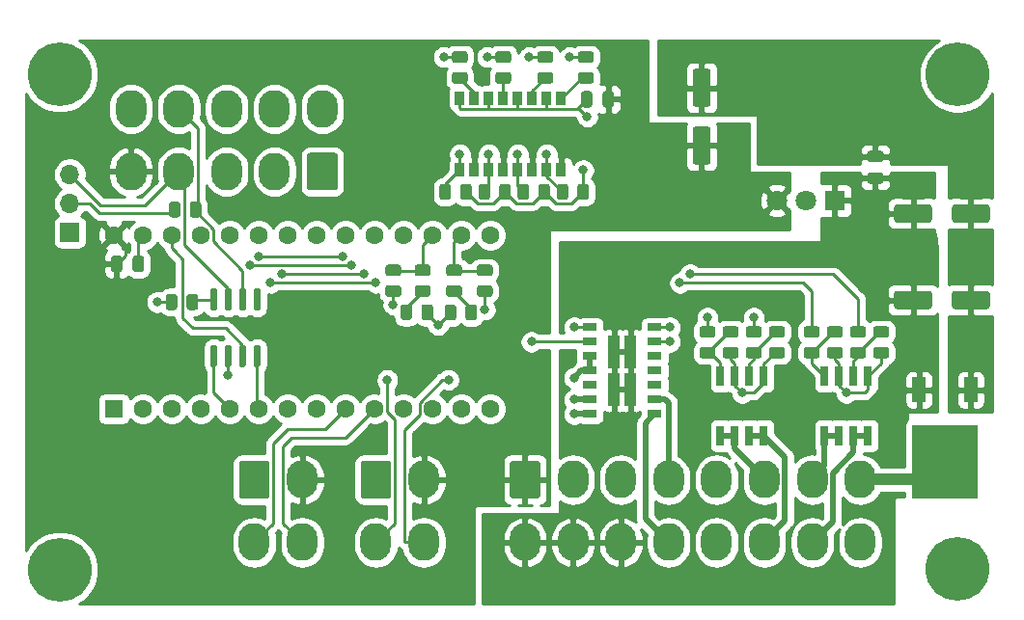
<source format=gbr>
%TF.GenerationSoftware,KiCad,Pcbnew,5.1.9+dfsg1-1*%
%TF.CreationDate,2021-07-09T17:21:31+02:00*%
%TF.ProjectId,JoeMBMS_V1.1,4a6f654d-424d-4535-9f56-312e312e6b69,rev?*%
%TF.SameCoordinates,Original*%
%TF.FileFunction,Copper,L1,Top*%
%TF.FilePolarity,Positive*%
%FSLAX46Y46*%
G04 Gerber Fmt 4.6, Leading zero omitted, Abs format (unit mm)*
G04 Created by KiCad (PCBNEW 5.1.9+dfsg1-1) date 2021-07-09 17:21:31*
%MOMM*%
%LPD*%
G01*
G04 APERTURE LIST*
%TA.AperFunction,ConnectorPad*%
%ADD10C,5.600000*%
%TD*%
%TA.AperFunction,ComponentPad*%
%ADD11C,3.600000*%
%TD*%
%TA.AperFunction,ComponentPad*%
%ADD12O,1.700000X1.700000*%
%TD*%
%TA.AperFunction,ComponentPad*%
%ADD13R,1.700000X1.700000*%
%TD*%
%TA.AperFunction,SMDPad,CuDef*%
%ADD14R,0.812800X1.193800*%
%TD*%
%TA.AperFunction,ComponentPad*%
%ADD15R,1.600000X1.600000*%
%TD*%
%TA.AperFunction,ComponentPad*%
%ADD16C,1.600000*%
%TD*%
%TA.AperFunction,ComponentPad*%
%ADD17R,1.800000X1.800000*%
%TD*%
%TA.AperFunction,ComponentPad*%
%ADD18C,1.800000*%
%TD*%
%TA.AperFunction,ComponentPad*%
%ADD19O,2.700000X3.300000*%
%TD*%
%TA.AperFunction,SMDPad,CuDef*%
%ADD20R,0.720000X1.780000*%
%TD*%
%TA.AperFunction,SMDPad,CuDef*%
%ADD21R,1.200000X2.200000*%
%TD*%
%TA.AperFunction,SMDPad,CuDef*%
%ADD22R,5.800000X6.400000*%
%TD*%
%TA.AperFunction,SMDPad,CuDef*%
%ADD23R,1.025000X2.900000*%
%TD*%
%TA.AperFunction,SMDPad,CuDef*%
%ADD24R,1.310000X0.650000*%
%TD*%
%TA.AperFunction,ViaPad*%
%ADD25C,0.800000*%
%TD*%
%TA.AperFunction,Conductor*%
%ADD26C,0.250000*%
%TD*%
%TA.AperFunction,Conductor*%
%ADD27C,0.500000*%
%TD*%
%TA.AperFunction,Conductor*%
%ADD28C,1.000000*%
%TD*%
%TA.AperFunction,Conductor*%
%ADD29C,0.254000*%
%TD*%
%TA.AperFunction,Conductor*%
%ADD30C,0.100000*%
%TD*%
G04 APERTURE END LIST*
D10*
%TO.P,REF\u002A\u002A,1*%
%TO.N,N/C*%
X96329500Y-81978500D03*
D11*
X96329500Y-81978500D03*
%TD*%
D10*
%TO.P,REF\u002A\u002A,1*%
%TO.N,N/C*%
X96329500Y-125539500D03*
D11*
X96329500Y-125539500D03*
%TD*%
D10*
%TO.P,REF\u002A\u002A,1*%
%TO.N,N/C*%
X175133000Y-125476000D03*
D11*
X175133000Y-125476000D03*
%TD*%
D10*
%TO.P,REF\u002A\u002A,1*%
%TO.N,N/C*%
X175133000Y-82042000D03*
D11*
X175133000Y-82042000D03*
%TD*%
D12*
%TO.P,JP1,3*%
%TO.N,J5_CANH*%
X97218500Y-90805000D03*
%TO.P,JP1,2*%
%TO.N,Net-(JP1-Pad2)*%
X97218500Y-93345000D03*
D13*
%TO.P,JP1,1*%
%TO.N,Net-(JP1-Pad1)*%
X97218500Y-95885000D03*
%TD*%
D14*
%TO.P,U4,1*%
%TO.N,Net-(R2-Pad2)*%
X140335000Y-84099001D03*
%TO.P,U4,2*%
%TO.N,GND*%
X139065000Y-84099001D03*
%TO.P,U4,3*%
%TO.N,Net-(R3-Pad2)*%
X137795000Y-84099001D03*
%TO.P,U4,4*%
%TO.N,GND*%
X136525000Y-84099001D03*
%TO.P,U4,5*%
%TO.N,Net-(R4-Pad2)*%
X135255000Y-84099001D03*
%TO.P,U4,6*%
%TO.N,GND*%
X133985000Y-84099001D03*
%TO.P,U4,7*%
%TO.N,Net-(R5-Pad2)*%
X132715000Y-84099001D03*
%TO.P,U4,8*%
%TO.N,GND*%
X131445000Y-84099001D03*
%TO.P,U4,9*%
%TO.N,Teensy_IN4*%
X131445000Y-90398999D03*
%TO.P,U4,10*%
%TO.N,+5V*%
X132715000Y-90398999D03*
%TO.P,U4,11*%
%TO.N,Teensy_IN3*%
X133985000Y-90398999D03*
%TO.P,U4,12*%
%TO.N,+5V*%
X135255000Y-90398999D03*
%TO.P,U4,13*%
%TO.N,Teensy_IN1*%
X136525000Y-90398999D03*
%TO.P,U4,14*%
%TO.N,+5V*%
X137795000Y-90398999D03*
%TO.P,U4,15*%
%TO.N,Teensy_IN2*%
X139065000Y-90398999D03*
%TO.P,U4,16*%
%TO.N,+5V*%
X140335000Y-90398999D03*
%TD*%
D15*
%TO.P,U1,1*%
%TO.N,GND*%
X101092000Y-111379000D03*
D16*
%TO.P,U1,2*%
%TO.N,Net-(U1-Pad2)*%
X103632000Y-111379000D03*
%TO.P,U1,3*%
%TO.N,Net-(U1-Pad3)*%
X106172000Y-111379000D03*
%TO.P,U1,4*%
%TO.N,Net-(U1-Pad4)*%
X108712000Y-111379000D03*
%TO.P,U1,5*%
%TO.N,Teensy_TX*%
X111252000Y-111379000D03*
%TO.P,U1,6*%
%TO.N,Teensy_RX*%
X113792000Y-111379000D03*
%TO.P,U1,7*%
%TO.N,Teensy_OUT7*%
X116332000Y-111379000D03*
%TO.P,U1,8*%
%TO.N,Teensy_OUT8*%
X118872000Y-111379000D03*
%TO.P,U1,9*%
%TO.N,Teensy_RX3*%
X121412000Y-111379000D03*
%TO.P,U1,10*%
%TO.N,Teensy_TX3*%
X123952000Y-111379000D03*
%TO.P,U1,11*%
%TO.N,J5_RX2*%
X126492000Y-111379000D03*
%TO.P,U1,12*%
%TO.N,J5_TX2*%
X129032000Y-111379000D03*
%TO.P,U1,13*%
%TO.N,Teensy_OUT1*%
X131572000Y-111379000D03*
%TO.P,U1,33*%
%TO.N,+5V*%
X101092000Y-96139000D03*
%TO.P,U1,32*%
%TO.N,GND*%
X103632000Y-96139000D03*
%TO.P,U1,31*%
%TO.N,+3V3*%
X106172000Y-96139000D03*
%TO.P,U1,30*%
%TO.N,Teensy_OUT6*%
X108712000Y-96139000D03*
%TO.P,U1,29*%
%TO.N,Teensy_OUT5*%
X111252000Y-96139000D03*
%TO.P,U1,28*%
%TO.N,Teensy_OUT4*%
X113792000Y-96139000D03*
%TO.P,U1,27*%
%TO.N,Teensy_OUT3*%
X116332000Y-96139000D03*
%TO.P,U1,26*%
%TO.N,Teensy_IN4*%
X118872000Y-96139000D03*
%TO.P,U1,25*%
%TO.N,Teensy_IN3*%
X121412000Y-96139000D03*
%TO.P,U1,24*%
%TO.N,Teensy_IN1*%
X123952000Y-96139000D03*
%TO.P,U1,23*%
%TO.N,Teensy_IN2*%
X126492000Y-96139000D03*
%TO.P,U1,22*%
%TO.N,Teensy_ASEN1*%
X129032000Y-96139000D03*
%TO.P,U1,21*%
%TO.N,Teensy_ASEN2*%
X131572000Y-96139000D03*
%TO.P,U1,14*%
%TO.N,Teensy_OUT2*%
X134112000Y-111379000D03*
%TO.P,U1,20*%
%TO.N,Net-(U1-Pad20)*%
X134112000Y-96139000D03*
%TD*%
D17*
%TO.P,U3,1*%
%TO.N,+12V*%
X164338000Y-93091000D03*
D18*
%TO.P,U3,2*%
%TO.N,GND*%
X161798000Y-93091000D03*
%TO.P,U3,3*%
%TO.N,+5V*%
X159258000Y-93091000D03*
%TD*%
%TO.P,C8,2*%
%TO.N,GND*%
%TA.AperFunction,SMDPad,CuDef*%
G36*
G01*
X174611000Y-94784000D02*
X174611000Y-93684000D01*
G75*
G02*
X174861000Y-93434000I250000J0D01*
G01*
X177686000Y-93434000D01*
G75*
G02*
X177936000Y-93684000I0J-250000D01*
G01*
X177936000Y-94784000D01*
G75*
G02*
X177686000Y-95034000I-250000J0D01*
G01*
X174861000Y-95034000D01*
G75*
G02*
X174611000Y-94784000I0J250000D01*
G01*
G37*
%TD.AperFunction*%
%TO.P,C8,1*%
%TO.N,+12V*%
%TA.AperFunction,SMDPad,CuDef*%
G36*
G01*
X169536000Y-94784000D02*
X169536000Y-93684000D01*
G75*
G02*
X169786000Y-93434000I250000J0D01*
G01*
X172611000Y-93434000D01*
G75*
G02*
X172861000Y-93684000I0J-250000D01*
G01*
X172861000Y-94784000D01*
G75*
G02*
X172611000Y-95034000I-250000J0D01*
G01*
X169786000Y-95034000D01*
G75*
G02*
X169536000Y-94784000I0J250000D01*
G01*
G37*
%TD.AperFunction*%
%TD*%
%TO.P,C7,2*%
%TO.N,GND*%
%TA.AperFunction,SMDPad,CuDef*%
G36*
G01*
X153204000Y-84850000D02*
X152104000Y-84850000D01*
G75*
G02*
X151854000Y-84600000I0J250000D01*
G01*
X151854000Y-81775000D01*
G75*
G02*
X152104000Y-81525000I250000J0D01*
G01*
X153204000Y-81525000D01*
G75*
G02*
X153454000Y-81775000I0J-250000D01*
G01*
X153454000Y-84600000D01*
G75*
G02*
X153204000Y-84850000I-250000J0D01*
G01*
G37*
%TD.AperFunction*%
%TO.P,C7,1*%
%TO.N,+5V*%
%TA.AperFunction,SMDPad,CuDef*%
G36*
G01*
X153204000Y-89925000D02*
X152104000Y-89925000D01*
G75*
G02*
X151854000Y-89675000I0J250000D01*
G01*
X151854000Y-86850000D01*
G75*
G02*
X152104000Y-86600000I250000J0D01*
G01*
X153204000Y-86600000D01*
G75*
G02*
X153454000Y-86850000I0J-250000D01*
G01*
X153454000Y-89675000D01*
G75*
G02*
X153204000Y-89925000I-250000J0D01*
G01*
G37*
%TD.AperFunction*%
%TD*%
%TO.P,C5,2*%
%TO.N,GND*%
%TA.AperFunction,SMDPad,CuDef*%
G36*
G01*
X174611000Y-102378600D02*
X174611000Y-101278600D01*
G75*
G02*
X174861000Y-101028600I250000J0D01*
G01*
X177686000Y-101028600D01*
G75*
G02*
X177936000Y-101278600I0J-250000D01*
G01*
X177936000Y-102378600D01*
G75*
G02*
X177686000Y-102628600I-250000J0D01*
G01*
X174861000Y-102628600D01*
G75*
G02*
X174611000Y-102378600I0J250000D01*
G01*
G37*
%TD.AperFunction*%
%TO.P,C5,1*%
%TO.N,+12V*%
%TA.AperFunction,SMDPad,CuDef*%
G36*
G01*
X169536000Y-102378600D02*
X169536000Y-101278600D01*
G75*
G02*
X169786000Y-101028600I250000J0D01*
G01*
X172611000Y-101028600D01*
G75*
G02*
X172861000Y-101278600I0J-250000D01*
G01*
X172861000Y-102378600D01*
G75*
G02*
X172611000Y-102628600I-250000J0D01*
G01*
X169786000Y-102628600D01*
G75*
G02*
X169536000Y-102378600I0J250000D01*
G01*
G37*
%TD.AperFunction*%
%TD*%
%TO.P,R12,1*%
%TO.N,Net-(Q3-Pad4)*%
%TA.AperFunction,SMDPad,CuDef*%
G36*
G01*
X163887998Y-104112000D02*
X164788002Y-104112000D01*
G75*
G02*
X165038000Y-104361998I0J-249998D01*
G01*
X165038000Y-104887002D01*
G75*
G02*
X164788002Y-105137000I-249998J0D01*
G01*
X163887998Y-105137000D01*
G75*
G02*
X163638000Y-104887002I0J249998D01*
G01*
X163638000Y-104361998D01*
G75*
G02*
X163887998Y-104112000I249998J0D01*
G01*
G37*
%TD.AperFunction*%
%TO.P,R12,2*%
%TO.N,GND*%
%TA.AperFunction,SMDPad,CuDef*%
G36*
G01*
X163887998Y-105937000D02*
X164788002Y-105937000D01*
G75*
G02*
X165038000Y-106186998I0J-249998D01*
G01*
X165038000Y-106712002D01*
G75*
G02*
X164788002Y-106962000I-249998J0D01*
G01*
X163887998Y-106962000D01*
G75*
G02*
X163638000Y-106712002I0J249998D01*
G01*
X163638000Y-106186998D01*
G75*
G02*
X163887998Y-105937000I249998J0D01*
G01*
G37*
%TD.AperFunction*%
%TD*%
%TO.P,C2,2*%
%TO.N,+5V*%
%TA.AperFunction,SMDPad,CuDef*%
G36*
G01*
X101835800Y-98178600D02*
X101835800Y-99128600D01*
G75*
G02*
X101585800Y-99378600I-250000J0D01*
G01*
X101085800Y-99378600D01*
G75*
G02*
X100835800Y-99128600I0J250000D01*
G01*
X100835800Y-98178600D01*
G75*
G02*
X101085800Y-97928600I250000J0D01*
G01*
X101585800Y-97928600D01*
G75*
G02*
X101835800Y-98178600I0J-250000D01*
G01*
G37*
%TD.AperFunction*%
%TO.P,C2,1*%
%TO.N,GND*%
%TA.AperFunction,SMDPad,CuDef*%
G36*
G01*
X103735800Y-98178600D02*
X103735800Y-99128600D01*
G75*
G02*
X103485800Y-99378600I-250000J0D01*
G01*
X102985800Y-99378600D01*
G75*
G02*
X102735800Y-99128600I0J250000D01*
G01*
X102735800Y-98178600D01*
G75*
G02*
X102985800Y-97928600I250000J0D01*
G01*
X103485800Y-97928600D01*
G75*
G02*
X103735800Y-98178600I0J-250000D01*
G01*
G37*
%TD.AperFunction*%
%TD*%
%TO.P,C3,1*%
%TO.N,GND*%
%TA.AperFunction,SMDPad,CuDef*%
G36*
G01*
X142060000Y-84676000D02*
X142060000Y-83726000D01*
G75*
G02*
X142310000Y-83476000I250000J0D01*
G01*
X142810000Y-83476000D01*
G75*
G02*
X143060000Y-83726000I0J-250000D01*
G01*
X143060000Y-84676000D01*
G75*
G02*
X142810000Y-84926000I-250000J0D01*
G01*
X142310000Y-84926000D01*
G75*
G02*
X142060000Y-84676000I0J250000D01*
G01*
G37*
%TD.AperFunction*%
%TO.P,C3,2*%
%TO.N,+5V*%
%TA.AperFunction,SMDPad,CuDef*%
G36*
G01*
X143960000Y-84676000D02*
X143960000Y-83726000D01*
G75*
G02*
X144210000Y-83476000I250000J0D01*
G01*
X144710000Y-83476000D01*
G75*
G02*
X144960000Y-83726000I0J-250000D01*
G01*
X144960000Y-84676000D01*
G75*
G02*
X144710000Y-84926000I-250000J0D01*
G01*
X144210000Y-84926000D01*
G75*
G02*
X143960000Y-84676000I0J250000D01*
G01*
G37*
%TD.AperFunction*%
%TD*%
%TO.P,C6,1*%
%TO.N,GND*%
%TA.AperFunction,SMDPad,CuDef*%
G36*
G01*
X167419000Y-88720000D02*
X168369000Y-88720000D01*
G75*
G02*
X168619000Y-88970000I0J-250000D01*
G01*
X168619000Y-89470000D01*
G75*
G02*
X168369000Y-89720000I-250000J0D01*
G01*
X167419000Y-89720000D01*
G75*
G02*
X167169000Y-89470000I0J250000D01*
G01*
X167169000Y-88970000D01*
G75*
G02*
X167419000Y-88720000I250000J0D01*
G01*
G37*
%TD.AperFunction*%
%TO.P,C6,2*%
%TO.N,+12V*%
%TA.AperFunction,SMDPad,CuDef*%
G36*
G01*
X167419000Y-90620000D02*
X168369000Y-90620000D01*
G75*
G02*
X168619000Y-90870000I0J-250000D01*
G01*
X168619000Y-91370000D01*
G75*
G02*
X168369000Y-91620000I-250000J0D01*
G01*
X167419000Y-91620000D01*
G75*
G02*
X167169000Y-91370000I0J250000D01*
G01*
X167169000Y-90870000D01*
G75*
G02*
X167419000Y-90620000I250000J0D01*
G01*
G37*
%TD.AperFunction*%
%TD*%
D19*
%TO.P,J1,4*%
%TO.N,Teensy_TX3*%
X117611000Y-123102000D03*
%TO.P,J1,3*%
%TO.N,Teensy_RX3*%
X113411000Y-123102000D03*
%TO.P,J1,2*%
%TO.N,+5V*%
X117611000Y-117602000D03*
%TO.P,J1,1*%
%TO.N,GND*%
%TA.AperFunction,ComponentPad*%
G36*
G01*
X112061000Y-119001999D02*
X112061000Y-116202001D01*
G75*
G02*
X112311001Y-115952000I250001J0D01*
G01*
X114510999Y-115952000D01*
G75*
G02*
X114761000Y-116202001I0J-250001D01*
G01*
X114761000Y-119001999D01*
G75*
G02*
X114510999Y-119252000I-250001J0D01*
G01*
X112311001Y-119252000D01*
G75*
G02*
X112061000Y-119001999I0J250001D01*
G01*
G37*
%TD.AperFunction*%
%TD*%
%TO.P,J2,1*%
%TO.N,GND*%
%TA.AperFunction,ComponentPad*%
G36*
G01*
X122729000Y-119001999D02*
X122729000Y-116202001D01*
G75*
G02*
X122979001Y-115952000I250001J0D01*
G01*
X125178999Y-115952000D01*
G75*
G02*
X125429000Y-116202001I0J-250001D01*
G01*
X125429000Y-119001999D01*
G75*
G02*
X125178999Y-119252000I-250001J0D01*
G01*
X122979001Y-119252000D01*
G75*
G02*
X122729000Y-119001999I0J250001D01*
G01*
G37*
%TD.AperFunction*%
%TO.P,J2,2*%
%TO.N,+5V*%
X128279000Y-117602000D03*
%TO.P,J2,3*%
%TO.N,Net-(J2-Pad3)*%
X124079000Y-123102000D03*
%TO.P,J2,4*%
%TO.N,Net-(J2-Pad4)*%
X128279000Y-123102000D03*
%TD*%
%TO.P,J4,1*%
%TO.N,+5V*%
%TA.AperFunction,ComponentPad*%
G36*
G01*
X135810000Y-119001999D02*
X135810000Y-116202001D01*
G75*
G02*
X136060001Y-115952000I250001J0D01*
G01*
X138259999Y-115952000D01*
G75*
G02*
X138510000Y-116202001I0J-250001D01*
G01*
X138510000Y-119001999D01*
G75*
G02*
X138259999Y-119252000I-250001J0D01*
G01*
X136060001Y-119252000D01*
G75*
G02*
X135810000Y-119001999I0J250001D01*
G01*
G37*
%TD.AperFunction*%
%TO.P,J4,2*%
%TO.N,GND*%
X141360000Y-117602000D03*
%TO.P,J4,3*%
X145560000Y-117602000D03*
%TO.P,J4,4*%
%TO.N,J4_OUT2*%
X149760000Y-117602000D03*
%TO.P,J4,5*%
%TO.N,J4_OUT4*%
X153960000Y-117602000D03*
%TO.P,J4,6*%
%TO.N,J4_OUT6*%
X158160000Y-117602000D03*
%TO.P,J4,7*%
%TO.N,J4_OUT7*%
X162360000Y-117602000D03*
%TO.P,J4,8*%
%TO.N,J4_12V*%
X166560000Y-117602000D03*
%TO.P,J4,9*%
%TO.N,+12V*%
X137160000Y-123102000D03*
%TO.P,J4,10*%
X141360000Y-123102000D03*
%TO.P,J4,11*%
X145560000Y-123102000D03*
%TO.P,J4,12*%
%TO.N,J4_OUT1*%
X149760000Y-123102000D03*
%TO.P,J4,13*%
%TO.N,J4_OUT3*%
X153960000Y-123102000D03*
%TO.P,J4,14*%
%TO.N,J4_OUT5*%
X158160000Y-123102000D03*
%TO.P,J4,15*%
%TO.N,J4_OUT8*%
X162360000Y-123102000D03*
%TO.P,J4,16*%
%TO.N,GND*%
X166560000Y-123102000D03*
%TD*%
%TO.P,J5,1*%
%TO.N,J5_IN1*%
%TA.AperFunction,ComponentPad*%
G36*
G01*
X120730000Y-89151001D02*
X120730000Y-91950999D01*
G75*
G02*
X120479999Y-92201000I-250001J0D01*
G01*
X118280001Y-92201000D01*
G75*
G02*
X118030000Y-91950999I0J250001D01*
G01*
X118030000Y-89151001D01*
G75*
G02*
X118280001Y-88901000I250001J0D01*
G01*
X120479999Y-88901000D01*
G75*
G02*
X120730000Y-89151001I0J-250001D01*
G01*
G37*
%TD.AperFunction*%
%TO.P,J5,2*%
%TO.N,J5_IN2*%
X115180000Y-90551000D03*
%TO.P,J5,3*%
%TO.N,J5_TX2*%
X110980000Y-90551000D03*
%TO.P,J5,4*%
%TO.N,J5_CANH*%
X106780000Y-90551000D03*
%TO.P,J5,5*%
%TO.N,+5V*%
X102580000Y-90551000D03*
%TO.P,J5,6*%
%TO.N,J5_IN3*%
X119380000Y-85051000D03*
%TO.P,J5,7*%
%TO.N,J5_IN4*%
X115180000Y-85051000D03*
%TO.P,J5,8*%
%TO.N,J5_RX2*%
X110980000Y-85051000D03*
%TO.P,J5,9*%
%TO.N,J5_CANL*%
X106780000Y-85051000D03*
%TO.P,J5,10*%
%TO.N,GND*%
X102580000Y-85051000D03*
%TD*%
D20*
%TO.P,Q3,1*%
%TO.N,GND*%
X167259000Y-108515000D03*
%TO.P,Q3,3*%
X164719000Y-108515000D03*
%TO.P,Q3,2*%
%TO.N,Net-(Q3-Pad2)*%
X165989000Y-108515000D03*
%TO.P,Q3,4*%
%TO.N,Net-(Q3-Pad4)*%
X163449000Y-108515000D03*
%TO.P,Q3,5*%
%TO.N,J4_OUT7*%
X163449000Y-113735000D03*
%TO.P,Q3,6*%
X164719000Y-113735000D03*
%TO.P,Q3,7*%
%TO.N,J4_OUT8*%
X165989000Y-113735000D03*
%TO.P,Q3,8*%
X167259000Y-113735000D03*
%TD*%
%TO.P,Q4,8*%
%TO.N,J4_OUT5*%
X158115000Y-113735000D03*
%TO.P,Q4,7*%
X156845000Y-113735000D03*
%TO.P,Q4,6*%
%TO.N,J4_OUT6*%
X155575000Y-113735000D03*
%TO.P,Q4,5*%
X154305000Y-113735000D03*
%TO.P,Q4,4*%
%TO.N,Net-(Q4-Pad4)*%
X154305000Y-108515000D03*
%TO.P,Q4,2*%
%TO.N,Net-(Q4-Pad2)*%
X156845000Y-108515000D03*
%TO.P,Q4,3*%
%TO.N,GND*%
X155575000Y-108515000D03*
%TO.P,Q4,1*%
X158115000Y-108515000D03*
%TD*%
D21*
%TO.P,Q5,1*%
%TO.N,GND*%
X176270000Y-109719000D03*
%TO.P,Q5,3*%
%TO.N,+12V*%
X171710000Y-109719000D03*
D22*
%TO.P,Q5,2*%
%TO.N,J4_12V*%
X173990000Y-116019000D03*
%TD*%
%TO.P,R1,2*%
%TO.N,Net-(R1-Pad2)*%
%TA.AperFunction,SMDPad,CuDef*%
G36*
G01*
X107461000Y-102456402D02*
X107461000Y-101556398D01*
G75*
G02*
X107710998Y-101306400I249998J0D01*
G01*
X108236002Y-101306400D01*
G75*
G02*
X108486000Y-101556398I0J-249998D01*
G01*
X108486000Y-102456402D01*
G75*
G02*
X108236002Y-102706400I-249998J0D01*
G01*
X107710998Y-102706400D01*
G75*
G02*
X107461000Y-102456402I0J249998D01*
G01*
G37*
%TD.AperFunction*%
%TO.P,R1,1*%
%TO.N,GND*%
%TA.AperFunction,SMDPad,CuDef*%
G36*
G01*
X105636000Y-102456402D02*
X105636000Y-101556398D01*
G75*
G02*
X105885998Y-101306400I249998J0D01*
G01*
X106411002Y-101306400D01*
G75*
G02*
X106661000Y-101556398I0J-249998D01*
G01*
X106661000Y-102456402D01*
G75*
G02*
X106411002Y-102706400I-249998J0D01*
G01*
X105885998Y-102706400D01*
G75*
G02*
X105636000Y-102456402I0J249998D01*
G01*
G37*
%TD.AperFunction*%
%TD*%
%TO.P,R2,2*%
%TO.N,Net-(R2-Pad2)*%
%TA.AperFunction,SMDPad,CuDef*%
G36*
G01*
X142043998Y-81807000D02*
X142944002Y-81807000D01*
G75*
G02*
X143194000Y-82056998I0J-249998D01*
G01*
X143194000Y-82582002D01*
G75*
G02*
X142944002Y-82832000I-249998J0D01*
G01*
X142043998Y-82832000D01*
G75*
G02*
X141794000Y-82582002I0J249998D01*
G01*
X141794000Y-82056998D01*
G75*
G02*
X142043998Y-81807000I249998J0D01*
G01*
G37*
%TD.AperFunction*%
%TO.P,R2,1*%
%TO.N,J5_IN2*%
%TA.AperFunction,SMDPad,CuDef*%
G36*
G01*
X142043998Y-79982000D02*
X142944002Y-79982000D01*
G75*
G02*
X143194000Y-80231998I0J-249998D01*
G01*
X143194000Y-80757002D01*
G75*
G02*
X142944002Y-81007000I-249998J0D01*
G01*
X142043998Y-81007000D01*
G75*
G02*
X141794000Y-80757002I0J249998D01*
G01*
X141794000Y-80231998D01*
G75*
G02*
X142043998Y-79982000I249998J0D01*
G01*
G37*
%TD.AperFunction*%
%TD*%
%TO.P,R3,1*%
%TO.N,J5_IN1*%
%TA.AperFunction,SMDPad,CuDef*%
G36*
G01*
X138487998Y-79982000D02*
X139388002Y-79982000D01*
G75*
G02*
X139638000Y-80231998I0J-249998D01*
G01*
X139638000Y-80757002D01*
G75*
G02*
X139388002Y-81007000I-249998J0D01*
G01*
X138487998Y-81007000D01*
G75*
G02*
X138238000Y-80757002I0J249998D01*
G01*
X138238000Y-80231998D01*
G75*
G02*
X138487998Y-79982000I249998J0D01*
G01*
G37*
%TD.AperFunction*%
%TO.P,R3,2*%
%TO.N,Net-(R3-Pad2)*%
%TA.AperFunction,SMDPad,CuDef*%
G36*
G01*
X138487998Y-81807000D02*
X139388002Y-81807000D01*
G75*
G02*
X139638000Y-82056998I0J-249998D01*
G01*
X139638000Y-82582002D01*
G75*
G02*
X139388002Y-82832000I-249998J0D01*
G01*
X138487998Y-82832000D01*
G75*
G02*
X138238000Y-82582002I0J249998D01*
G01*
X138238000Y-82056998D01*
G75*
G02*
X138487998Y-81807000I249998J0D01*
G01*
G37*
%TD.AperFunction*%
%TD*%
%TO.P,R4,1*%
%TO.N,J5_IN3*%
%TA.AperFunction,SMDPad,CuDef*%
G36*
G01*
X134804998Y-79982000D02*
X135705002Y-79982000D01*
G75*
G02*
X135955000Y-80231998I0J-249998D01*
G01*
X135955000Y-80757002D01*
G75*
G02*
X135705002Y-81007000I-249998J0D01*
G01*
X134804998Y-81007000D01*
G75*
G02*
X134555000Y-80757002I0J249998D01*
G01*
X134555000Y-80231998D01*
G75*
G02*
X134804998Y-79982000I249998J0D01*
G01*
G37*
%TD.AperFunction*%
%TO.P,R4,2*%
%TO.N,Net-(R4-Pad2)*%
%TA.AperFunction,SMDPad,CuDef*%
G36*
G01*
X134804998Y-81807000D02*
X135705002Y-81807000D01*
G75*
G02*
X135955000Y-82056998I0J-249998D01*
G01*
X135955000Y-82582002D01*
G75*
G02*
X135705002Y-82832000I-249998J0D01*
G01*
X134804998Y-82832000D01*
G75*
G02*
X134555000Y-82582002I0J249998D01*
G01*
X134555000Y-82056998D01*
G75*
G02*
X134804998Y-81807000I249998J0D01*
G01*
G37*
%TD.AperFunction*%
%TD*%
%TO.P,R5,2*%
%TO.N,Net-(R5-Pad2)*%
%TA.AperFunction,SMDPad,CuDef*%
G36*
G01*
X130994998Y-81807000D02*
X131895002Y-81807000D01*
G75*
G02*
X132145000Y-82056998I0J-249998D01*
G01*
X132145000Y-82582002D01*
G75*
G02*
X131895002Y-82832000I-249998J0D01*
G01*
X130994998Y-82832000D01*
G75*
G02*
X130745000Y-82582002I0J249998D01*
G01*
X130745000Y-82056998D01*
G75*
G02*
X130994998Y-81807000I249998J0D01*
G01*
G37*
%TD.AperFunction*%
%TO.P,R5,1*%
%TO.N,J5_IN4*%
%TA.AperFunction,SMDPad,CuDef*%
G36*
G01*
X130994998Y-79982000D02*
X131895002Y-79982000D01*
G75*
G02*
X132145000Y-80231998I0J-249998D01*
G01*
X132145000Y-80757002D01*
G75*
G02*
X131895002Y-81007000I-249998J0D01*
G01*
X130994998Y-81007000D01*
G75*
G02*
X130745000Y-80757002I0J249998D01*
G01*
X130745000Y-80231998D01*
G75*
G02*
X130994998Y-79982000I249998J0D01*
G01*
G37*
%TD.AperFunction*%
%TD*%
%TO.P,R6,2*%
%TO.N,GND*%
%TA.AperFunction,SMDPad,CuDef*%
G36*
G01*
X141751000Y-92779002D02*
X141751000Y-91878998D01*
G75*
G02*
X142000998Y-91629000I249998J0D01*
G01*
X142526002Y-91629000D01*
G75*
G02*
X142776000Y-91878998I0J-249998D01*
G01*
X142776000Y-92779002D01*
G75*
G02*
X142526002Y-93029000I-249998J0D01*
G01*
X142000998Y-93029000D01*
G75*
G02*
X141751000Y-92779002I0J249998D01*
G01*
G37*
%TD.AperFunction*%
%TO.P,R6,1*%
%TO.N,Teensy_IN2*%
%TA.AperFunction,SMDPad,CuDef*%
G36*
G01*
X139926000Y-92779002D02*
X139926000Y-91878998D01*
G75*
G02*
X140175998Y-91629000I249998J0D01*
G01*
X140701002Y-91629000D01*
G75*
G02*
X140951000Y-91878998I0J-249998D01*
G01*
X140951000Y-92779002D01*
G75*
G02*
X140701002Y-93029000I-249998J0D01*
G01*
X140175998Y-93029000D01*
G75*
G02*
X139926000Y-92779002I0J249998D01*
G01*
G37*
%TD.AperFunction*%
%TD*%
%TO.P,R7,1*%
%TO.N,Teensy_IN1*%
%TA.AperFunction,SMDPad,CuDef*%
G36*
G01*
X136497000Y-92779002D02*
X136497000Y-91878998D01*
G75*
G02*
X136746998Y-91629000I249998J0D01*
G01*
X137272002Y-91629000D01*
G75*
G02*
X137522000Y-91878998I0J-249998D01*
G01*
X137522000Y-92779002D01*
G75*
G02*
X137272002Y-93029000I-249998J0D01*
G01*
X136746998Y-93029000D01*
G75*
G02*
X136497000Y-92779002I0J249998D01*
G01*
G37*
%TD.AperFunction*%
%TO.P,R7,2*%
%TO.N,GND*%
%TA.AperFunction,SMDPad,CuDef*%
G36*
G01*
X138322000Y-92779002D02*
X138322000Y-91878998D01*
G75*
G02*
X138571998Y-91629000I249998J0D01*
G01*
X139097002Y-91629000D01*
G75*
G02*
X139347000Y-91878998I0J-249998D01*
G01*
X139347000Y-92779002D01*
G75*
G02*
X139097002Y-93029000I-249998J0D01*
G01*
X138571998Y-93029000D01*
G75*
G02*
X138322000Y-92779002I0J249998D01*
G01*
G37*
%TD.AperFunction*%
%TD*%
%TO.P,R8,1*%
%TO.N,Teensy_IN3*%
%TA.AperFunction,SMDPad,CuDef*%
G36*
G01*
X133068000Y-92779002D02*
X133068000Y-91878998D01*
G75*
G02*
X133317998Y-91629000I249998J0D01*
G01*
X133843002Y-91629000D01*
G75*
G02*
X134093000Y-91878998I0J-249998D01*
G01*
X134093000Y-92779002D01*
G75*
G02*
X133843002Y-93029000I-249998J0D01*
G01*
X133317998Y-93029000D01*
G75*
G02*
X133068000Y-92779002I0J249998D01*
G01*
G37*
%TD.AperFunction*%
%TO.P,R8,2*%
%TO.N,GND*%
%TA.AperFunction,SMDPad,CuDef*%
G36*
G01*
X134893000Y-92779002D02*
X134893000Y-91878998D01*
G75*
G02*
X135142998Y-91629000I249998J0D01*
G01*
X135668002Y-91629000D01*
G75*
G02*
X135918000Y-91878998I0J-249998D01*
G01*
X135918000Y-92779002D01*
G75*
G02*
X135668002Y-93029000I-249998J0D01*
G01*
X135142998Y-93029000D01*
G75*
G02*
X134893000Y-92779002I0J249998D01*
G01*
G37*
%TD.AperFunction*%
%TD*%
%TO.P,R9,2*%
%TO.N,GND*%
%TA.AperFunction,SMDPad,CuDef*%
G36*
G01*
X131464000Y-92779002D02*
X131464000Y-91878998D01*
G75*
G02*
X131713998Y-91629000I249998J0D01*
G01*
X132239002Y-91629000D01*
G75*
G02*
X132489000Y-91878998I0J-249998D01*
G01*
X132489000Y-92779002D01*
G75*
G02*
X132239002Y-93029000I-249998J0D01*
G01*
X131713998Y-93029000D01*
G75*
G02*
X131464000Y-92779002I0J249998D01*
G01*
G37*
%TD.AperFunction*%
%TO.P,R9,1*%
%TO.N,Teensy_IN4*%
%TA.AperFunction,SMDPad,CuDef*%
G36*
G01*
X129639000Y-92779002D02*
X129639000Y-91878998D01*
G75*
G02*
X129888998Y-91629000I249998J0D01*
G01*
X130414002Y-91629000D01*
G75*
G02*
X130664000Y-91878998I0J-249998D01*
G01*
X130664000Y-92779002D01*
G75*
G02*
X130414002Y-93029000I-249998J0D01*
G01*
X129888998Y-93029000D01*
G75*
G02*
X129639000Y-92779002I0J249998D01*
G01*
G37*
%TD.AperFunction*%
%TD*%
%TO.P,R10,1*%
%TO.N,Net-(Q3-Pad2)*%
%TA.AperFunction,SMDPad,CuDef*%
G36*
G01*
X167951998Y-104112000D02*
X168852002Y-104112000D01*
G75*
G02*
X169102000Y-104361998I0J-249998D01*
G01*
X169102000Y-104887002D01*
G75*
G02*
X168852002Y-105137000I-249998J0D01*
G01*
X167951998Y-105137000D01*
G75*
G02*
X167702000Y-104887002I0J249998D01*
G01*
X167702000Y-104361998D01*
G75*
G02*
X167951998Y-104112000I249998J0D01*
G01*
G37*
%TD.AperFunction*%
%TO.P,R10,2*%
%TO.N,GND*%
%TA.AperFunction,SMDPad,CuDef*%
G36*
G01*
X167951998Y-105937000D02*
X168852002Y-105937000D01*
G75*
G02*
X169102000Y-106186998I0J-249998D01*
G01*
X169102000Y-106712002D01*
G75*
G02*
X168852002Y-106962000I-249998J0D01*
G01*
X167951998Y-106962000D01*
G75*
G02*
X167702000Y-106712002I0J249998D01*
G01*
X167702000Y-106186998D01*
G75*
G02*
X167951998Y-105937000I249998J0D01*
G01*
G37*
%TD.AperFunction*%
%TD*%
%TO.P,R11,2*%
%TO.N,Net-(Q3-Pad2)*%
%TA.AperFunction,SMDPad,CuDef*%
G36*
G01*
X165919998Y-105937000D02*
X166820002Y-105937000D01*
G75*
G02*
X167070000Y-106186998I0J-249998D01*
G01*
X167070000Y-106712002D01*
G75*
G02*
X166820002Y-106962000I-249998J0D01*
G01*
X165919998Y-106962000D01*
G75*
G02*
X165670000Y-106712002I0J249998D01*
G01*
X165670000Y-106186998D01*
G75*
G02*
X165919998Y-105937000I249998J0D01*
G01*
G37*
%TD.AperFunction*%
%TO.P,R11,1*%
%TO.N,Teensy_OUT8*%
%TA.AperFunction,SMDPad,CuDef*%
G36*
G01*
X165919998Y-104112000D02*
X166820002Y-104112000D01*
G75*
G02*
X167070000Y-104361998I0J-249998D01*
G01*
X167070000Y-104887002D01*
G75*
G02*
X166820002Y-105137000I-249998J0D01*
G01*
X165919998Y-105137000D01*
G75*
G02*
X165670000Y-104887002I0J249998D01*
G01*
X165670000Y-104361998D01*
G75*
G02*
X165919998Y-104112000I249998J0D01*
G01*
G37*
%TD.AperFunction*%
%TD*%
%TO.P,R13,1*%
%TO.N,Teensy_OUT7*%
%TA.AperFunction,SMDPad,CuDef*%
G36*
G01*
X161855998Y-104112000D02*
X162756002Y-104112000D01*
G75*
G02*
X163006000Y-104361998I0J-249998D01*
G01*
X163006000Y-104887002D01*
G75*
G02*
X162756002Y-105137000I-249998J0D01*
G01*
X161855998Y-105137000D01*
G75*
G02*
X161606000Y-104887002I0J249998D01*
G01*
X161606000Y-104361998D01*
G75*
G02*
X161855998Y-104112000I249998J0D01*
G01*
G37*
%TD.AperFunction*%
%TO.P,R13,2*%
%TO.N,Net-(Q3-Pad4)*%
%TA.AperFunction,SMDPad,CuDef*%
G36*
G01*
X161855998Y-105937000D02*
X162756002Y-105937000D01*
G75*
G02*
X163006000Y-106186998I0J-249998D01*
G01*
X163006000Y-106712002D01*
G75*
G02*
X162756002Y-106962000I-249998J0D01*
G01*
X161855998Y-106962000D01*
G75*
G02*
X161606000Y-106712002I0J249998D01*
G01*
X161606000Y-106186998D01*
G75*
G02*
X161855998Y-105937000I249998J0D01*
G01*
G37*
%TD.AperFunction*%
%TD*%
%TO.P,R14,1*%
%TO.N,Net-(Q4-Pad2)*%
%TA.AperFunction,SMDPad,CuDef*%
G36*
G01*
X158807998Y-104112000D02*
X159708002Y-104112000D01*
G75*
G02*
X159958000Y-104361998I0J-249998D01*
G01*
X159958000Y-104887002D01*
G75*
G02*
X159708002Y-105137000I-249998J0D01*
G01*
X158807998Y-105137000D01*
G75*
G02*
X158558000Y-104887002I0J249998D01*
G01*
X158558000Y-104361998D01*
G75*
G02*
X158807998Y-104112000I249998J0D01*
G01*
G37*
%TD.AperFunction*%
%TO.P,R14,2*%
%TO.N,GND*%
%TA.AperFunction,SMDPad,CuDef*%
G36*
G01*
X158807998Y-105937000D02*
X159708002Y-105937000D01*
G75*
G02*
X159958000Y-106186998I0J-249998D01*
G01*
X159958000Y-106712002D01*
G75*
G02*
X159708002Y-106962000I-249998J0D01*
G01*
X158807998Y-106962000D01*
G75*
G02*
X158558000Y-106712002I0J249998D01*
G01*
X158558000Y-106186998D01*
G75*
G02*
X158807998Y-105937000I249998J0D01*
G01*
G37*
%TD.AperFunction*%
%TD*%
%TO.P,R15,2*%
%TO.N,Net-(Q4-Pad2)*%
%TA.AperFunction,SMDPad,CuDef*%
G36*
G01*
X156775998Y-105937000D02*
X157676002Y-105937000D01*
G75*
G02*
X157926000Y-106186998I0J-249998D01*
G01*
X157926000Y-106712002D01*
G75*
G02*
X157676002Y-106962000I-249998J0D01*
G01*
X156775998Y-106962000D01*
G75*
G02*
X156526000Y-106712002I0J249998D01*
G01*
X156526000Y-106186998D01*
G75*
G02*
X156775998Y-105937000I249998J0D01*
G01*
G37*
%TD.AperFunction*%
%TO.P,R15,1*%
%TO.N,Teensy_OUT5*%
%TA.AperFunction,SMDPad,CuDef*%
G36*
G01*
X156775998Y-104112000D02*
X157676002Y-104112000D01*
G75*
G02*
X157926000Y-104361998I0J-249998D01*
G01*
X157926000Y-104887002D01*
G75*
G02*
X157676002Y-105137000I-249998J0D01*
G01*
X156775998Y-105137000D01*
G75*
G02*
X156526000Y-104887002I0J249998D01*
G01*
X156526000Y-104361998D01*
G75*
G02*
X156775998Y-104112000I249998J0D01*
G01*
G37*
%TD.AperFunction*%
%TD*%
%TO.P,R16,1*%
%TO.N,Net-(Q4-Pad4)*%
%TA.AperFunction,SMDPad,CuDef*%
G36*
G01*
X154743998Y-104112000D02*
X155644002Y-104112000D01*
G75*
G02*
X155894000Y-104361998I0J-249998D01*
G01*
X155894000Y-104887002D01*
G75*
G02*
X155644002Y-105137000I-249998J0D01*
G01*
X154743998Y-105137000D01*
G75*
G02*
X154494000Y-104887002I0J249998D01*
G01*
X154494000Y-104361998D01*
G75*
G02*
X154743998Y-104112000I249998J0D01*
G01*
G37*
%TD.AperFunction*%
%TO.P,R16,2*%
%TO.N,GND*%
%TA.AperFunction,SMDPad,CuDef*%
G36*
G01*
X154743998Y-105937000D02*
X155644002Y-105937000D01*
G75*
G02*
X155894000Y-106186998I0J-249998D01*
G01*
X155894000Y-106712002D01*
G75*
G02*
X155644002Y-106962000I-249998J0D01*
G01*
X154743998Y-106962000D01*
G75*
G02*
X154494000Y-106712002I0J249998D01*
G01*
X154494000Y-106186998D01*
G75*
G02*
X154743998Y-105937000I249998J0D01*
G01*
G37*
%TD.AperFunction*%
%TD*%
%TO.P,R17,2*%
%TO.N,Net-(Q4-Pad4)*%
%TA.AperFunction,SMDPad,CuDef*%
G36*
G01*
X152711998Y-105937000D02*
X153612002Y-105937000D01*
G75*
G02*
X153862000Y-106186998I0J-249998D01*
G01*
X153862000Y-106712002D01*
G75*
G02*
X153612002Y-106962000I-249998J0D01*
G01*
X152711998Y-106962000D01*
G75*
G02*
X152462000Y-106712002I0J249998D01*
G01*
X152462000Y-106186998D01*
G75*
G02*
X152711998Y-105937000I249998J0D01*
G01*
G37*
%TD.AperFunction*%
%TO.P,R17,1*%
%TO.N,Teensy_OUT6*%
%TA.AperFunction,SMDPad,CuDef*%
G36*
G01*
X152711998Y-104112000D02*
X153612002Y-104112000D01*
G75*
G02*
X153862000Y-104361998I0J-249998D01*
G01*
X153862000Y-104887002D01*
G75*
G02*
X153612002Y-105137000I-249998J0D01*
G01*
X152711998Y-105137000D01*
G75*
G02*
X152462000Y-104887002I0J249998D01*
G01*
X152462000Y-104361998D01*
G75*
G02*
X152711998Y-104112000I249998J0D01*
G01*
G37*
%TD.AperFunction*%
%TD*%
%TO.P,R18,2*%
%TO.N,Net-(J2-Pad4)*%
%TA.AperFunction,SMDPad,CuDef*%
G36*
G01*
X133179398Y-100526800D02*
X134079402Y-100526800D01*
G75*
G02*
X134329400Y-100776798I0J-249998D01*
G01*
X134329400Y-101301802D01*
G75*
G02*
X134079402Y-101551800I-249998J0D01*
G01*
X133179398Y-101551800D01*
G75*
G02*
X132929400Y-101301802I0J249998D01*
G01*
X132929400Y-100776798D01*
G75*
G02*
X133179398Y-100526800I249998J0D01*
G01*
G37*
%TD.AperFunction*%
%TO.P,R18,1*%
%TO.N,Teensy_ASEN2*%
%TA.AperFunction,SMDPad,CuDef*%
G36*
G01*
X133179398Y-98701800D02*
X134079402Y-98701800D01*
G75*
G02*
X134329400Y-98951798I0J-249998D01*
G01*
X134329400Y-99476802D01*
G75*
G02*
X134079402Y-99726800I-249998J0D01*
G01*
X133179398Y-99726800D01*
G75*
G02*
X132929400Y-99476802I0J249998D01*
G01*
X132929400Y-98951798D01*
G75*
G02*
X133179398Y-98701800I249998J0D01*
G01*
G37*
%TD.AperFunction*%
%TD*%
%TO.P,R19,1*%
%TO.N,Net-(R19-Pad1)*%
%TA.AperFunction,SMDPad,CuDef*%
G36*
G01*
X131387002Y-101551800D02*
X130486998Y-101551800D01*
G75*
G02*
X130237000Y-101301802I0J249998D01*
G01*
X130237000Y-100776798D01*
G75*
G02*
X130486998Y-100526800I249998J0D01*
G01*
X131387002Y-100526800D01*
G75*
G02*
X131637000Y-100776798I0J-249998D01*
G01*
X131637000Y-101301802D01*
G75*
G02*
X131387002Y-101551800I-249998J0D01*
G01*
G37*
%TD.AperFunction*%
%TO.P,R19,2*%
%TO.N,Teensy_ASEN2*%
%TA.AperFunction,SMDPad,CuDef*%
G36*
G01*
X131387002Y-99726800D02*
X130486998Y-99726800D01*
G75*
G02*
X130237000Y-99476802I0J249998D01*
G01*
X130237000Y-98951798D01*
G75*
G02*
X130486998Y-98701800I249998J0D01*
G01*
X131387002Y-98701800D01*
G75*
G02*
X131637000Y-98951798I0J-249998D01*
G01*
X131637000Y-99476802D01*
G75*
G02*
X131387002Y-99726800I-249998J0D01*
G01*
G37*
%TD.AperFunction*%
%TD*%
%TO.P,R20,2*%
%TO.N,Net-(R19-Pad1)*%
%TA.AperFunction,SMDPad,CuDef*%
G36*
G01*
X131921200Y-103370802D02*
X131921200Y-102470798D01*
G75*
G02*
X132171198Y-102220800I249998J0D01*
G01*
X132696202Y-102220800D01*
G75*
G02*
X132946200Y-102470798I0J-249998D01*
G01*
X132946200Y-103370802D01*
G75*
G02*
X132696202Y-103620800I-249998J0D01*
G01*
X132171198Y-103620800D01*
G75*
G02*
X131921200Y-103370802I0J249998D01*
G01*
G37*
%TD.AperFunction*%
%TO.P,R20,1*%
%TO.N,GND*%
%TA.AperFunction,SMDPad,CuDef*%
G36*
G01*
X130096200Y-103370802D02*
X130096200Y-102470798D01*
G75*
G02*
X130346198Y-102220800I249998J0D01*
G01*
X130871202Y-102220800D01*
G75*
G02*
X131121200Y-102470798I0J-249998D01*
G01*
X131121200Y-103370802D01*
G75*
G02*
X130871202Y-103620800I-249998J0D01*
G01*
X130346198Y-103620800D01*
G75*
G02*
X130096200Y-103370802I0J249998D01*
G01*
G37*
%TD.AperFunction*%
%TD*%
%TO.P,R21,1*%
%TO.N,Teensy_ASEN1*%
%TA.AperFunction,SMDPad,CuDef*%
G36*
G01*
X125152998Y-98701800D02*
X126053002Y-98701800D01*
G75*
G02*
X126303000Y-98951798I0J-249998D01*
G01*
X126303000Y-99476802D01*
G75*
G02*
X126053002Y-99726800I-249998J0D01*
G01*
X125152998Y-99726800D01*
G75*
G02*
X124903000Y-99476802I0J249998D01*
G01*
X124903000Y-98951798D01*
G75*
G02*
X125152998Y-98701800I249998J0D01*
G01*
G37*
%TD.AperFunction*%
%TO.P,R21,2*%
%TO.N,Net-(J2-Pad3)*%
%TA.AperFunction,SMDPad,CuDef*%
G36*
G01*
X125152998Y-100526800D02*
X126053002Y-100526800D01*
G75*
G02*
X126303000Y-100776798I0J-249998D01*
G01*
X126303000Y-101301802D01*
G75*
G02*
X126053002Y-101551800I-249998J0D01*
G01*
X125152998Y-101551800D01*
G75*
G02*
X124903000Y-101301802I0J249998D01*
G01*
X124903000Y-100776798D01*
G75*
G02*
X125152998Y-100526800I249998J0D01*
G01*
G37*
%TD.AperFunction*%
%TD*%
%TO.P,R22,2*%
%TO.N,Teensy_ASEN1*%
%TA.AperFunction,SMDPad,CuDef*%
G36*
G01*
X128618402Y-99726800D02*
X127718398Y-99726800D01*
G75*
G02*
X127468400Y-99476802I0J249998D01*
G01*
X127468400Y-98951798D01*
G75*
G02*
X127718398Y-98701800I249998J0D01*
G01*
X128618402Y-98701800D01*
G75*
G02*
X128868400Y-98951798I0J-249998D01*
G01*
X128868400Y-99476802D01*
G75*
G02*
X128618402Y-99726800I-249998J0D01*
G01*
G37*
%TD.AperFunction*%
%TO.P,R22,1*%
%TO.N,Net-(R22-Pad1)*%
%TA.AperFunction,SMDPad,CuDef*%
G36*
G01*
X128618402Y-101551800D02*
X127718398Y-101551800D01*
G75*
G02*
X127468400Y-101301802I0J249998D01*
G01*
X127468400Y-100776798D01*
G75*
G02*
X127718398Y-100526800I249998J0D01*
G01*
X128618402Y-100526800D01*
G75*
G02*
X128868400Y-100776798I0J-249998D01*
G01*
X128868400Y-101301802D01*
G75*
G02*
X128618402Y-101551800I-249998J0D01*
G01*
G37*
%TD.AperFunction*%
%TD*%
%TO.P,R23,1*%
%TO.N,GND*%
%TA.AperFunction,SMDPad,CuDef*%
G36*
G01*
X129085400Y-102445398D02*
X129085400Y-103345402D01*
G75*
G02*
X128835402Y-103595400I-249998J0D01*
G01*
X128310398Y-103595400D01*
G75*
G02*
X128060400Y-103345402I0J249998D01*
G01*
X128060400Y-102445398D01*
G75*
G02*
X128310398Y-102195400I249998J0D01*
G01*
X128835402Y-102195400D01*
G75*
G02*
X129085400Y-102445398I0J-249998D01*
G01*
G37*
%TD.AperFunction*%
%TO.P,R23,2*%
%TO.N,Net-(R22-Pad1)*%
%TA.AperFunction,SMDPad,CuDef*%
G36*
G01*
X127260400Y-102445398D02*
X127260400Y-103345402D01*
G75*
G02*
X127010402Y-103595400I-249998J0D01*
G01*
X126485398Y-103595400D01*
G75*
G02*
X126235400Y-103345402I0J249998D01*
G01*
X126235400Y-102445398D01*
G75*
G02*
X126485398Y-102195400I249998J0D01*
G01*
X127010402Y-102195400D01*
G75*
G02*
X127260400Y-102445398I0J-249998D01*
G01*
G37*
%TD.AperFunction*%
%TD*%
%TO.P,U2,1*%
%TO.N,Teensy_TX*%
%TA.AperFunction,SMDPad,CuDef*%
G36*
G01*
X110005000Y-107717000D02*
X109705000Y-107717000D01*
G75*
G02*
X109555000Y-107567000I0J150000D01*
G01*
X109555000Y-105917000D01*
G75*
G02*
X109705000Y-105767000I150000J0D01*
G01*
X110005000Y-105767000D01*
G75*
G02*
X110155000Y-105917000I0J-150000D01*
G01*
X110155000Y-107567000D01*
G75*
G02*
X110005000Y-107717000I-150000J0D01*
G01*
G37*
%TD.AperFunction*%
%TO.P,U2,2*%
%TO.N,GND*%
%TA.AperFunction,SMDPad,CuDef*%
G36*
G01*
X111275000Y-107717000D02*
X110975000Y-107717000D01*
G75*
G02*
X110825000Y-107567000I0J150000D01*
G01*
X110825000Y-105917000D01*
G75*
G02*
X110975000Y-105767000I150000J0D01*
G01*
X111275000Y-105767000D01*
G75*
G02*
X111425000Y-105917000I0J-150000D01*
G01*
X111425000Y-107567000D01*
G75*
G02*
X111275000Y-107717000I-150000J0D01*
G01*
G37*
%TD.AperFunction*%
%TO.P,U2,3*%
%TO.N,+3V3*%
%TA.AperFunction,SMDPad,CuDef*%
G36*
G01*
X112545000Y-107717000D02*
X112245000Y-107717000D01*
G75*
G02*
X112095000Y-107567000I0J150000D01*
G01*
X112095000Y-105917000D01*
G75*
G02*
X112245000Y-105767000I150000J0D01*
G01*
X112545000Y-105767000D01*
G75*
G02*
X112695000Y-105917000I0J-150000D01*
G01*
X112695000Y-107567000D01*
G75*
G02*
X112545000Y-107717000I-150000J0D01*
G01*
G37*
%TD.AperFunction*%
%TO.P,U2,4*%
%TO.N,Teensy_RX*%
%TA.AperFunction,SMDPad,CuDef*%
G36*
G01*
X113815000Y-107717000D02*
X113515000Y-107717000D01*
G75*
G02*
X113365000Y-107567000I0J150000D01*
G01*
X113365000Y-105917000D01*
G75*
G02*
X113515000Y-105767000I150000J0D01*
G01*
X113815000Y-105767000D01*
G75*
G02*
X113965000Y-105917000I0J-150000D01*
G01*
X113965000Y-107567000D01*
G75*
G02*
X113815000Y-107717000I-150000J0D01*
G01*
G37*
%TD.AperFunction*%
%TO.P,U2,5*%
%TO.N,Net-(U2-Pad5)*%
%TA.AperFunction,SMDPad,CuDef*%
G36*
G01*
X113815000Y-102767000D02*
X113515000Y-102767000D01*
G75*
G02*
X113365000Y-102617000I0J150000D01*
G01*
X113365000Y-100967000D01*
G75*
G02*
X113515000Y-100817000I150000J0D01*
G01*
X113815000Y-100817000D01*
G75*
G02*
X113965000Y-100967000I0J-150000D01*
G01*
X113965000Y-102617000D01*
G75*
G02*
X113815000Y-102767000I-150000J0D01*
G01*
G37*
%TD.AperFunction*%
%TO.P,U2,6*%
%TO.N,J5_CANL*%
%TA.AperFunction,SMDPad,CuDef*%
G36*
G01*
X112545000Y-102767000D02*
X112245000Y-102767000D01*
G75*
G02*
X112095000Y-102617000I0J150000D01*
G01*
X112095000Y-100967000D01*
G75*
G02*
X112245000Y-100817000I150000J0D01*
G01*
X112545000Y-100817000D01*
G75*
G02*
X112695000Y-100967000I0J-150000D01*
G01*
X112695000Y-102617000D01*
G75*
G02*
X112545000Y-102767000I-150000J0D01*
G01*
G37*
%TD.AperFunction*%
%TO.P,U2,7*%
%TO.N,J5_CANH*%
%TA.AperFunction,SMDPad,CuDef*%
G36*
G01*
X111275000Y-102767000D02*
X110975000Y-102767000D01*
G75*
G02*
X110825000Y-102617000I0J150000D01*
G01*
X110825000Y-100967000D01*
G75*
G02*
X110975000Y-100817000I150000J0D01*
G01*
X111275000Y-100817000D01*
G75*
G02*
X111425000Y-100967000I0J-150000D01*
G01*
X111425000Y-102617000D01*
G75*
G02*
X111275000Y-102767000I-150000J0D01*
G01*
G37*
%TD.AperFunction*%
%TO.P,U2,8*%
%TO.N,Net-(R1-Pad2)*%
%TA.AperFunction,SMDPad,CuDef*%
G36*
G01*
X110005000Y-102767000D02*
X109705000Y-102767000D01*
G75*
G02*
X109555000Y-102617000I0J150000D01*
G01*
X109555000Y-100967000D01*
G75*
G02*
X109705000Y-100817000I150000J0D01*
G01*
X110005000Y-100817000D01*
G75*
G02*
X110155000Y-100967000I0J-150000D01*
G01*
X110155000Y-102617000D01*
G75*
G02*
X110005000Y-102767000I-150000J0D01*
G01*
G37*
%TD.AperFunction*%
%TD*%
%TO.P,R24,1*%
%TO.N,Net-(JP1-Pad2)*%
%TA.AperFunction,SMDPad,CuDef*%
G36*
G01*
X105915400Y-94328402D02*
X105915400Y-93428398D01*
G75*
G02*
X106165398Y-93178400I249998J0D01*
G01*
X106690402Y-93178400D01*
G75*
G02*
X106940400Y-93428398I0J-249998D01*
G01*
X106940400Y-94328402D01*
G75*
G02*
X106690402Y-94578400I-249998J0D01*
G01*
X106165398Y-94578400D01*
G75*
G02*
X105915400Y-94328402I0J249998D01*
G01*
G37*
%TD.AperFunction*%
%TO.P,R24,2*%
%TO.N,J5_CANL*%
%TA.AperFunction,SMDPad,CuDef*%
G36*
G01*
X107740400Y-94328402D02*
X107740400Y-93428398D01*
G75*
G02*
X107990398Y-93178400I249998J0D01*
G01*
X108515402Y-93178400D01*
G75*
G02*
X108765400Y-93428398I0J-249998D01*
G01*
X108765400Y-94328402D01*
G75*
G02*
X108515402Y-94578400I-249998J0D01*
G01*
X107990398Y-94578400D01*
G75*
G02*
X107740400Y-94328402I0J249998D01*
G01*
G37*
%TD.AperFunction*%
%TD*%
D23*
%TO.P,S1,15*%
%TO.N,+12V*%
X144980600Y-109675200D03*
X144980600Y-106375200D03*
X146405600Y-106375200D03*
D24*
%TO.P,S1,14*%
%TO.N,J4_OUT4*%
X142848100Y-111835200D03*
%TO.P,S1,1*%
%TO.N,J4_OUT1*%
X148538100Y-111835200D03*
%TO.P,S1,13*%
%TO.N,J4_OUT3*%
X142848100Y-110565200D03*
%TO.P,S1,2*%
%TO.N,J4_OUT2*%
X148538100Y-110565200D03*
%TO.P,S1,12*%
%TO.N,Net-(S1-Pad12)*%
X142848100Y-109295200D03*
%TO.P,S1,3*%
%TO.N,Net-(S1-Pad3)*%
X148538100Y-109295200D03*
%TO.P,S1,11*%
%TO.N,GND*%
X142848100Y-108025200D03*
%TO.P,S1,4*%
%TO.N,Net-(S1-Pad4)*%
X148538100Y-108025200D03*
%TO.P,S1,10*%
%TO.N,GND*%
X142848100Y-106755200D03*
%TO.P,S1,5*%
%TO.N,Net-(S1-Pad5)*%
X148538100Y-106755200D03*
%TO.P,S1,9*%
%TO.N,Teensy_OUT3*%
X142848100Y-105485200D03*
%TO.P,S1,6*%
%TO.N,Teensy_OUT2*%
X148538100Y-105485200D03*
%TO.P,S1,8*%
%TO.N,Teensy_OUT4*%
X142848100Y-104215200D03*
%TO.P,S1,7*%
%TO.N,Teensy_OUT1*%
X148538100Y-104215200D03*
D23*
%TO.P,S1,15*%
%TO.N,+12V*%
X146405600Y-109675200D03*
%TD*%
D25*
%TO.N,GND*%
X156210000Y-109982000D03*
X165354000Y-109982000D03*
X150114000Y-82677000D03*
X176276000Y-92303600D03*
X176276000Y-99898200D03*
X176276000Y-107696000D03*
X111125000Y-108458000D03*
X129540000Y-104013000D03*
X104902000Y-102006400D03*
X142265400Y-90424000D03*
X142621000Y-85725000D03*
X141478000Y-108661200D03*
%TO.N,Teensy_OUT4*%
X141478000Y-104215200D03*
%TO.N,Teensy_OUT3*%
X137718800Y-105485200D03*
%TO.N,J4_OUT3*%
X141478000Y-110565200D03*
%TO.N,J4_OUT4*%
X141478000Y-111835200D03*
%TO.N,Teensy_OUT2*%
X149860000Y-105485200D03*
%TO.N,Teensy_OUT1*%
X149860000Y-104215200D03*
%TO.N,Net-(J2-Pad3)*%
X125603000Y-102235000D03*
X125077001Y-108856999D03*
%TO.N,Net-(J2-Pad4)*%
X133629400Y-102666800D03*
X130446999Y-108839000D03*
%TO.N,J5_IN1*%
X137541000Y-80492600D03*
%TO.N,J5_IN2*%
X141097000Y-80492600D03*
%TO.N,J5_IN3*%
X133858000Y-80492600D03*
%TO.N,J5_IN4*%
X130048000Y-80492600D03*
%TO.N,Teensy_IN2*%
X139065000Y-89027000D03*
%TO.N,Teensy_IN1*%
X136525000Y-89027000D03*
%TO.N,Teensy_IN4*%
X131445000Y-89027000D03*
%TO.N,Teensy_IN3*%
X133985000Y-89027000D03*
%TO.N,Teensy_OUT8*%
X123063000Y-99568000D03*
X151638000Y-99568000D03*
X115824000Y-99568000D03*
%TO.N,Teensy_OUT7*%
X114808000Y-100330000D03*
X124079000Y-100330000D03*
X150749000Y-100330000D03*
%TO.N,Teensy_OUT5*%
X157226000Y-103378000D03*
X113792000Y-98044000D03*
X121158000Y-98044000D03*
%TO.N,Teensy_OUT6*%
X153162000Y-103378000D03*
X113030000Y-98806000D03*
X121920000Y-98806000D03*
%TD*%
D26*
%TO.N,GND*%
X168402000Y-107372000D02*
X167259000Y-108515000D01*
X168402000Y-106449500D02*
X168402000Y-107372000D01*
X167259000Y-108515000D02*
X167259000Y-109220000D01*
X158115000Y-108515000D02*
X158115000Y-109220000D01*
X164338000Y-106449500D02*
X164338000Y-107061000D01*
X164719000Y-107442000D02*
X164719000Y-108515000D01*
X164338000Y-107061000D02*
X164719000Y-107442000D01*
X155194000Y-106449500D02*
X155194000Y-107061000D01*
X155575000Y-107442000D02*
X155575000Y-108515000D01*
X155194000Y-107061000D02*
X155575000Y-107442000D01*
X159258000Y-106449500D02*
X159107500Y-106449500D01*
X158115000Y-107442000D02*
X158115000Y-108515000D01*
X159107500Y-106449500D02*
X158115000Y-107442000D01*
X145560000Y-117475000D02*
X145069999Y-116984999D01*
X111125000Y-106742000D02*
X111125000Y-108458000D01*
X106148500Y-102006400D02*
X104902000Y-102006400D01*
X166932000Y-109982000D02*
X165354000Y-109982000D01*
X167259000Y-109655000D02*
X166932000Y-109982000D01*
X167259000Y-108515000D02*
X167259000Y-109655000D01*
X164719000Y-109347000D02*
X165354000Y-109982000D01*
X164719000Y-108515000D02*
X164719000Y-109347000D01*
X155575000Y-108515000D02*
X155575000Y-109220000D01*
X157213002Y-109982000D02*
X156210000Y-109982000D01*
X158115000Y-109080002D02*
X157213002Y-109982000D01*
X158115000Y-108515000D02*
X158115000Y-109080002D01*
X155575000Y-109347000D02*
X156210000Y-109982000D01*
X155575000Y-108515000D02*
X155575000Y-109347000D01*
X134380490Y-93354010D02*
X135405500Y-92329000D01*
X133001510Y-93354010D02*
X134380490Y-93354010D01*
X131976500Y-92329000D02*
X133001510Y-93354010D01*
X137809490Y-93354010D02*
X138834500Y-92329000D01*
X136430510Y-93354010D02*
X137809490Y-93354010D01*
X135405500Y-92329000D02*
X136430510Y-93354010D01*
X141238490Y-93354010D02*
X142263500Y-92329000D01*
X139859510Y-93354010D02*
X141238490Y-93354010D01*
X138834500Y-92329000D02*
X139859510Y-93354010D01*
X142263500Y-90425900D02*
X142265400Y-90424000D01*
X142263500Y-92329000D02*
X142263500Y-90425900D01*
X133909999Y-85020902D02*
X133985000Y-84945901D01*
X131520001Y-85020902D02*
X133909999Y-85020902D01*
X131445000Y-84945901D02*
X131520001Y-85020902D01*
X131445000Y-84099001D02*
X131445000Y-84945901D01*
X136449999Y-85020902D02*
X136525000Y-84945901D01*
X134060001Y-85020902D02*
X136449999Y-85020902D01*
X133985000Y-84945901D02*
X134060001Y-85020902D01*
X133985000Y-84099001D02*
X133985000Y-84945901D01*
X136525000Y-84945901D02*
X136600001Y-85020902D01*
X138989999Y-85020902D02*
X139065000Y-84945901D01*
X136600001Y-85020902D02*
X138989999Y-85020902D01*
X136525000Y-84099001D02*
X136525000Y-84945901D01*
X139065000Y-84945901D02*
X139140001Y-85020902D01*
X139065000Y-84099001D02*
X139065000Y-84945901D01*
X142560000Y-84201000D02*
X141740098Y-85020902D01*
X141740098Y-85020902D02*
X141674098Y-85020902D01*
X139140001Y-85020902D02*
X141674098Y-85020902D01*
X141916902Y-85020902D02*
X141740098Y-85020902D01*
X142621000Y-85725000D02*
X141916902Y-85020902D01*
X167156000Y-123571000D02*
X166560000Y-122975000D01*
X124070000Y-117563000D02*
X125077001Y-116555999D01*
X130761100Y-102920800D02*
X130632200Y-102920800D01*
X128344300Y-102895400D02*
X128422400Y-102895400D01*
X130608700Y-102944300D02*
X129540000Y-104013000D01*
X130608700Y-102920800D02*
X130608700Y-102944300D01*
X128572900Y-103045900D02*
X129540000Y-104013000D01*
X128572900Y-102895400D02*
X128572900Y-103045900D01*
X103235800Y-96535200D02*
X103632000Y-96139000D01*
X103235800Y-98653600D02*
X103235800Y-96535200D01*
%TO.N,+3V3*%
X112395000Y-106742000D02*
X112395000Y-105789590D01*
X106172000Y-97270370D02*
X106172000Y-96139000D01*
X112395000Y-105767000D02*
X110920400Y-104292400D01*
X110920400Y-104292400D02*
X108011000Y-104292400D01*
X112395000Y-106742000D02*
X112395000Y-105767000D01*
X107135990Y-98234360D02*
X106469915Y-97568285D01*
X108011000Y-104292400D02*
X107135990Y-103417390D01*
X107135990Y-103417390D02*
X107135990Y-98234360D01*
X106469915Y-97568285D02*
X106172000Y-97270370D01*
%TO.N,+5V*%
X101335800Y-98653600D02*
X102108000Y-97881400D01*
X102108000Y-97155000D02*
X101092000Y-96139000D01*
X102108000Y-97881400D02*
X102108000Y-97155000D01*
%TO.N,GND*%
X142848100Y-106755200D02*
X142697200Y-106755200D01*
X142848100Y-106755200D02*
X142748000Y-106755200D01*
D27*
X142848100Y-106755200D02*
X142848100Y-108025200D01*
X142114000Y-108025200D02*
X141478000Y-108661200D01*
X142848100Y-108025200D02*
X142114000Y-108025200D01*
D26*
%TO.N,Teensy_TX3*%
X121412000Y-113919000D02*
X123952000Y-111379000D01*
X115935990Y-114696010D02*
X116713000Y-113919000D01*
X116713000Y-113919000D02*
X121412000Y-113919000D01*
X115935990Y-121426990D02*
X115935990Y-114696010D01*
X117611000Y-123102000D02*
X115935990Y-121426990D01*
%TO.N,Teensy_RX3*%
X121165179Y-111379000D02*
X121412000Y-111379000D01*
X119634000Y-113157000D02*
X121412000Y-111379000D01*
X116332000Y-113157000D02*
X119634000Y-113157000D01*
X115086010Y-114402990D02*
X116332000Y-113157000D01*
X115086010Y-121426990D02*
X115086010Y-114402990D01*
X113411000Y-123102000D02*
X115086010Y-121426990D01*
%TO.N,Net-(J2-Pad3)*%
X125077001Y-108856999D02*
X125077001Y-108602999D01*
X125603000Y-101039300D02*
X125603000Y-102235000D01*
X125077001Y-111629003D02*
X125077001Y-108856999D01*
X125754010Y-112306012D02*
X125077001Y-111629003D01*
X125754010Y-121426990D02*
X125754010Y-112306012D01*
X124079000Y-123102000D02*
X125754010Y-121426990D01*
%TO.N,Net-(J2-Pad4)*%
X129906998Y-108839000D02*
X130446999Y-108839000D01*
X127906999Y-110838999D02*
X129906998Y-108839000D01*
X127906999Y-111919001D02*
X127906999Y-110838999D01*
X126603990Y-113222010D02*
X127906999Y-111919001D01*
X126603990Y-123026990D02*
X126603990Y-113222010D01*
X126679000Y-123102000D02*
X126603990Y-123026990D01*
X128279000Y-123102000D02*
X126679000Y-123102000D01*
X133629400Y-101039300D02*
X133629400Y-102666800D01*
D27*
%TO.N,J4_OUT2*%
X149443100Y-110565200D02*
X148538100Y-110565200D01*
X149760000Y-110882100D02*
X149443100Y-110565200D01*
X149760000Y-117602000D02*
X149760000Y-110882100D01*
D26*
%TO.N,J4_OUT4*%
X153960000Y-117475000D02*
X153035000Y-116550000D01*
D27*
X142848100Y-111835200D02*
X141478000Y-111835200D01*
%TO.N,J4_OUT6*%
X154305000Y-113735000D02*
X155575000Y-113735000D01*
X155575000Y-114890000D02*
X158160000Y-117475000D01*
X155575000Y-113735000D02*
X155575000Y-114890000D01*
%TO.N,J4_OUT7*%
X163449000Y-116386000D02*
X162360000Y-117475000D01*
X164719000Y-113735000D02*
X163449000Y-113735000D01*
X163449000Y-113735000D02*
X163449000Y-116386000D01*
%TO.N,J4_OUT1*%
X148538100Y-111835200D02*
X147726400Y-112646900D01*
X147726400Y-121068400D02*
X149760000Y-123102000D01*
X147726400Y-112646900D02*
X147726400Y-121068400D01*
%TO.N,J4_OUT3*%
X142848100Y-110565200D02*
X141478000Y-110565200D01*
%TO.N,J4_OUT5*%
X156845000Y-113735000D02*
X158115000Y-113735000D01*
X159960010Y-121174990D02*
X158160000Y-122975000D01*
X159960010Y-115580010D02*
X158115000Y-113735000D01*
X159960010Y-121174990D02*
X159960010Y-115580010D01*
%TO.N,J4_OUT8*%
X167259000Y-113735000D02*
X165989000Y-113735000D01*
X165989000Y-115200402D02*
X164160010Y-117029392D01*
X165989000Y-113735000D02*
X165989000Y-115200402D01*
X164160010Y-118520588D02*
X164160010Y-117029392D01*
X164160010Y-121301990D02*
X162360000Y-123102000D01*
X164160010Y-118520588D02*
X164160010Y-121301990D01*
D26*
%TO.N,J4_12V*%
X173296000Y-117602000D02*
X174879000Y-116019000D01*
D28*
X166560000Y-117602000D02*
X173296000Y-117602000D01*
D26*
%TO.N,J5_IN1*%
X137542900Y-80494500D02*
X137541000Y-80492600D01*
X138938000Y-80494500D02*
X137542900Y-80494500D01*
%TO.N,J5_IN2*%
X141098900Y-80494500D02*
X141097000Y-80492600D01*
X142494000Y-80494500D02*
X141098900Y-80494500D01*
%TO.N,J5_CANH*%
X111125000Y-100817000D02*
X107297001Y-96989001D01*
X111125000Y-101792000D02*
X111125000Y-100817000D01*
X107297001Y-96989001D02*
X107297001Y-91068001D01*
X107297001Y-91068001D02*
X106780000Y-90551000D01*
X103808200Y-93522800D02*
X106780000Y-90551000D01*
X99936300Y-93522800D02*
X100888800Y-93522800D01*
X97218500Y-90805000D02*
X99936300Y-93522800D01*
X100888800Y-93522800D02*
X103808200Y-93522800D01*
X100362000Y-93522800D02*
X100888800Y-93522800D01*
%TO.N,J5_IN3*%
X133859900Y-80494500D02*
X133858000Y-80492600D01*
X135255000Y-80494500D02*
X133859900Y-80494500D01*
%TO.N,J5_IN4*%
X130049900Y-80494500D02*
X130048000Y-80492600D01*
X131445000Y-80494500D02*
X130049900Y-80494500D01*
%TO.N,J5_CANL*%
X109837001Y-96679001D02*
X109837001Y-95613001D01*
X112395000Y-99237000D02*
X109837001Y-96679001D01*
X112395000Y-101792000D02*
X112395000Y-99237000D01*
X109837001Y-95613001D02*
X108455010Y-94231010D01*
X108455010Y-86726010D02*
X106780000Y-85051000D01*
X108455010Y-90548010D02*
X108455010Y-86726010D01*
X108455010Y-90694831D02*
X108455010Y-90548010D01*
X108455010Y-94231010D02*
X108455010Y-90548010D01*
%TO.N,Teensy_IN2*%
X139065000Y-90955500D02*
X140438500Y-92329000D01*
X139065000Y-90398999D02*
X139065000Y-90955500D01*
X139065000Y-90398999D02*
X139065000Y-89027000D01*
%TO.N,Teensy_IN1*%
X136525000Y-91844500D02*
X137009500Y-92329000D01*
X136525000Y-90398999D02*
X136525000Y-91844500D01*
X136525000Y-90398999D02*
X136525000Y-89027000D01*
%TO.N,Teensy_IN4*%
X130151500Y-91692499D02*
X131445000Y-90398999D01*
X130151500Y-92329000D02*
X130151500Y-91692499D01*
X131445000Y-90398999D02*
X131445000Y-89339736D01*
%TO.N,Teensy_IN3*%
X133985000Y-91924500D02*
X133580500Y-92329000D01*
X133985000Y-90398999D02*
X133985000Y-91924500D01*
X133985000Y-90398999D02*
X133985000Y-89027000D01*
%TO.N,Net-(Q3-Pad2)*%
X168195000Y-104624500D02*
X166370000Y-106449500D01*
X168402000Y-104624500D02*
X168195000Y-104624500D01*
X166370000Y-106449500D02*
X166370000Y-106807000D01*
X165989000Y-107188000D02*
X165989000Y-108515000D01*
X166370000Y-106807000D02*
X165989000Y-107188000D01*
%TO.N,Net-(Q3-Pad4)*%
X162306000Y-107372000D02*
X163449000Y-108515000D01*
X162306000Y-106449500D02*
X162306000Y-107372000D01*
X164131000Y-104624500D02*
X162306000Y-106449500D01*
X164338000Y-104624500D02*
X164131000Y-104624500D01*
%TO.N,Net-(Q4-Pad4)*%
X155194000Y-104624500D02*
X155401000Y-104624500D01*
X154305000Y-107338500D02*
X154305000Y-108515000D01*
X153416000Y-106449500D02*
X154305000Y-107338500D01*
X153162000Y-106449500D02*
X153416000Y-106449500D01*
X154987000Y-104624500D02*
X153162000Y-106449500D01*
X155194000Y-104624500D02*
X154987000Y-104624500D01*
%TO.N,Net-(Q4-Pad2)*%
X157226000Y-106449500D02*
X157226000Y-107061000D01*
X156845000Y-107442000D02*
X156845000Y-108515000D01*
X157226000Y-107061000D02*
X156845000Y-107442000D01*
X159051000Y-104624500D02*
X157226000Y-106449500D01*
X159258000Y-104624500D02*
X159051000Y-104624500D01*
%TO.N,Net-(R1-Pad2)*%
X108187900Y-101792000D02*
X107973500Y-102006400D01*
X109855000Y-101792000D02*
X108187900Y-101792000D01*
%TO.N,Teensy_OUT8*%
X166370000Y-104624500D02*
X166370000Y-101727000D01*
X115824000Y-99568000D02*
X123063000Y-99568000D01*
X164211000Y-99568000D02*
X166370000Y-101727000D01*
X151638000Y-99568000D02*
X164211000Y-99568000D01*
%TO.N,Teensy_OUT7*%
X150839001Y-100166001D02*
X150749000Y-100076000D01*
X114808000Y-100330000D02*
X124079000Y-100330000D01*
X162306000Y-101092000D02*
X162306000Y-104624500D01*
X161544000Y-100330000D02*
X162306000Y-101092000D01*
X150749000Y-100330000D02*
X161544000Y-100330000D01*
%TO.N,Teensy_OUT5*%
X157226000Y-104624500D02*
X157433000Y-104624500D01*
X157226000Y-104624500D02*
X157226000Y-103378000D01*
X121158000Y-98044000D02*
X113792000Y-98044000D01*
%TO.N,Teensy_OUT6*%
X153162000Y-104624500D02*
X153162000Y-103378000D01*
X113030000Y-98806000D02*
X121920000Y-98806000D01*
%TO.N,Teensy_ASEN2*%
X132028990Y-96139000D02*
X131572000Y-96139000D01*
X131064000Y-99239700D02*
X133604000Y-99239700D01*
X130937000Y-96774000D02*
X131572000Y-96139000D01*
X130937000Y-99214300D02*
X130937000Y-96774000D01*
%TO.N,Net-(R19-Pad1)*%
X132586100Y-102920800D02*
X132586100Y-102688400D01*
X132433700Y-102536000D02*
X130937000Y-101039300D01*
X132433700Y-102920800D02*
X132433700Y-102536000D01*
%TO.N,Teensy_ASEN1*%
X128143000Y-99239700D02*
X125603000Y-99239700D01*
X128168400Y-97002600D02*
X129032000Y-96139000D01*
X128168400Y-99214300D02*
X128168400Y-97002600D01*
%TO.N,Net-(R22-Pad1)*%
X126519300Y-102895400D02*
X126519300Y-102688400D01*
X126747900Y-102459800D02*
X128168400Y-101039300D01*
X126747900Y-102895400D02*
X126747900Y-102459800D01*
%TO.N,Teensy_OUT3*%
X142848100Y-105485200D02*
X137718800Y-105485200D01*
%TO.N,Teensy_OUT2*%
X148538100Y-105485200D02*
X149860000Y-105485200D01*
%TO.N,Teensy_OUT4*%
X142848100Y-104215200D02*
X141478000Y-104215200D01*
%TO.N,Teensy_OUT1*%
X148538100Y-104215200D02*
X149860000Y-104215200D01*
%TO.N,Teensy_TX*%
X109855000Y-109982000D02*
X111252000Y-111379000D01*
X109855000Y-106742000D02*
X109855000Y-109982000D01*
%TO.N,Teensy_RX*%
X113665000Y-111252000D02*
X113792000Y-111379000D01*
X113665000Y-106742000D02*
X113665000Y-111252000D01*
%TO.N,Net-(R2-Pad2)*%
X142114501Y-82319500D02*
X140335000Y-84099001D01*
X142494000Y-82319500D02*
X142114501Y-82319500D01*
%TO.N,Net-(R3-Pad2)*%
X137795000Y-83462500D02*
X137795000Y-84099001D01*
X138938000Y-82319500D02*
X137795000Y-83462500D01*
%TO.N,Net-(R4-Pad2)*%
X135255000Y-82319500D02*
X135255000Y-84099001D01*
%TO.N,Net-(R5-Pad2)*%
X132715000Y-83589500D02*
X132715000Y-84099001D01*
X131445000Y-82319500D02*
X132715000Y-83589500D01*
%TO.N,Net-(JP1-Pad2)*%
X106117901Y-94188399D02*
X106427900Y-93878400D01*
X98960702Y-93345000D02*
X99804101Y-94188399D01*
X99804101Y-94188399D02*
X106117901Y-94188399D01*
X97218500Y-93345000D02*
X98960702Y-93345000D01*
%TD*%
D29*
%TO.N,+5V*%
X147955000Y-86233000D02*
X147957440Y-86257776D01*
X147964667Y-86281601D01*
X147976403Y-86303557D01*
X147992197Y-86322803D01*
X148011443Y-86338597D01*
X148033399Y-86350333D01*
X148057224Y-86357560D01*
X148082000Y-86360000D01*
X151263230Y-86360000D01*
X151228188Y-86475518D01*
X151215928Y-86600000D01*
X151219000Y-87976750D01*
X151377750Y-88135500D01*
X152527000Y-88135500D01*
X152527000Y-88115500D01*
X152781000Y-88115500D01*
X152781000Y-88135500D01*
X153930250Y-88135500D01*
X154089000Y-87976750D01*
X154092072Y-86600000D01*
X154079812Y-86475518D01*
X154044770Y-86360000D01*
X156845000Y-86360000D01*
X156845000Y-90551000D01*
X156847440Y-90575776D01*
X156854667Y-90599601D01*
X156866403Y-90621557D01*
X156882197Y-90640803D01*
X156901443Y-90656597D01*
X156923399Y-90668333D01*
X156947224Y-90675560D01*
X156972000Y-90678000D01*
X160401000Y-90678000D01*
X160401000Y-92232508D01*
X160322080Y-92206525D01*
X159437605Y-93091000D01*
X160322080Y-93975475D01*
X160401000Y-93949492D01*
X160401000Y-95631000D01*
X139446000Y-95631000D01*
X139421224Y-95633440D01*
X139397399Y-95640667D01*
X139375443Y-95652403D01*
X139356197Y-95668197D01*
X139340403Y-95687443D01*
X139328667Y-95709399D01*
X139321440Y-95733224D01*
X139319000Y-95758000D01*
X139319000Y-104725200D01*
X138422511Y-104725200D01*
X138378574Y-104681263D01*
X138209056Y-104567995D01*
X138020698Y-104489974D01*
X137820739Y-104450200D01*
X137616861Y-104450200D01*
X137416902Y-104489974D01*
X137228544Y-104567995D01*
X137059026Y-104681263D01*
X136914863Y-104825426D01*
X136801595Y-104994944D01*
X136723574Y-105183302D01*
X136683800Y-105383261D01*
X136683800Y-105587139D01*
X136723574Y-105787098D01*
X136801595Y-105975456D01*
X136914863Y-106144974D01*
X137059026Y-106289137D01*
X137228544Y-106402405D01*
X137416902Y-106480426D01*
X137616861Y-106520200D01*
X137820739Y-106520200D01*
X138020698Y-106480426D01*
X138209056Y-106402405D01*
X138378574Y-106289137D01*
X138422511Y-106245200D01*
X139319000Y-106245200D01*
X139319000Y-119888000D01*
X138531038Y-119888000D01*
X138634482Y-119877812D01*
X138754180Y-119841502D01*
X138864494Y-119782537D01*
X138961185Y-119703185D01*
X139040537Y-119606494D01*
X139099502Y-119496180D01*
X139135812Y-119376482D01*
X139148072Y-119252000D01*
X139145000Y-117887750D01*
X138986250Y-117729000D01*
X137287000Y-117729000D01*
X137287000Y-119728250D01*
X137445750Y-119887000D01*
X137792186Y-119888000D01*
X136527814Y-119888000D01*
X136874250Y-119887000D01*
X137033000Y-119728250D01*
X137033000Y-117729000D01*
X135333750Y-117729000D01*
X135175000Y-117887750D01*
X135171928Y-119252000D01*
X135184188Y-119376482D01*
X135220498Y-119496180D01*
X135279463Y-119606494D01*
X135358815Y-119703185D01*
X135455506Y-119782537D01*
X135565820Y-119841502D01*
X135685518Y-119877812D01*
X135788962Y-119888000D01*
X132842000Y-119888000D01*
X132817224Y-119890440D01*
X132793399Y-119897667D01*
X132771443Y-119909403D01*
X132752197Y-119925197D01*
X132736403Y-119944443D01*
X132724667Y-119966399D01*
X132717440Y-119990224D01*
X132715000Y-120015000D01*
X132715000Y-128499000D01*
X98083131Y-128499000D01*
X98519185Y-128207638D01*
X98997638Y-127729185D01*
X99373557Y-127166582D01*
X99632494Y-126541452D01*
X99764500Y-125877818D01*
X99764500Y-125201182D01*
X99632494Y-124537548D01*
X99373557Y-123912418D01*
X98997638Y-123349815D01*
X98519185Y-122871362D01*
X97956582Y-122495443D01*
X97331452Y-122236506D01*
X96667818Y-122104500D01*
X95991182Y-122104500D01*
X95327548Y-122236506D01*
X94702418Y-122495443D01*
X94139815Y-122871362D01*
X93661362Y-123349815D01*
X93370000Y-123785869D01*
X93370000Y-99378600D01*
X100197728Y-99378600D01*
X100209988Y-99503082D01*
X100246298Y-99622780D01*
X100305263Y-99733094D01*
X100384615Y-99829785D01*
X100481306Y-99909137D01*
X100591620Y-99968102D01*
X100711318Y-100004412D01*
X100835800Y-100016672D01*
X101050050Y-100013600D01*
X101208800Y-99854850D01*
X101208800Y-98780600D01*
X100359550Y-98780600D01*
X100200800Y-98939350D01*
X100197728Y-99378600D01*
X93370000Y-99378600D01*
X93370000Y-95035000D01*
X95730428Y-95035000D01*
X95730428Y-96735000D01*
X95742688Y-96859482D01*
X95778998Y-96979180D01*
X95837963Y-97089494D01*
X95917315Y-97186185D01*
X96014006Y-97265537D01*
X96124320Y-97324502D01*
X96244018Y-97360812D01*
X96368500Y-97373072D01*
X98068500Y-97373072D01*
X98192982Y-97360812D01*
X98312680Y-97324502D01*
X98422994Y-97265537D01*
X98519685Y-97186185D01*
X98599037Y-97089494D01*
X98658002Y-96979180D01*
X98694312Y-96859482D01*
X98706572Y-96735000D01*
X98706572Y-96209512D01*
X99651783Y-96209512D01*
X99693213Y-96489130D01*
X99788397Y-96755292D01*
X99855329Y-96880514D01*
X100099298Y-96952097D01*
X100912395Y-96139000D01*
X100099298Y-95325903D01*
X99855329Y-95397486D01*
X99734429Y-95652996D01*
X99665700Y-95927184D01*
X99651783Y-96209512D01*
X98706572Y-96209512D01*
X98706572Y-95035000D01*
X98694312Y-94910518D01*
X98658002Y-94790820D01*
X98599037Y-94680506D01*
X98519685Y-94583815D01*
X98422994Y-94504463D01*
X98312680Y-94445498D01*
X98240120Y-94423487D01*
X98371975Y-94291632D01*
X98496678Y-94105000D01*
X98645901Y-94105000D01*
X99240302Y-94699402D01*
X99264100Y-94728400D01*
X99379825Y-94823373D01*
X99511854Y-94893945D01*
X99655115Y-94937402D01*
X99766768Y-94948399D01*
X99766777Y-94948399D01*
X99804100Y-94952075D01*
X99841423Y-94948399D01*
X100336969Y-94948399D01*
X100278903Y-95146298D01*
X101092000Y-95959395D01*
X101905097Y-95146298D01*
X101847031Y-94948399D01*
X102830929Y-94948399D01*
X102717241Y-95024363D01*
X102517363Y-95224241D01*
X102361085Y-95458128D01*
X102328671Y-95397486D01*
X102084702Y-95325903D01*
X101271605Y-96139000D01*
X102084702Y-96952097D01*
X102328671Y-96880514D01*
X102359194Y-96816008D01*
X102360320Y-96818727D01*
X102475801Y-96991557D01*
X102475801Y-97453829D01*
X102357838Y-97550638D01*
X102352458Y-97557194D01*
X102286985Y-97477415D01*
X102190294Y-97398063D01*
X102079980Y-97339098D01*
X101960282Y-97302788D01*
X101857858Y-97292700D01*
X101905097Y-97131702D01*
X101092000Y-96318605D01*
X100278903Y-97131702D01*
X100350486Y-97375671D01*
X100450771Y-97423123D01*
X100384615Y-97477415D01*
X100305263Y-97574106D01*
X100246298Y-97684420D01*
X100209988Y-97804118D01*
X100197728Y-97928600D01*
X100200800Y-98367850D01*
X100359550Y-98526600D01*
X101208800Y-98526600D01*
X101208800Y-98506600D01*
X101462800Y-98506600D01*
X101462800Y-98526600D01*
X101482800Y-98526600D01*
X101482800Y-98780600D01*
X101462800Y-98780600D01*
X101462800Y-99854850D01*
X101621550Y-100013600D01*
X101835800Y-100016672D01*
X101960282Y-100004412D01*
X102079980Y-99968102D01*
X102190294Y-99909137D01*
X102286985Y-99829785D01*
X102352458Y-99750006D01*
X102357838Y-99756562D01*
X102492414Y-99867005D01*
X102645950Y-99949072D01*
X102812546Y-99999608D01*
X102985800Y-100016672D01*
X103485800Y-100016672D01*
X103659054Y-99999608D01*
X103825650Y-99949072D01*
X103979186Y-99867005D01*
X104113762Y-99756562D01*
X104224205Y-99621986D01*
X104306272Y-99468450D01*
X104356808Y-99301854D01*
X104373872Y-99128600D01*
X104373872Y-98178600D01*
X104356808Y-98005346D01*
X104306272Y-97838750D01*
X104224205Y-97685214D01*
X104113762Y-97550638D01*
X104066828Y-97512120D01*
X104311727Y-97410680D01*
X104546759Y-97253637D01*
X104746637Y-97053759D01*
X104902000Y-96821241D01*
X105057363Y-97053759D01*
X105257241Y-97253637D01*
X105417202Y-97360519D01*
X105422997Y-97419355D01*
X105460383Y-97542601D01*
X105466454Y-97562616D01*
X105537026Y-97694646D01*
X105560589Y-97723357D01*
X105631999Y-97810371D01*
X105661002Y-97834173D01*
X105958912Y-98132084D01*
X105958917Y-98132088D01*
X106375991Y-98549163D01*
X106375991Y-100668328D01*
X105885998Y-100668328D01*
X105712744Y-100685392D01*
X105546148Y-100735928D01*
X105392613Y-100817995D01*
X105258038Y-100928438D01*
X105192069Y-101008821D01*
X105003939Y-100971400D01*
X104800061Y-100971400D01*
X104600102Y-101011174D01*
X104411744Y-101089195D01*
X104242226Y-101202463D01*
X104098063Y-101346626D01*
X103984795Y-101516144D01*
X103906774Y-101704502D01*
X103867000Y-101904461D01*
X103867000Y-102108339D01*
X103906774Y-102308298D01*
X103984795Y-102496656D01*
X104098063Y-102666174D01*
X104242226Y-102810337D01*
X104411744Y-102923605D01*
X104600102Y-103001626D01*
X104800061Y-103041400D01*
X105003939Y-103041400D01*
X105192069Y-103003979D01*
X105258038Y-103084362D01*
X105392613Y-103194805D01*
X105546148Y-103276872D01*
X105712744Y-103327408D01*
X105885998Y-103344472D01*
X106375990Y-103344472D01*
X106375990Y-103380067D01*
X106372314Y-103417390D01*
X106375990Y-103454712D01*
X106375990Y-103454722D01*
X106386987Y-103566375D01*
X106416002Y-103662026D01*
X106430444Y-103709636D01*
X106501016Y-103841666D01*
X106516739Y-103860824D01*
X106595989Y-103957391D01*
X106624992Y-103981193D01*
X107447200Y-104803402D01*
X107470999Y-104832401D01*
X107499997Y-104856199D01*
X107586723Y-104927374D01*
X107655625Y-104964203D01*
X107718753Y-104997946D01*
X107862014Y-105041403D01*
X107973667Y-105052400D01*
X107973677Y-105052400D01*
X108010999Y-105056076D01*
X108048322Y-105052400D01*
X110605599Y-105052400D01*
X110726126Y-105172927D01*
X110673418Y-105188916D01*
X110537171Y-105261742D01*
X110490000Y-105300454D01*
X110442829Y-105261742D01*
X110306582Y-105188916D01*
X110158745Y-105144071D01*
X110005000Y-105128928D01*
X109705000Y-105128928D01*
X109551255Y-105144071D01*
X109403418Y-105188916D01*
X109267171Y-105261742D01*
X109147749Y-105359749D01*
X109049742Y-105479171D01*
X108976916Y-105615418D01*
X108932071Y-105763255D01*
X108916928Y-105917000D01*
X108916928Y-107567000D01*
X108932071Y-107720745D01*
X108976916Y-107868582D01*
X109049742Y-108004829D01*
X109095000Y-108059977D01*
X109095001Y-109944668D01*
X109091324Y-109982000D01*
X109092262Y-109991526D01*
X108853335Y-109944000D01*
X108570665Y-109944000D01*
X108293426Y-109999147D01*
X108032273Y-110107320D01*
X107797241Y-110264363D01*
X107597363Y-110464241D01*
X107442000Y-110696759D01*
X107286637Y-110464241D01*
X107086759Y-110264363D01*
X106851727Y-110107320D01*
X106590574Y-109999147D01*
X106313335Y-109944000D01*
X106030665Y-109944000D01*
X105753426Y-109999147D01*
X105492273Y-110107320D01*
X105257241Y-110264363D01*
X105057363Y-110464241D01*
X104902000Y-110696759D01*
X104746637Y-110464241D01*
X104546759Y-110264363D01*
X104311727Y-110107320D01*
X104050574Y-109999147D01*
X103773335Y-109944000D01*
X103490665Y-109944000D01*
X103213426Y-109999147D01*
X102952273Y-110107320D01*
X102717241Y-110264363D01*
X102518643Y-110462961D01*
X102517812Y-110454518D01*
X102481502Y-110334820D01*
X102422537Y-110224506D01*
X102343185Y-110127815D01*
X102246494Y-110048463D01*
X102136180Y-109989498D01*
X102016482Y-109953188D01*
X101892000Y-109940928D01*
X100292000Y-109940928D01*
X100167518Y-109953188D01*
X100047820Y-109989498D01*
X99937506Y-110048463D01*
X99840815Y-110127815D01*
X99761463Y-110224506D01*
X99702498Y-110334820D01*
X99666188Y-110454518D01*
X99653928Y-110579000D01*
X99653928Y-112179000D01*
X99666188Y-112303482D01*
X99702498Y-112423180D01*
X99761463Y-112533494D01*
X99840815Y-112630185D01*
X99937506Y-112709537D01*
X100047820Y-112768502D01*
X100167518Y-112804812D01*
X100292000Y-112817072D01*
X101892000Y-112817072D01*
X102016482Y-112804812D01*
X102136180Y-112768502D01*
X102246494Y-112709537D01*
X102343185Y-112630185D01*
X102422537Y-112533494D01*
X102481502Y-112423180D01*
X102517812Y-112303482D01*
X102518643Y-112295039D01*
X102717241Y-112493637D01*
X102952273Y-112650680D01*
X103213426Y-112758853D01*
X103490665Y-112814000D01*
X103773335Y-112814000D01*
X104050574Y-112758853D01*
X104311727Y-112650680D01*
X104546759Y-112493637D01*
X104746637Y-112293759D01*
X104902000Y-112061241D01*
X105057363Y-112293759D01*
X105257241Y-112493637D01*
X105492273Y-112650680D01*
X105753426Y-112758853D01*
X106030665Y-112814000D01*
X106313335Y-112814000D01*
X106590574Y-112758853D01*
X106851727Y-112650680D01*
X107086759Y-112493637D01*
X107286637Y-112293759D01*
X107442000Y-112061241D01*
X107597363Y-112293759D01*
X107797241Y-112493637D01*
X108032273Y-112650680D01*
X108293426Y-112758853D01*
X108570665Y-112814000D01*
X108853335Y-112814000D01*
X109130574Y-112758853D01*
X109391727Y-112650680D01*
X109626759Y-112493637D01*
X109826637Y-112293759D01*
X109982000Y-112061241D01*
X110137363Y-112293759D01*
X110337241Y-112493637D01*
X110572273Y-112650680D01*
X110833426Y-112758853D01*
X111110665Y-112814000D01*
X111393335Y-112814000D01*
X111670574Y-112758853D01*
X111931727Y-112650680D01*
X112166759Y-112493637D01*
X112366637Y-112293759D01*
X112522000Y-112061241D01*
X112677363Y-112293759D01*
X112877241Y-112493637D01*
X113112273Y-112650680D01*
X113373426Y-112758853D01*
X113650665Y-112814000D01*
X113933335Y-112814000D01*
X114210574Y-112758853D01*
X114471727Y-112650680D01*
X114706759Y-112493637D01*
X114906637Y-112293759D01*
X115062000Y-112061241D01*
X115217363Y-112293759D01*
X115417241Y-112493637D01*
X115652273Y-112650680D01*
X115730935Y-112683263D01*
X114575008Y-113839191D01*
X114546010Y-113862989D01*
X114522212Y-113891987D01*
X114522211Y-113891988D01*
X114451036Y-113978714D01*
X114380464Y-114110744D01*
X114366734Y-114156009D01*
X114343238Y-114233468D01*
X114337008Y-114254005D01*
X114322334Y-114402990D01*
X114326011Y-114440322D01*
X114326011Y-115313928D01*
X112311001Y-115313928D01*
X112137747Y-115330992D01*
X111971150Y-115381529D01*
X111817614Y-115463595D01*
X111683039Y-115574039D01*
X111572595Y-115708614D01*
X111490529Y-115862150D01*
X111439992Y-116028747D01*
X111422928Y-116202001D01*
X111422928Y-119001999D01*
X111439992Y-119175253D01*
X111490529Y-119341850D01*
X111572595Y-119495386D01*
X111683039Y-119629961D01*
X111817614Y-119740405D01*
X111971150Y-119822471D01*
X112137747Y-119873008D01*
X112311001Y-119890072D01*
X114326010Y-119890072D01*
X114326010Y-121040316D01*
X114174301Y-120959226D01*
X113800127Y-120845722D01*
X113411000Y-120807396D01*
X113021872Y-120845722D01*
X112647698Y-120959226D01*
X112302857Y-121143547D01*
X112000602Y-121391602D01*
X111752547Y-121693857D01*
X111568226Y-122038699D01*
X111454722Y-122412873D01*
X111426000Y-122704491D01*
X111426000Y-123499510D01*
X111454722Y-123791128D01*
X111568226Y-124165302D01*
X111752547Y-124510143D01*
X112000603Y-124812398D01*
X112302858Y-125060453D01*
X112647699Y-125244774D01*
X113021873Y-125358278D01*
X113411000Y-125396604D01*
X113800128Y-125358278D01*
X114174302Y-125244774D01*
X114519143Y-125060453D01*
X114821398Y-124812398D01*
X115069453Y-124510143D01*
X115253774Y-124165302D01*
X115367278Y-123791127D01*
X115396000Y-123499509D01*
X115396000Y-122704490D01*
X115367278Y-122412872D01*
X115322510Y-122265292D01*
X115511000Y-122076802D01*
X115699490Y-122265291D01*
X115654722Y-122412873D01*
X115626000Y-122704491D01*
X115626000Y-123499510D01*
X115654722Y-123791128D01*
X115768226Y-124165302D01*
X115952547Y-124510143D01*
X116200603Y-124812398D01*
X116502858Y-125060453D01*
X116847699Y-125244774D01*
X117221873Y-125358278D01*
X117611000Y-125396604D01*
X118000128Y-125358278D01*
X118374302Y-125244774D01*
X118719143Y-125060453D01*
X119021398Y-124812398D01*
X119269453Y-124510143D01*
X119453774Y-124165302D01*
X119567278Y-123791127D01*
X119596000Y-123499509D01*
X119596000Y-122704490D01*
X119567278Y-122412872D01*
X119453774Y-122038698D01*
X119269453Y-121693857D01*
X119021398Y-121391602D01*
X118719143Y-121143547D01*
X118374301Y-120959226D01*
X118000127Y-120845722D01*
X117611000Y-120807396D01*
X117221872Y-120845722D01*
X116847698Y-120959226D01*
X116695990Y-121040315D01*
X116695990Y-119660423D01*
X116968705Y-119784501D01*
X117175677Y-119838677D01*
X117484000Y-119723829D01*
X117484000Y-117729000D01*
X117738000Y-117729000D01*
X117738000Y-119723829D01*
X118046323Y-119838677D01*
X118253295Y-119784501D01*
X118608211Y-119623024D01*
X118924805Y-119395409D01*
X119190910Y-119110403D01*
X119396300Y-118778959D01*
X119533082Y-118413814D01*
X119596000Y-118029000D01*
X119596000Y-117729000D01*
X117738000Y-117729000D01*
X117484000Y-117729000D01*
X117464000Y-117729000D01*
X117464000Y-117475000D01*
X117484000Y-117475000D01*
X117484000Y-115480171D01*
X117738000Y-115480171D01*
X117738000Y-117475000D01*
X119596000Y-117475000D01*
X119596000Y-117175000D01*
X119533082Y-116790186D01*
X119396300Y-116425041D01*
X119190910Y-116093597D01*
X118924805Y-115808591D01*
X118608211Y-115580976D01*
X118253295Y-115419499D01*
X118046323Y-115365323D01*
X117738000Y-115480171D01*
X117484000Y-115480171D01*
X117175677Y-115365323D01*
X116968705Y-115419499D01*
X116695990Y-115543577D01*
X116695990Y-115010811D01*
X117027802Y-114679000D01*
X121374678Y-114679000D01*
X121412000Y-114682676D01*
X121449322Y-114679000D01*
X121449333Y-114679000D01*
X121560986Y-114668003D01*
X121704247Y-114624546D01*
X121836276Y-114553974D01*
X121952001Y-114459001D01*
X121975804Y-114429997D01*
X123628114Y-112777688D01*
X123810665Y-112814000D01*
X124093335Y-112814000D01*
X124370574Y-112758853D01*
X124631727Y-112650680D01*
X124866759Y-112493637D01*
X124866796Y-112493600D01*
X124994011Y-112620815D01*
X124994011Y-115313928D01*
X122979001Y-115313928D01*
X122805747Y-115330992D01*
X122639150Y-115381529D01*
X122485614Y-115463595D01*
X122351039Y-115574039D01*
X122240595Y-115708614D01*
X122158529Y-115862150D01*
X122107992Y-116028747D01*
X122090928Y-116202001D01*
X122090928Y-119001999D01*
X122107992Y-119175253D01*
X122158529Y-119341850D01*
X122240595Y-119495386D01*
X122351039Y-119629961D01*
X122485614Y-119740405D01*
X122639150Y-119822471D01*
X122805747Y-119873008D01*
X122979001Y-119890072D01*
X124994010Y-119890072D01*
X124994010Y-121040316D01*
X124842301Y-120959226D01*
X124468127Y-120845722D01*
X124079000Y-120807396D01*
X123689872Y-120845722D01*
X123315698Y-120959226D01*
X122970857Y-121143547D01*
X122668602Y-121391602D01*
X122420547Y-121693857D01*
X122236226Y-122038699D01*
X122122722Y-122412873D01*
X122094000Y-122704491D01*
X122094000Y-123499510D01*
X122122722Y-123791128D01*
X122236226Y-124165302D01*
X122420547Y-124510143D01*
X122668603Y-124812398D01*
X122970858Y-125060453D01*
X123315699Y-125244774D01*
X123689873Y-125358278D01*
X124079000Y-125396604D01*
X124468128Y-125358278D01*
X124842302Y-125244774D01*
X125187143Y-125060453D01*
X125489398Y-124812398D01*
X125737453Y-124510143D01*
X125921774Y-124165302D01*
X126035278Y-123791127D01*
X126058065Y-123559772D01*
X126063989Y-123566991D01*
X126092993Y-123590794D01*
X126115196Y-123612997D01*
X126138999Y-123642001D01*
X126254724Y-123736974D01*
X126320871Y-123772331D01*
X126322722Y-123791128D01*
X126436226Y-124165302D01*
X126620547Y-124510143D01*
X126868603Y-124812398D01*
X127170858Y-125060453D01*
X127515699Y-125244774D01*
X127889873Y-125358278D01*
X128279000Y-125396604D01*
X128668128Y-125358278D01*
X129042302Y-125244774D01*
X129387143Y-125060453D01*
X129689398Y-124812398D01*
X129937453Y-124510143D01*
X130121774Y-124165302D01*
X130235278Y-123791127D01*
X130264000Y-123499509D01*
X130264000Y-122704490D01*
X130235278Y-122412872D01*
X130121774Y-122038698D01*
X129937453Y-121693857D01*
X129689398Y-121391602D01*
X129387143Y-121143547D01*
X129042301Y-120959226D01*
X128668127Y-120845722D01*
X128279000Y-120807396D01*
X127889872Y-120845722D01*
X127515698Y-120959226D01*
X127363990Y-121040315D01*
X127363990Y-119660423D01*
X127636705Y-119784501D01*
X127843677Y-119838677D01*
X128152000Y-119723829D01*
X128152000Y-117729000D01*
X128406000Y-117729000D01*
X128406000Y-119723829D01*
X128714323Y-119838677D01*
X128921295Y-119784501D01*
X129276211Y-119623024D01*
X129592805Y-119395409D01*
X129858910Y-119110403D01*
X130064300Y-118778959D01*
X130201082Y-118413814D01*
X130264000Y-118029000D01*
X130264000Y-117729000D01*
X128406000Y-117729000D01*
X128152000Y-117729000D01*
X128132000Y-117729000D01*
X128132000Y-117475000D01*
X128152000Y-117475000D01*
X128152000Y-115480171D01*
X128406000Y-115480171D01*
X128406000Y-117475000D01*
X130264000Y-117475000D01*
X130264000Y-117175000D01*
X130201082Y-116790186D01*
X130064300Y-116425041D01*
X129858910Y-116093597D01*
X129726704Y-115952000D01*
X135171928Y-115952000D01*
X135175000Y-117316250D01*
X135333750Y-117475000D01*
X137033000Y-117475000D01*
X137033000Y-115475750D01*
X137287000Y-115475750D01*
X137287000Y-117475000D01*
X138986250Y-117475000D01*
X139145000Y-117316250D01*
X139148072Y-115952000D01*
X139135812Y-115827518D01*
X139099502Y-115707820D01*
X139040537Y-115597506D01*
X138961185Y-115500815D01*
X138864494Y-115421463D01*
X138754180Y-115362498D01*
X138634482Y-115326188D01*
X138510000Y-115313928D01*
X137445750Y-115317000D01*
X137287000Y-115475750D01*
X137033000Y-115475750D01*
X136874250Y-115317000D01*
X135810000Y-115313928D01*
X135685518Y-115326188D01*
X135565820Y-115362498D01*
X135455506Y-115421463D01*
X135358815Y-115500815D01*
X135279463Y-115597506D01*
X135220498Y-115707820D01*
X135184188Y-115827518D01*
X135171928Y-115952000D01*
X129726704Y-115952000D01*
X129592805Y-115808591D01*
X129276211Y-115580976D01*
X128921295Y-115419499D01*
X128714323Y-115365323D01*
X128406000Y-115480171D01*
X128152000Y-115480171D01*
X127843677Y-115365323D01*
X127636705Y-115419499D01*
X127363990Y-115543577D01*
X127363990Y-113536811D01*
X128291038Y-112609764D01*
X128352273Y-112650680D01*
X128613426Y-112758853D01*
X128890665Y-112814000D01*
X129173335Y-112814000D01*
X129450574Y-112758853D01*
X129711727Y-112650680D01*
X129946759Y-112493637D01*
X130146637Y-112293759D01*
X130302000Y-112061241D01*
X130457363Y-112293759D01*
X130657241Y-112493637D01*
X130892273Y-112650680D01*
X131153426Y-112758853D01*
X131430665Y-112814000D01*
X131713335Y-112814000D01*
X131990574Y-112758853D01*
X132251727Y-112650680D01*
X132486759Y-112493637D01*
X132686637Y-112293759D01*
X132842000Y-112061241D01*
X132997363Y-112293759D01*
X133197241Y-112493637D01*
X133432273Y-112650680D01*
X133693426Y-112758853D01*
X133970665Y-112814000D01*
X134253335Y-112814000D01*
X134530574Y-112758853D01*
X134791727Y-112650680D01*
X135026759Y-112493637D01*
X135226637Y-112293759D01*
X135383680Y-112058727D01*
X135491853Y-111797574D01*
X135547000Y-111520335D01*
X135547000Y-111237665D01*
X135491853Y-110960426D01*
X135383680Y-110699273D01*
X135226637Y-110464241D01*
X135026759Y-110264363D01*
X134791727Y-110107320D01*
X134530574Y-109999147D01*
X134253335Y-109944000D01*
X133970665Y-109944000D01*
X133693426Y-109999147D01*
X133432273Y-110107320D01*
X133197241Y-110264363D01*
X132997363Y-110464241D01*
X132842000Y-110696759D01*
X132686637Y-110464241D01*
X132486759Y-110264363D01*
X132251727Y-110107320D01*
X131990574Y-109999147D01*
X131713335Y-109944000D01*
X131430665Y-109944000D01*
X131153426Y-109999147D01*
X130892273Y-110107320D01*
X130657241Y-110264363D01*
X130457363Y-110464241D01*
X130302000Y-110696759D01*
X130146637Y-110464241D01*
X129946759Y-110264363D01*
X129712778Y-110108022D01*
X130033006Y-109787794D01*
X130145101Y-109834226D01*
X130345060Y-109874000D01*
X130548938Y-109874000D01*
X130748897Y-109834226D01*
X130937255Y-109756205D01*
X131106773Y-109642937D01*
X131250936Y-109498774D01*
X131364204Y-109329256D01*
X131442225Y-109140898D01*
X131481999Y-108940939D01*
X131481999Y-108737061D01*
X131442225Y-108537102D01*
X131364204Y-108348744D01*
X131250936Y-108179226D01*
X131106773Y-108035063D01*
X130937255Y-107921795D01*
X130748897Y-107843774D01*
X130548938Y-107804000D01*
X130345060Y-107804000D01*
X130145101Y-107843774D01*
X129956743Y-107921795D01*
X129787225Y-108035063D01*
X129721091Y-108101197D01*
X129614751Y-108133454D01*
X129482722Y-108204026D01*
X129366997Y-108298999D01*
X129343199Y-108327997D01*
X127406796Y-110264400D01*
X127406759Y-110264363D01*
X127171727Y-110107320D01*
X126910574Y-109999147D01*
X126633335Y-109944000D01*
X126350665Y-109944000D01*
X126073426Y-109999147D01*
X125837001Y-110097077D01*
X125837001Y-109560710D01*
X125880938Y-109516773D01*
X125994206Y-109347255D01*
X126072227Y-109158897D01*
X126112001Y-108958938D01*
X126112001Y-108755060D01*
X126072227Y-108555101D01*
X125994206Y-108366743D01*
X125880938Y-108197225D01*
X125736775Y-108053062D01*
X125567257Y-107939794D01*
X125378899Y-107861773D01*
X125178940Y-107821999D01*
X124975062Y-107821999D01*
X124775103Y-107861773D01*
X124586745Y-107939794D01*
X124417227Y-108053062D01*
X124273064Y-108197225D01*
X124159796Y-108366743D01*
X124081775Y-108555101D01*
X124042001Y-108755060D01*
X124042001Y-108958938D01*
X124081775Y-109158897D01*
X124159796Y-109347255D01*
X124273064Y-109516773D01*
X124317002Y-109560711D01*
X124317002Y-109988491D01*
X124093335Y-109944000D01*
X123810665Y-109944000D01*
X123533426Y-109999147D01*
X123272273Y-110107320D01*
X123037241Y-110264363D01*
X122837363Y-110464241D01*
X122682000Y-110696759D01*
X122526637Y-110464241D01*
X122326759Y-110264363D01*
X122091727Y-110107320D01*
X121830574Y-109999147D01*
X121553335Y-109944000D01*
X121270665Y-109944000D01*
X120993426Y-109999147D01*
X120732273Y-110107320D01*
X120497241Y-110264363D01*
X120297363Y-110464241D01*
X120142000Y-110696759D01*
X119986637Y-110464241D01*
X119786759Y-110264363D01*
X119551727Y-110107320D01*
X119290574Y-109999147D01*
X119013335Y-109944000D01*
X118730665Y-109944000D01*
X118453426Y-109999147D01*
X118192273Y-110107320D01*
X117957241Y-110264363D01*
X117757363Y-110464241D01*
X117602000Y-110696759D01*
X117446637Y-110464241D01*
X117246759Y-110264363D01*
X117011727Y-110107320D01*
X116750574Y-109999147D01*
X116473335Y-109944000D01*
X116190665Y-109944000D01*
X115913426Y-109999147D01*
X115652273Y-110107320D01*
X115417241Y-110264363D01*
X115217363Y-110464241D01*
X115062000Y-110696759D01*
X114906637Y-110464241D01*
X114706759Y-110264363D01*
X114471727Y-110107320D01*
X114425000Y-110087965D01*
X114425000Y-108059976D01*
X114470258Y-108004829D01*
X114543084Y-107868582D01*
X114587929Y-107720745D01*
X114603072Y-107567000D01*
X114603072Y-105917000D01*
X114587929Y-105763255D01*
X114543084Y-105615418D01*
X114470258Y-105479171D01*
X114372251Y-105359749D01*
X114252829Y-105261742D01*
X114116582Y-105188916D01*
X113968745Y-105144071D01*
X113815000Y-105128928D01*
X113515000Y-105128928D01*
X113361255Y-105144071D01*
X113213418Y-105188916D01*
X113077171Y-105261742D01*
X113030000Y-105300454D01*
X112982829Y-105261742D01*
X112948420Y-105243350D01*
X112935001Y-105226999D01*
X112906003Y-105203201D01*
X111484204Y-103781403D01*
X111460401Y-103752399D01*
X111344676Y-103657426D01*
X111212647Y-103586854D01*
X111069386Y-103543397D01*
X110957733Y-103532400D01*
X110957722Y-103532400D01*
X110920400Y-103528724D01*
X110883078Y-103532400D01*
X108325802Y-103532400D01*
X108137874Y-103344472D01*
X108236002Y-103344472D01*
X108409256Y-103327408D01*
X108575852Y-103276872D01*
X108729387Y-103194805D01*
X108863962Y-103084362D01*
X108974405Y-102949787D01*
X108984000Y-102931836D01*
X109049742Y-103054829D01*
X109147749Y-103174251D01*
X109267171Y-103272258D01*
X109403418Y-103345084D01*
X109551255Y-103389929D01*
X109705000Y-103405072D01*
X110005000Y-103405072D01*
X110158745Y-103389929D01*
X110306582Y-103345084D01*
X110442829Y-103272258D01*
X110490000Y-103233546D01*
X110537171Y-103272258D01*
X110673418Y-103345084D01*
X110821255Y-103389929D01*
X110975000Y-103405072D01*
X111275000Y-103405072D01*
X111428745Y-103389929D01*
X111576582Y-103345084D01*
X111712829Y-103272258D01*
X111760000Y-103233546D01*
X111807171Y-103272258D01*
X111943418Y-103345084D01*
X112091255Y-103389929D01*
X112245000Y-103405072D01*
X112545000Y-103405072D01*
X112698745Y-103389929D01*
X112846582Y-103345084D01*
X112982829Y-103272258D01*
X113030000Y-103233546D01*
X113077171Y-103272258D01*
X113213418Y-103345084D01*
X113361255Y-103389929D01*
X113515000Y-103405072D01*
X113815000Y-103405072D01*
X113968745Y-103389929D01*
X114116582Y-103345084D01*
X114252829Y-103272258D01*
X114372251Y-103174251D01*
X114470258Y-103054829D01*
X114543084Y-102918582D01*
X114587929Y-102770745D01*
X114603072Y-102617000D01*
X114603072Y-101344514D01*
X114706061Y-101365000D01*
X114909939Y-101365000D01*
X115109898Y-101325226D01*
X115298256Y-101247205D01*
X115467774Y-101133937D01*
X115511711Y-101090000D01*
X123375289Y-101090000D01*
X123419226Y-101133937D01*
X123588744Y-101247205D01*
X123777102Y-101325226D01*
X123977061Y-101365000D01*
X124180939Y-101365000D01*
X124269419Y-101347400D01*
X124281992Y-101475056D01*
X124332528Y-101641652D01*
X124414595Y-101795187D01*
X124525038Y-101929762D01*
X124596734Y-101988602D01*
X124568000Y-102133061D01*
X124568000Y-102336939D01*
X124607774Y-102536898D01*
X124685795Y-102725256D01*
X124799063Y-102894774D01*
X124943226Y-103038937D01*
X125112744Y-103152205D01*
X125301102Y-103230226D01*
X125501061Y-103270000D01*
X125597328Y-103270000D01*
X125597328Y-103345402D01*
X125614392Y-103518656D01*
X125664928Y-103685252D01*
X125746995Y-103838787D01*
X125857438Y-103973362D01*
X125992013Y-104083805D01*
X126145548Y-104165872D01*
X126312144Y-104216408D01*
X126485398Y-104233472D01*
X127010402Y-104233472D01*
X127183656Y-104216408D01*
X127350252Y-104165872D01*
X127503787Y-104083805D01*
X127638362Y-103973362D01*
X127660400Y-103946509D01*
X127682438Y-103973362D01*
X127817013Y-104083805D01*
X127970548Y-104165872D01*
X128137144Y-104216408D01*
X128310398Y-104233472D01*
X128528577Y-104233472D01*
X128544774Y-104314898D01*
X128622795Y-104503256D01*
X128736063Y-104672774D01*
X128880226Y-104816937D01*
X129049744Y-104930205D01*
X129238102Y-105008226D01*
X129438061Y-105048000D01*
X129641939Y-105048000D01*
X129841898Y-105008226D01*
X130030256Y-104930205D01*
X130199774Y-104816937D01*
X130343937Y-104672774D01*
X130457205Y-104503256D01*
X130535226Y-104314898D01*
X130546370Y-104258872D01*
X130871202Y-104258872D01*
X131044456Y-104241808D01*
X131211052Y-104191272D01*
X131364587Y-104109205D01*
X131499162Y-103998762D01*
X131521200Y-103971909D01*
X131543238Y-103998762D01*
X131677813Y-104109205D01*
X131831348Y-104191272D01*
X131997944Y-104241808D01*
X132171198Y-104258872D01*
X132696202Y-104258872D01*
X132869456Y-104241808D01*
X133036052Y-104191272D01*
X133189587Y-104109205D01*
X133324162Y-103998762D01*
X133434605Y-103864187D01*
X133516672Y-103710652D01*
X133519818Y-103700280D01*
X133527461Y-103701800D01*
X133731339Y-103701800D01*
X133931298Y-103662026D01*
X134119656Y-103584005D01*
X134289174Y-103470737D01*
X134433337Y-103326574D01*
X134546605Y-103157056D01*
X134624626Y-102968698D01*
X134664400Y-102768739D01*
X134664400Y-102564861D01*
X134624626Y-102364902D01*
X134546605Y-102176544D01*
X134486370Y-102086396D01*
X134572787Y-102040205D01*
X134707362Y-101929762D01*
X134817805Y-101795187D01*
X134899872Y-101641652D01*
X134950408Y-101475056D01*
X134967472Y-101301802D01*
X134967472Y-100776798D01*
X134950408Y-100603544D01*
X134899872Y-100436948D01*
X134817805Y-100283413D01*
X134707362Y-100148838D01*
X134680509Y-100126800D01*
X134707362Y-100104762D01*
X134817805Y-99970187D01*
X134899872Y-99816652D01*
X134950408Y-99650056D01*
X134967472Y-99476802D01*
X134967472Y-98951798D01*
X134950408Y-98778544D01*
X134899872Y-98611948D01*
X134817805Y-98458413D01*
X134707362Y-98323838D01*
X134572787Y-98213395D01*
X134419252Y-98131328D01*
X134252656Y-98080792D01*
X134079402Y-98063728D01*
X133179398Y-98063728D01*
X133006144Y-98080792D01*
X132839548Y-98131328D01*
X132686013Y-98213395D01*
X132551438Y-98323838D01*
X132440995Y-98458413D01*
X132429617Y-98479700D01*
X132136783Y-98479700D01*
X132125405Y-98458413D01*
X132014962Y-98323838D01*
X131880387Y-98213395D01*
X131726852Y-98131328D01*
X131697000Y-98122273D01*
X131697000Y-97574000D01*
X131713335Y-97574000D01*
X131990574Y-97518853D01*
X132251727Y-97410680D01*
X132486759Y-97253637D01*
X132686637Y-97053759D01*
X132842000Y-96821241D01*
X132997363Y-97053759D01*
X133197241Y-97253637D01*
X133432273Y-97410680D01*
X133693426Y-97518853D01*
X133970665Y-97574000D01*
X134253335Y-97574000D01*
X134530574Y-97518853D01*
X134791727Y-97410680D01*
X135026759Y-97253637D01*
X135226637Y-97053759D01*
X135383680Y-96818727D01*
X135491853Y-96557574D01*
X135547000Y-96280335D01*
X135547000Y-95997665D01*
X135491853Y-95720426D01*
X135383680Y-95459273D01*
X135226637Y-95224241D01*
X135026759Y-95024363D01*
X134791727Y-94867320D01*
X134530574Y-94759147D01*
X134253335Y-94704000D01*
X133970665Y-94704000D01*
X133693426Y-94759147D01*
X133432273Y-94867320D01*
X133197241Y-95024363D01*
X132997363Y-95224241D01*
X132842000Y-95456759D01*
X132686637Y-95224241D01*
X132486759Y-95024363D01*
X132251727Y-94867320D01*
X131990574Y-94759147D01*
X131713335Y-94704000D01*
X131430665Y-94704000D01*
X131153426Y-94759147D01*
X130892273Y-94867320D01*
X130657241Y-95024363D01*
X130457363Y-95224241D01*
X130302000Y-95456759D01*
X130146637Y-95224241D01*
X129946759Y-95024363D01*
X129711727Y-94867320D01*
X129450574Y-94759147D01*
X129173335Y-94704000D01*
X128890665Y-94704000D01*
X128613426Y-94759147D01*
X128352273Y-94867320D01*
X128117241Y-95024363D01*
X127917363Y-95224241D01*
X127762000Y-95456759D01*
X127606637Y-95224241D01*
X127406759Y-95024363D01*
X127171727Y-94867320D01*
X126910574Y-94759147D01*
X126633335Y-94704000D01*
X126350665Y-94704000D01*
X126073426Y-94759147D01*
X125812273Y-94867320D01*
X125577241Y-95024363D01*
X125377363Y-95224241D01*
X125222000Y-95456759D01*
X125066637Y-95224241D01*
X124866759Y-95024363D01*
X124631727Y-94867320D01*
X124370574Y-94759147D01*
X124093335Y-94704000D01*
X123810665Y-94704000D01*
X123533426Y-94759147D01*
X123272273Y-94867320D01*
X123037241Y-95024363D01*
X122837363Y-95224241D01*
X122682000Y-95456759D01*
X122526637Y-95224241D01*
X122326759Y-95024363D01*
X122091727Y-94867320D01*
X121830574Y-94759147D01*
X121553335Y-94704000D01*
X121270665Y-94704000D01*
X120993426Y-94759147D01*
X120732273Y-94867320D01*
X120497241Y-95024363D01*
X120297363Y-95224241D01*
X120142000Y-95456759D01*
X119986637Y-95224241D01*
X119786759Y-95024363D01*
X119551727Y-94867320D01*
X119290574Y-94759147D01*
X119013335Y-94704000D01*
X118730665Y-94704000D01*
X118453426Y-94759147D01*
X118192273Y-94867320D01*
X117957241Y-95024363D01*
X117757363Y-95224241D01*
X117602000Y-95456759D01*
X117446637Y-95224241D01*
X117246759Y-95024363D01*
X117011727Y-94867320D01*
X116750574Y-94759147D01*
X116473335Y-94704000D01*
X116190665Y-94704000D01*
X115913426Y-94759147D01*
X115652273Y-94867320D01*
X115417241Y-95024363D01*
X115217363Y-95224241D01*
X115062000Y-95456759D01*
X114906637Y-95224241D01*
X114706759Y-95024363D01*
X114471727Y-94867320D01*
X114210574Y-94759147D01*
X113933335Y-94704000D01*
X113650665Y-94704000D01*
X113373426Y-94759147D01*
X113112273Y-94867320D01*
X112877241Y-95024363D01*
X112677363Y-95224241D01*
X112522000Y-95456759D01*
X112366637Y-95224241D01*
X112166759Y-95024363D01*
X111931727Y-94867320D01*
X111670574Y-94759147D01*
X111393335Y-94704000D01*
X111110665Y-94704000D01*
X110833426Y-94759147D01*
X110572273Y-94867320D01*
X110337241Y-95024363D01*
X110330203Y-95031401D01*
X109453882Y-94155080D01*
X158373525Y-94155080D01*
X158457208Y-94409261D01*
X158729775Y-94540158D01*
X159022642Y-94615365D01*
X159324553Y-94631991D01*
X159623907Y-94589397D01*
X159909199Y-94489222D01*
X160058792Y-94409261D01*
X160142475Y-94155080D01*
X159258000Y-93270605D01*
X158373525Y-94155080D01*
X109453882Y-94155080D01*
X109403472Y-94104670D01*
X109403472Y-93428398D01*
X109386408Y-93255144D01*
X109335872Y-93088548D01*
X109253805Y-92935013D01*
X109215010Y-92887741D01*
X109215010Y-91759825D01*
X109321547Y-91959143D01*
X109569602Y-92261398D01*
X109871857Y-92509453D01*
X110216698Y-92693774D01*
X110590872Y-92807278D01*
X110980000Y-92845604D01*
X111369127Y-92807278D01*
X111743301Y-92693774D01*
X112088143Y-92509453D01*
X112390398Y-92261398D01*
X112638453Y-91959143D01*
X112822774Y-91614302D01*
X112936278Y-91240128D01*
X112965000Y-90948510D01*
X112965000Y-90153491D01*
X112965000Y-90153490D01*
X113195000Y-90153490D01*
X113195000Y-90948509D01*
X113223722Y-91240127D01*
X113337226Y-91614301D01*
X113521547Y-91959143D01*
X113769602Y-92261398D01*
X114071857Y-92509453D01*
X114416698Y-92693774D01*
X114790872Y-92807278D01*
X115180000Y-92845604D01*
X115569127Y-92807278D01*
X115943301Y-92693774D01*
X116288143Y-92509453D01*
X116590398Y-92261398D01*
X116838453Y-91959143D01*
X117022774Y-91614302D01*
X117136278Y-91240128D01*
X117165000Y-90948510D01*
X117165000Y-90153491D01*
X117136278Y-89861873D01*
X117022774Y-89487698D01*
X116842807Y-89151001D01*
X117391928Y-89151001D01*
X117391928Y-91950999D01*
X117408992Y-92124253D01*
X117459529Y-92290850D01*
X117541595Y-92444386D01*
X117652039Y-92578961D01*
X117786614Y-92689405D01*
X117940150Y-92771471D01*
X118106747Y-92822008D01*
X118280001Y-92839072D01*
X120479999Y-92839072D01*
X120653253Y-92822008D01*
X120819850Y-92771471D01*
X120973386Y-92689405D01*
X121107961Y-92578961D01*
X121218405Y-92444386D01*
X121300471Y-92290850D01*
X121351008Y-92124253D01*
X121368072Y-91950999D01*
X121368072Y-91878998D01*
X129000928Y-91878998D01*
X129000928Y-92779002D01*
X129017992Y-92952256D01*
X129068528Y-93118852D01*
X129150595Y-93272387D01*
X129261038Y-93406962D01*
X129395613Y-93517405D01*
X129549148Y-93599472D01*
X129715744Y-93650008D01*
X129888998Y-93667072D01*
X130414002Y-93667072D01*
X130587256Y-93650008D01*
X130753852Y-93599472D01*
X130907387Y-93517405D01*
X131041962Y-93406962D01*
X131064000Y-93380109D01*
X131086038Y-93406962D01*
X131220613Y-93517405D01*
X131374148Y-93599472D01*
X131540744Y-93650008D01*
X131713998Y-93667072D01*
X132239002Y-93667072D01*
X132239701Y-93667003D01*
X132437711Y-93865013D01*
X132461509Y-93894011D01*
X132490507Y-93917809D01*
X132577233Y-93988984D01*
X132688412Y-94048411D01*
X132709263Y-94059556D01*
X132852524Y-94103013D01*
X132964177Y-94114010D01*
X132964186Y-94114010D01*
X133001509Y-94117686D01*
X133038832Y-94114010D01*
X134343168Y-94114010D01*
X134380490Y-94117686D01*
X134417812Y-94114010D01*
X134417823Y-94114010D01*
X134529476Y-94103013D01*
X134672737Y-94059556D01*
X134804766Y-93988984D01*
X134920491Y-93894011D01*
X134944294Y-93865008D01*
X135142298Y-93667003D01*
X135142998Y-93667072D01*
X135668002Y-93667072D01*
X135668701Y-93667003D01*
X135866711Y-93865013D01*
X135890509Y-93894011D01*
X135919507Y-93917809D01*
X136006233Y-93988984D01*
X136117412Y-94048411D01*
X136138263Y-94059556D01*
X136281524Y-94103013D01*
X136393177Y-94114010D01*
X136393186Y-94114010D01*
X136430509Y-94117686D01*
X136467832Y-94114010D01*
X137772168Y-94114010D01*
X137809490Y-94117686D01*
X137846812Y-94114010D01*
X137846823Y-94114010D01*
X137958476Y-94103013D01*
X138101737Y-94059556D01*
X138233766Y-93988984D01*
X138349491Y-93894011D01*
X138373294Y-93865008D01*
X138571298Y-93667003D01*
X138571998Y-93667072D01*
X139097002Y-93667072D01*
X139097701Y-93667003D01*
X139295711Y-93865013D01*
X139319509Y-93894011D01*
X139348507Y-93917809D01*
X139435233Y-93988984D01*
X139546412Y-94048411D01*
X139567263Y-94059556D01*
X139710524Y-94103013D01*
X139822177Y-94114010D01*
X139822186Y-94114010D01*
X139859509Y-94117686D01*
X139896832Y-94114010D01*
X141201168Y-94114010D01*
X141238490Y-94117686D01*
X141275812Y-94114010D01*
X141275823Y-94114010D01*
X141387476Y-94103013D01*
X141530737Y-94059556D01*
X141662766Y-93988984D01*
X141778491Y-93894011D01*
X141802294Y-93865008D01*
X142000298Y-93667003D01*
X142000998Y-93667072D01*
X142526002Y-93667072D01*
X142699256Y-93650008D01*
X142865852Y-93599472D01*
X143019387Y-93517405D01*
X143153962Y-93406962D01*
X143264405Y-93272387D01*
X143325785Y-93157553D01*
X157717009Y-93157553D01*
X157759603Y-93456907D01*
X157859778Y-93742199D01*
X157939739Y-93891792D01*
X158193920Y-93975475D01*
X159078395Y-93091000D01*
X158193920Y-92206525D01*
X157939739Y-92290208D01*
X157808842Y-92562775D01*
X157733635Y-92855642D01*
X157717009Y-93157553D01*
X143325785Y-93157553D01*
X143346472Y-93118852D01*
X143397008Y-92952256D01*
X143414072Y-92779002D01*
X143414072Y-92026920D01*
X158373525Y-92026920D01*
X159258000Y-92911395D01*
X160142475Y-92026920D01*
X160058792Y-91772739D01*
X159786225Y-91641842D01*
X159493358Y-91566635D01*
X159191447Y-91550009D01*
X158892093Y-91592603D01*
X158606801Y-91692778D01*
X158457208Y-91772739D01*
X158373525Y-92026920D01*
X143414072Y-92026920D01*
X143414072Y-91878998D01*
X143397008Y-91705744D01*
X143346472Y-91539148D01*
X143264405Y-91385613D01*
X143153962Y-91251038D01*
X143023500Y-91143970D01*
X143023500Y-91129611D01*
X143069337Y-91083774D01*
X143182605Y-90914256D01*
X143260626Y-90725898D01*
X143300400Y-90525939D01*
X143300400Y-90322061D01*
X143260626Y-90122102D01*
X143182605Y-89933744D01*
X143176763Y-89925000D01*
X151215928Y-89925000D01*
X151228188Y-90049482D01*
X151264498Y-90169180D01*
X151323463Y-90279494D01*
X151402815Y-90376185D01*
X151499506Y-90455537D01*
X151609820Y-90514502D01*
X151729518Y-90550812D01*
X151854000Y-90563072D01*
X152368250Y-90560000D01*
X152527000Y-90401250D01*
X152527000Y-88389500D01*
X152781000Y-88389500D01*
X152781000Y-90401250D01*
X152939750Y-90560000D01*
X153454000Y-90563072D01*
X153578482Y-90550812D01*
X153698180Y-90514502D01*
X153808494Y-90455537D01*
X153905185Y-90376185D01*
X153984537Y-90279494D01*
X154043502Y-90169180D01*
X154079812Y-90049482D01*
X154092072Y-89925000D01*
X154089000Y-88548250D01*
X153930250Y-88389500D01*
X152781000Y-88389500D01*
X152527000Y-88389500D01*
X151377750Y-88389500D01*
X151219000Y-88548250D01*
X151215928Y-89925000D01*
X143176763Y-89925000D01*
X143069337Y-89764226D01*
X142925174Y-89620063D01*
X142755656Y-89506795D01*
X142567298Y-89428774D01*
X142367339Y-89389000D01*
X142163461Y-89389000D01*
X141963502Y-89428774D01*
X141775144Y-89506795D01*
X141605626Y-89620063D01*
X141461463Y-89764226D01*
X141378622Y-89888207D01*
X141379472Y-89802099D01*
X141367212Y-89677617D01*
X141330902Y-89557919D01*
X141271937Y-89447605D01*
X141192585Y-89350914D01*
X141095894Y-89271562D01*
X140985580Y-89212597D01*
X140865882Y-89176287D01*
X140741400Y-89164027D01*
X140620750Y-89167099D01*
X140462000Y-89325849D01*
X140462000Y-90271999D01*
X140482000Y-90271999D01*
X140482000Y-90525999D01*
X140462000Y-90525999D01*
X140462000Y-90545999D01*
X140208000Y-90545999D01*
X140208000Y-90525999D01*
X140188000Y-90525999D01*
X140188000Y-90271999D01*
X140208000Y-90271999D01*
X140208000Y-89325849D01*
X140085249Y-89203098D01*
X140100000Y-89128939D01*
X140100000Y-88925061D01*
X140060226Y-88725102D01*
X139982205Y-88536744D01*
X139868937Y-88367226D01*
X139724774Y-88223063D01*
X139555256Y-88109795D01*
X139366898Y-88031774D01*
X139166939Y-87992000D01*
X138963061Y-87992000D01*
X138763102Y-88031774D01*
X138574744Y-88109795D01*
X138405226Y-88223063D01*
X138261063Y-88367226D01*
X138147795Y-88536744D01*
X138069774Y-88725102D01*
X138030000Y-88925061D01*
X138030000Y-89128939D01*
X138044751Y-89203098D01*
X137922000Y-89325849D01*
X137922000Y-90271999D01*
X137942000Y-90271999D01*
X137942000Y-90525999D01*
X137922000Y-90525999D01*
X137922000Y-90545999D01*
X137668000Y-90545999D01*
X137668000Y-90525999D01*
X137648000Y-90525999D01*
X137648000Y-90271999D01*
X137668000Y-90271999D01*
X137668000Y-89325849D01*
X137545249Y-89203098D01*
X137560000Y-89128939D01*
X137560000Y-88925061D01*
X137520226Y-88725102D01*
X137442205Y-88536744D01*
X137328937Y-88367226D01*
X137184774Y-88223063D01*
X137015256Y-88109795D01*
X136826898Y-88031774D01*
X136626939Y-87992000D01*
X136423061Y-87992000D01*
X136223102Y-88031774D01*
X136034744Y-88109795D01*
X135865226Y-88223063D01*
X135721063Y-88367226D01*
X135607795Y-88536744D01*
X135529774Y-88725102D01*
X135490000Y-88925061D01*
X135490000Y-89128939D01*
X135504751Y-89203098D01*
X135382000Y-89325849D01*
X135382000Y-90271999D01*
X135402000Y-90271999D01*
X135402000Y-90525999D01*
X135382000Y-90525999D01*
X135382000Y-90545999D01*
X135128000Y-90545999D01*
X135128000Y-90525999D01*
X135108000Y-90525999D01*
X135108000Y-90271999D01*
X135128000Y-90271999D01*
X135128000Y-89325849D01*
X135005249Y-89203098D01*
X135020000Y-89128939D01*
X135020000Y-88925061D01*
X134980226Y-88725102D01*
X134902205Y-88536744D01*
X134788937Y-88367226D01*
X134644774Y-88223063D01*
X134475256Y-88109795D01*
X134286898Y-88031774D01*
X134086939Y-87992000D01*
X133883061Y-87992000D01*
X133683102Y-88031774D01*
X133494744Y-88109795D01*
X133325226Y-88223063D01*
X133181063Y-88367226D01*
X133067795Y-88536744D01*
X132989774Y-88725102D01*
X132950000Y-88925061D01*
X132950000Y-89128939D01*
X132964751Y-89203098D01*
X132842000Y-89325849D01*
X132842000Y-90271999D01*
X132862000Y-90271999D01*
X132862000Y-90525999D01*
X132842000Y-90525999D01*
X132842000Y-90545999D01*
X132588000Y-90545999D01*
X132588000Y-90525999D01*
X132568000Y-90525999D01*
X132568000Y-90271999D01*
X132588000Y-90271999D01*
X132588000Y-89325849D01*
X132465249Y-89203098D01*
X132480000Y-89128939D01*
X132480000Y-88925061D01*
X132440226Y-88725102D01*
X132362205Y-88536744D01*
X132248937Y-88367226D01*
X132104774Y-88223063D01*
X131935256Y-88109795D01*
X131746898Y-88031774D01*
X131546939Y-87992000D01*
X131343061Y-87992000D01*
X131143102Y-88031774D01*
X130954744Y-88109795D01*
X130785226Y-88223063D01*
X130641063Y-88367226D01*
X130527795Y-88536744D01*
X130449774Y-88725102D01*
X130410000Y-88925061D01*
X130410000Y-89128939D01*
X130449774Y-89328898D01*
X130502926Y-89457216D01*
X130449098Y-89557919D01*
X130412788Y-89677617D01*
X130400528Y-89802099D01*
X130400528Y-90368669D01*
X129766173Y-91003025D01*
X129715744Y-91007992D01*
X129549148Y-91058528D01*
X129395613Y-91140595D01*
X129261038Y-91251038D01*
X129150595Y-91385613D01*
X129068528Y-91539148D01*
X129017992Y-91705744D01*
X129000928Y-91878998D01*
X121368072Y-91878998D01*
X121368072Y-89151001D01*
X121351008Y-88977747D01*
X121300471Y-88811150D01*
X121218405Y-88657614D01*
X121107961Y-88523039D01*
X120973386Y-88412595D01*
X120819850Y-88330529D01*
X120653253Y-88279992D01*
X120479999Y-88262928D01*
X118280001Y-88262928D01*
X118106747Y-88279992D01*
X117940150Y-88330529D01*
X117786614Y-88412595D01*
X117652039Y-88523039D01*
X117541595Y-88657614D01*
X117459529Y-88811150D01*
X117408992Y-88977747D01*
X117391928Y-89151001D01*
X116842807Y-89151001D01*
X116838453Y-89142857D01*
X116590398Y-88840602D01*
X116288143Y-88592547D01*
X115943302Y-88408226D01*
X115569128Y-88294722D01*
X115180000Y-88256396D01*
X114790873Y-88294722D01*
X114416699Y-88408226D01*
X114071858Y-88592547D01*
X113769603Y-88840602D01*
X113521547Y-89142857D01*
X113337226Y-89487698D01*
X113223722Y-89861872D01*
X113195000Y-90153490D01*
X112965000Y-90153490D01*
X112936278Y-89861873D01*
X112822774Y-89487698D01*
X112638453Y-89142857D01*
X112390398Y-88840602D01*
X112088143Y-88592547D01*
X111743302Y-88408226D01*
X111369128Y-88294722D01*
X110980000Y-88256396D01*
X110590873Y-88294722D01*
X110216699Y-88408226D01*
X109871858Y-88592547D01*
X109569603Y-88840602D01*
X109321547Y-89142857D01*
X109215010Y-89342174D01*
X109215010Y-86763333D01*
X109218686Y-86726010D01*
X109215010Y-86688687D01*
X109215010Y-86688677D01*
X109204013Y-86577024D01*
X109160556Y-86433763D01*
X109089984Y-86301734D01*
X108995011Y-86186009D01*
X108966013Y-86162211D01*
X108691510Y-85887708D01*
X108736278Y-85740128D01*
X108765000Y-85448510D01*
X108765000Y-84653491D01*
X108765000Y-84653490D01*
X108995000Y-84653490D01*
X108995000Y-85448509D01*
X109023722Y-85740127D01*
X109137226Y-86114301D01*
X109321547Y-86459143D01*
X109569602Y-86761398D01*
X109871857Y-87009453D01*
X110216698Y-87193774D01*
X110590872Y-87307278D01*
X110980000Y-87345604D01*
X111369127Y-87307278D01*
X111743301Y-87193774D01*
X112088143Y-87009453D01*
X112390398Y-86761398D01*
X112638453Y-86459143D01*
X112822774Y-86114302D01*
X112936278Y-85740128D01*
X112965000Y-85448510D01*
X112965000Y-84653491D01*
X112965000Y-84653490D01*
X113195000Y-84653490D01*
X113195000Y-85448509D01*
X113223722Y-85740127D01*
X113337226Y-86114301D01*
X113521547Y-86459143D01*
X113769602Y-86761398D01*
X114071857Y-87009453D01*
X114416698Y-87193774D01*
X114790872Y-87307278D01*
X115180000Y-87345604D01*
X115569127Y-87307278D01*
X115943301Y-87193774D01*
X116288143Y-87009453D01*
X116590398Y-86761398D01*
X116838453Y-86459143D01*
X117022774Y-86114302D01*
X117136278Y-85740128D01*
X117165000Y-85448510D01*
X117165000Y-84653491D01*
X117165000Y-84653490D01*
X117395000Y-84653490D01*
X117395000Y-85448509D01*
X117423722Y-85740127D01*
X117537226Y-86114301D01*
X117721547Y-86459143D01*
X117969602Y-86761398D01*
X118271857Y-87009453D01*
X118616698Y-87193774D01*
X118990872Y-87307278D01*
X119380000Y-87345604D01*
X119769127Y-87307278D01*
X120143301Y-87193774D01*
X120488143Y-87009453D01*
X120790398Y-86761398D01*
X121038453Y-86459143D01*
X121222774Y-86114302D01*
X121336278Y-85740128D01*
X121365000Y-85448510D01*
X121365000Y-84653491D01*
X121336278Y-84361873D01*
X121222774Y-83987698D01*
X121038453Y-83642857D01*
X120790398Y-83340602D01*
X120488143Y-83092547D01*
X120143302Y-82908226D01*
X119769128Y-82794722D01*
X119380000Y-82756396D01*
X118990873Y-82794722D01*
X118616699Y-82908226D01*
X118271858Y-83092547D01*
X117969603Y-83340602D01*
X117721547Y-83642857D01*
X117537226Y-83987698D01*
X117423722Y-84361872D01*
X117395000Y-84653490D01*
X117165000Y-84653490D01*
X117136278Y-84361873D01*
X117022774Y-83987698D01*
X116838453Y-83642857D01*
X116590398Y-83340602D01*
X116288143Y-83092547D01*
X115943302Y-82908226D01*
X115569128Y-82794722D01*
X115180000Y-82756396D01*
X114790873Y-82794722D01*
X114416699Y-82908226D01*
X114071858Y-83092547D01*
X113769603Y-83340602D01*
X113521547Y-83642857D01*
X113337226Y-83987698D01*
X113223722Y-84361872D01*
X113195000Y-84653490D01*
X112965000Y-84653490D01*
X112936278Y-84361873D01*
X112822774Y-83987698D01*
X112638453Y-83642857D01*
X112390398Y-83340602D01*
X112088143Y-83092547D01*
X111743302Y-82908226D01*
X111369128Y-82794722D01*
X110980000Y-82756396D01*
X110590873Y-82794722D01*
X110216699Y-82908226D01*
X109871858Y-83092547D01*
X109569603Y-83340602D01*
X109321547Y-83642857D01*
X109137226Y-83987698D01*
X109023722Y-84361872D01*
X108995000Y-84653490D01*
X108765000Y-84653490D01*
X108736278Y-84361873D01*
X108622774Y-83987698D01*
X108438453Y-83642857D01*
X108190398Y-83340602D01*
X107888143Y-83092547D01*
X107543302Y-82908226D01*
X107169128Y-82794722D01*
X106780000Y-82756396D01*
X106390873Y-82794722D01*
X106016699Y-82908226D01*
X105671858Y-83092547D01*
X105369603Y-83340602D01*
X105121547Y-83642857D01*
X104937226Y-83987698D01*
X104823722Y-84361872D01*
X104795000Y-84653490D01*
X104795000Y-85448509D01*
X104823722Y-85740127D01*
X104937226Y-86114301D01*
X105121547Y-86459143D01*
X105369602Y-86761398D01*
X105671857Y-87009453D01*
X106016698Y-87193774D01*
X106390872Y-87307278D01*
X106780000Y-87345604D01*
X107169127Y-87307278D01*
X107543301Y-87193774D01*
X107695011Y-87112684D01*
X107695011Y-88489316D01*
X107543302Y-88408226D01*
X107169128Y-88294722D01*
X106780000Y-88256396D01*
X106390873Y-88294722D01*
X106016699Y-88408226D01*
X105671858Y-88592547D01*
X105369603Y-88840602D01*
X105121547Y-89142857D01*
X104937226Y-89487698D01*
X104823722Y-89861872D01*
X104795000Y-90153490D01*
X104795000Y-90948509D01*
X104823722Y-91240127D01*
X104868490Y-91387708D01*
X103493399Y-92762800D01*
X103110362Y-92762800D01*
X103222295Y-92733501D01*
X103577211Y-92572024D01*
X103893805Y-92344409D01*
X104159910Y-92059403D01*
X104365300Y-91727959D01*
X104502082Y-91362814D01*
X104565000Y-90978000D01*
X104565000Y-90678000D01*
X102707000Y-90678000D01*
X102707000Y-90698000D01*
X102453000Y-90698000D01*
X102453000Y-90678000D01*
X100595000Y-90678000D01*
X100595000Y-90978000D01*
X100657918Y-91362814D01*
X100794700Y-91727959D01*
X101000090Y-92059403D01*
X101266195Y-92344409D01*
X101582789Y-92572024D01*
X101937705Y-92733501D01*
X102049638Y-92762800D01*
X100251102Y-92762800D01*
X98659709Y-91171408D01*
X98703500Y-90951260D01*
X98703500Y-90658740D01*
X98646432Y-90371842D01*
X98543773Y-90124000D01*
X100595000Y-90124000D01*
X100595000Y-90424000D01*
X102453000Y-90424000D01*
X102453000Y-88429171D01*
X102707000Y-88429171D01*
X102707000Y-90424000D01*
X104565000Y-90424000D01*
X104565000Y-90124000D01*
X104502082Y-89739186D01*
X104365300Y-89374041D01*
X104159910Y-89042597D01*
X103893805Y-88757591D01*
X103577211Y-88529976D01*
X103222295Y-88368499D01*
X103015323Y-88314323D01*
X102707000Y-88429171D01*
X102453000Y-88429171D01*
X102144677Y-88314323D01*
X101937705Y-88368499D01*
X101582789Y-88529976D01*
X101266195Y-88757591D01*
X101000090Y-89042597D01*
X100794700Y-89374041D01*
X100657918Y-89739186D01*
X100595000Y-90124000D01*
X98543773Y-90124000D01*
X98534490Y-90101589D01*
X98371975Y-89858368D01*
X98165132Y-89651525D01*
X97921911Y-89489010D01*
X97651658Y-89377068D01*
X97364760Y-89320000D01*
X97072240Y-89320000D01*
X96785342Y-89377068D01*
X96515089Y-89489010D01*
X96271868Y-89651525D01*
X96065025Y-89858368D01*
X95902510Y-90101589D01*
X95790568Y-90371842D01*
X95733500Y-90658740D01*
X95733500Y-90951260D01*
X95790568Y-91238158D01*
X95902510Y-91508411D01*
X96065025Y-91751632D01*
X96271868Y-91958475D01*
X96446260Y-92075000D01*
X96271868Y-92191525D01*
X96065025Y-92398368D01*
X95902510Y-92641589D01*
X95790568Y-92911842D01*
X95733500Y-93198740D01*
X95733500Y-93491260D01*
X95790568Y-93778158D01*
X95902510Y-94048411D01*
X96065025Y-94291632D01*
X96196880Y-94423487D01*
X96124320Y-94445498D01*
X96014006Y-94504463D01*
X95917315Y-94583815D01*
X95837963Y-94680506D01*
X95778998Y-94790820D01*
X95742688Y-94910518D01*
X95730428Y-95035000D01*
X93370000Y-95035000D01*
X93370000Y-83732131D01*
X93661362Y-84168185D01*
X94139815Y-84646638D01*
X94702418Y-85022557D01*
X95327548Y-85281494D01*
X95991182Y-85413500D01*
X96667818Y-85413500D01*
X97331452Y-85281494D01*
X97956582Y-85022557D01*
X98508930Y-84653490D01*
X100595000Y-84653490D01*
X100595000Y-85448509D01*
X100623722Y-85740127D01*
X100737226Y-86114301D01*
X100921547Y-86459143D01*
X101169602Y-86761398D01*
X101471857Y-87009453D01*
X101816698Y-87193774D01*
X102190872Y-87307278D01*
X102580000Y-87345604D01*
X102969127Y-87307278D01*
X103343301Y-87193774D01*
X103688143Y-87009453D01*
X103990398Y-86761398D01*
X104238453Y-86459143D01*
X104422774Y-86114302D01*
X104536278Y-85740128D01*
X104565000Y-85448510D01*
X104565000Y-84653491D01*
X104536278Y-84361873D01*
X104422774Y-83987698D01*
X104238453Y-83642857D01*
X103990398Y-83340602D01*
X103688143Y-83092547D01*
X103343302Y-82908226D01*
X102969128Y-82794722D01*
X102580000Y-82756396D01*
X102190873Y-82794722D01*
X101816699Y-82908226D01*
X101471858Y-83092547D01*
X101169603Y-83340602D01*
X100921547Y-83642857D01*
X100737226Y-83987698D01*
X100623722Y-84361872D01*
X100595000Y-84653490D01*
X98508930Y-84653490D01*
X98519185Y-84646638D01*
X98997638Y-84168185D01*
X99373557Y-83605582D01*
X99632494Y-82980452D01*
X99764500Y-82316818D01*
X99764500Y-81640182D01*
X99632494Y-80976548D01*
X99389812Y-80390661D01*
X129013000Y-80390661D01*
X129013000Y-80594539D01*
X129052774Y-80794498D01*
X129130795Y-80982856D01*
X129244063Y-81152374D01*
X129388226Y-81296537D01*
X129557744Y-81409805D01*
X129746102Y-81487826D01*
X129946061Y-81527600D01*
X130149939Y-81527600D01*
X130312723Y-81495220D01*
X130256595Y-81563613D01*
X130174528Y-81717148D01*
X130123992Y-81883744D01*
X130106928Y-82056998D01*
X130106928Y-82582002D01*
X130123992Y-82755256D01*
X130174528Y-82921852D01*
X130256595Y-83075387D01*
X130367038Y-83209962D01*
X130444390Y-83273443D01*
X130412788Y-83377619D01*
X130400528Y-83502101D01*
X130400528Y-84695901D01*
X130412788Y-84820383D01*
X130449098Y-84940081D01*
X130508063Y-85050395D01*
X130587415Y-85147086D01*
X130684106Y-85226438D01*
X130752831Y-85263173D01*
X130810026Y-85370177D01*
X130874312Y-85448509D01*
X130905000Y-85485902D01*
X130933996Y-85509698D01*
X130956200Y-85531903D01*
X130980000Y-85560903D01*
X131095725Y-85655876D01*
X131227754Y-85726448D01*
X131371015Y-85769905D01*
X131482668Y-85780902D01*
X131482678Y-85780902D01*
X131520000Y-85784578D01*
X131557323Y-85780902D01*
X133872677Y-85780902D01*
X133909999Y-85784578D01*
X133947321Y-85780902D01*
X133947332Y-85780902D01*
X133985000Y-85777192D01*
X134022668Y-85780902D01*
X134022678Y-85780902D01*
X134060000Y-85784578D01*
X134097323Y-85780902D01*
X136412677Y-85780902D01*
X136449999Y-85784578D01*
X136487321Y-85780902D01*
X136487332Y-85780902D01*
X136525000Y-85777192D01*
X136562668Y-85780902D01*
X136562678Y-85780902D01*
X136600000Y-85784578D01*
X136637323Y-85780902D01*
X138952677Y-85780902D01*
X138989999Y-85784578D01*
X139027321Y-85780902D01*
X139027332Y-85780902D01*
X139065000Y-85777192D01*
X139102668Y-85780902D01*
X139102678Y-85780902D01*
X139140000Y-85784578D01*
X139177323Y-85780902D01*
X141586000Y-85780902D01*
X141586000Y-85826939D01*
X141625774Y-86026898D01*
X141703795Y-86215256D01*
X141817063Y-86384774D01*
X141961226Y-86528937D01*
X142130744Y-86642205D01*
X142319102Y-86720226D01*
X142519061Y-86760000D01*
X142722939Y-86760000D01*
X142922898Y-86720226D01*
X143111256Y-86642205D01*
X143280774Y-86528937D01*
X143424937Y-86384774D01*
X143538205Y-86215256D01*
X143616226Y-86026898D01*
X143656000Y-85826939D01*
X143656000Y-85623061D01*
X143624943Y-85466927D01*
X143715820Y-85515502D01*
X143835518Y-85551812D01*
X143960000Y-85564072D01*
X144174250Y-85561000D01*
X144333000Y-85402250D01*
X144333000Y-84328000D01*
X144587000Y-84328000D01*
X144587000Y-85402250D01*
X144745750Y-85561000D01*
X144960000Y-85564072D01*
X145084482Y-85551812D01*
X145204180Y-85515502D01*
X145314494Y-85456537D01*
X145411185Y-85377185D01*
X145490537Y-85280494D01*
X145549502Y-85170180D01*
X145585812Y-85050482D01*
X145598072Y-84926000D01*
X145595000Y-84486750D01*
X145436250Y-84328000D01*
X144587000Y-84328000D01*
X144333000Y-84328000D01*
X144313000Y-84328000D01*
X144313000Y-84074000D01*
X144333000Y-84074000D01*
X144333000Y-82999750D01*
X144587000Y-82999750D01*
X144587000Y-84074000D01*
X145436250Y-84074000D01*
X145595000Y-83915250D01*
X145598072Y-83476000D01*
X145585812Y-83351518D01*
X145549502Y-83231820D01*
X145490537Y-83121506D01*
X145411185Y-83024815D01*
X145314494Y-82945463D01*
X145204180Y-82886498D01*
X145084482Y-82850188D01*
X144960000Y-82837928D01*
X144745750Y-82841000D01*
X144587000Y-82999750D01*
X144333000Y-82999750D01*
X144174250Y-82841000D01*
X143960000Y-82837928D01*
X143835518Y-82850188D01*
X143781214Y-82866661D01*
X143815008Y-82755256D01*
X143832072Y-82582002D01*
X143832072Y-82056998D01*
X143815008Y-81883744D01*
X143764472Y-81717148D01*
X143682405Y-81563613D01*
X143571962Y-81429038D01*
X143545109Y-81407000D01*
X143571962Y-81384962D01*
X143682405Y-81250387D01*
X143764472Y-81096852D01*
X143815008Y-80930256D01*
X143832072Y-80757002D01*
X143832072Y-80231998D01*
X143815008Y-80058744D01*
X143764472Y-79892148D01*
X143682405Y-79738613D01*
X143571962Y-79604038D01*
X143437387Y-79493595D01*
X143283852Y-79411528D01*
X143117256Y-79360992D01*
X142944002Y-79343928D01*
X142043998Y-79343928D01*
X141870744Y-79360992D01*
X141704148Y-79411528D01*
X141550613Y-79493595D01*
X141496664Y-79537870D01*
X141398898Y-79497374D01*
X141198939Y-79457600D01*
X140995061Y-79457600D01*
X140795102Y-79497374D01*
X140606744Y-79575395D01*
X140437226Y-79688663D01*
X140293063Y-79832826D01*
X140222508Y-79938419D01*
X140208472Y-79892148D01*
X140126405Y-79738613D01*
X140015962Y-79604038D01*
X139881387Y-79493595D01*
X139727852Y-79411528D01*
X139561256Y-79360992D01*
X139388002Y-79343928D01*
X138487998Y-79343928D01*
X138314744Y-79360992D01*
X138148148Y-79411528D01*
X137994613Y-79493595D01*
X137940664Y-79537870D01*
X137842898Y-79497374D01*
X137642939Y-79457600D01*
X137439061Y-79457600D01*
X137239102Y-79497374D01*
X137050744Y-79575395D01*
X136881226Y-79688663D01*
X136737063Y-79832826D01*
X136623795Y-80002344D01*
X136580700Y-80106384D01*
X136576008Y-80058744D01*
X136525472Y-79892148D01*
X136443405Y-79738613D01*
X136332962Y-79604038D01*
X136198387Y-79493595D01*
X136044852Y-79411528D01*
X135878256Y-79360992D01*
X135705002Y-79343928D01*
X134804998Y-79343928D01*
X134631744Y-79360992D01*
X134465148Y-79411528D01*
X134311613Y-79493595D01*
X134257664Y-79537870D01*
X134159898Y-79497374D01*
X133959939Y-79457600D01*
X133756061Y-79457600D01*
X133556102Y-79497374D01*
X133367744Y-79575395D01*
X133198226Y-79688663D01*
X133054063Y-79832826D01*
X132940795Y-80002344D01*
X132862774Y-80190702D01*
X132823000Y-80390661D01*
X132823000Y-80594539D01*
X132862774Y-80794498D01*
X132940795Y-80982856D01*
X133054063Y-81152374D01*
X133198226Y-81296537D01*
X133367744Y-81409805D01*
X133556102Y-81487826D01*
X133756061Y-81527600D01*
X133959939Y-81527600D01*
X134122723Y-81495220D01*
X134066595Y-81563613D01*
X133984528Y-81717148D01*
X133933992Y-81883744D01*
X133916928Y-82056998D01*
X133916928Y-82582002D01*
X133933992Y-82755256D01*
X133966988Y-82864029D01*
X133578600Y-82864029D01*
X133454118Y-82876289D01*
X133350000Y-82907873D01*
X133245882Y-82876289D01*
X133121400Y-82864029D01*
X133064331Y-82864029D01*
X132783003Y-82582701D01*
X132783072Y-82582002D01*
X132783072Y-82056998D01*
X132766008Y-81883744D01*
X132715472Y-81717148D01*
X132633405Y-81563613D01*
X132522962Y-81429038D01*
X132496109Y-81407000D01*
X132522962Y-81384962D01*
X132633405Y-81250387D01*
X132715472Y-81096852D01*
X132766008Y-80930256D01*
X132783072Y-80757002D01*
X132783072Y-80231998D01*
X132766008Y-80058744D01*
X132715472Y-79892148D01*
X132633405Y-79738613D01*
X132522962Y-79604038D01*
X132388387Y-79493595D01*
X132234852Y-79411528D01*
X132068256Y-79360992D01*
X131895002Y-79343928D01*
X130994998Y-79343928D01*
X130821744Y-79360992D01*
X130655148Y-79411528D01*
X130501613Y-79493595D01*
X130447664Y-79537870D01*
X130349898Y-79497374D01*
X130149939Y-79457600D01*
X129946061Y-79457600D01*
X129746102Y-79497374D01*
X129557744Y-79575395D01*
X129388226Y-79688663D01*
X129244063Y-79832826D01*
X129130795Y-80002344D01*
X129052774Y-80190702D01*
X129013000Y-80390661D01*
X99389812Y-80390661D01*
X99373557Y-80351418D01*
X98997638Y-79788815D01*
X98519185Y-79310362D01*
X98083131Y-79019000D01*
X147955000Y-79019000D01*
X147955000Y-86233000D01*
%TA.AperFunction,Conductor*%
D30*
G36*
X147955000Y-86233000D02*
G01*
X147957440Y-86257776D01*
X147964667Y-86281601D01*
X147976403Y-86303557D01*
X147992197Y-86322803D01*
X148011443Y-86338597D01*
X148033399Y-86350333D01*
X148057224Y-86357560D01*
X148082000Y-86360000D01*
X151263230Y-86360000D01*
X151228188Y-86475518D01*
X151215928Y-86600000D01*
X151219000Y-87976750D01*
X151377750Y-88135500D01*
X152527000Y-88135500D01*
X152527000Y-88115500D01*
X152781000Y-88115500D01*
X152781000Y-88135500D01*
X153930250Y-88135500D01*
X154089000Y-87976750D01*
X154092072Y-86600000D01*
X154079812Y-86475518D01*
X154044770Y-86360000D01*
X156845000Y-86360000D01*
X156845000Y-90551000D01*
X156847440Y-90575776D01*
X156854667Y-90599601D01*
X156866403Y-90621557D01*
X156882197Y-90640803D01*
X156901443Y-90656597D01*
X156923399Y-90668333D01*
X156947224Y-90675560D01*
X156972000Y-90678000D01*
X160401000Y-90678000D01*
X160401000Y-92232508D01*
X160322080Y-92206525D01*
X159437605Y-93091000D01*
X160322080Y-93975475D01*
X160401000Y-93949492D01*
X160401000Y-95631000D01*
X139446000Y-95631000D01*
X139421224Y-95633440D01*
X139397399Y-95640667D01*
X139375443Y-95652403D01*
X139356197Y-95668197D01*
X139340403Y-95687443D01*
X139328667Y-95709399D01*
X139321440Y-95733224D01*
X139319000Y-95758000D01*
X139319000Y-104725200D01*
X138422511Y-104725200D01*
X138378574Y-104681263D01*
X138209056Y-104567995D01*
X138020698Y-104489974D01*
X137820739Y-104450200D01*
X137616861Y-104450200D01*
X137416902Y-104489974D01*
X137228544Y-104567995D01*
X137059026Y-104681263D01*
X136914863Y-104825426D01*
X136801595Y-104994944D01*
X136723574Y-105183302D01*
X136683800Y-105383261D01*
X136683800Y-105587139D01*
X136723574Y-105787098D01*
X136801595Y-105975456D01*
X136914863Y-106144974D01*
X137059026Y-106289137D01*
X137228544Y-106402405D01*
X137416902Y-106480426D01*
X137616861Y-106520200D01*
X137820739Y-106520200D01*
X138020698Y-106480426D01*
X138209056Y-106402405D01*
X138378574Y-106289137D01*
X138422511Y-106245200D01*
X139319000Y-106245200D01*
X139319000Y-119888000D01*
X138531038Y-119888000D01*
X138634482Y-119877812D01*
X138754180Y-119841502D01*
X138864494Y-119782537D01*
X138961185Y-119703185D01*
X139040537Y-119606494D01*
X139099502Y-119496180D01*
X139135812Y-119376482D01*
X139148072Y-119252000D01*
X139145000Y-117887750D01*
X138986250Y-117729000D01*
X137287000Y-117729000D01*
X137287000Y-119728250D01*
X137445750Y-119887000D01*
X137792186Y-119888000D01*
X136527814Y-119888000D01*
X136874250Y-119887000D01*
X137033000Y-119728250D01*
X137033000Y-117729000D01*
X135333750Y-117729000D01*
X135175000Y-117887750D01*
X135171928Y-119252000D01*
X135184188Y-119376482D01*
X135220498Y-119496180D01*
X135279463Y-119606494D01*
X135358815Y-119703185D01*
X135455506Y-119782537D01*
X135565820Y-119841502D01*
X135685518Y-119877812D01*
X135788962Y-119888000D01*
X132842000Y-119888000D01*
X132817224Y-119890440D01*
X132793399Y-119897667D01*
X132771443Y-119909403D01*
X132752197Y-119925197D01*
X132736403Y-119944443D01*
X132724667Y-119966399D01*
X132717440Y-119990224D01*
X132715000Y-120015000D01*
X132715000Y-128499000D01*
X98083131Y-128499000D01*
X98519185Y-128207638D01*
X98997638Y-127729185D01*
X99373557Y-127166582D01*
X99632494Y-126541452D01*
X99764500Y-125877818D01*
X99764500Y-125201182D01*
X99632494Y-124537548D01*
X99373557Y-123912418D01*
X98997638Y-123349815D01*
X98519185Y-122871362D01*
X97956582Y-122495443D01*
X97331452Y-122236506D01*
X96667818Y-122104500D01*
X95991182Y-122104500D01*
X95327548Y-122236506D01*
X94702418Y-122495443D01*
X94139815Y-122871362D01*
X93661362Y-123349815D01*
X93370000Y-123785869D01*
X93370000Y-99378600D01*
X100197728Y-99378600D01*
X100209988Y-99503082D01*
X100246298Y-99622780D01*
X100305263Y-99733094D01*
X100384615Y-99829785D01*
X100481306Y-99909137D01*
X100591620Y-99968102D01*
X100711318Y-100004412D01*
X100835800Y-100016672D01*
X101050050Y-100013600D01*
X101208800Y-99854850D01*
X101208800Y-98780600D01*
X100359550Y-98780600D01*
X100200800Y-98939350D01*
X100197728Y-99378600D01*
X93370000Y-99378600D01*
X93370000Y-95035000D01*
X95730428Y-95035000D01*
X95730428Y-96735000D01*
X95742688Y-96859482D01*
X95778998Y-96979180D01*
X95837963Y-97089494D01*
X95917315Y-97186185D01*
X96014006Y-97265537D01*
X96124320Y-97324502D01*
X96244018Y-97360812D01*
X96368500Y-97373072D01*
X98068500Y-97373072D01*
X98192982Y-97360812D01*
X98312680Y-97324502D01*
X98422994Y-97265537D01*
X98519685Y-97186185D01*
X98599037Y-97089494D01*
X98658002Y-96979180D01*
X98694312Y-96859482D01*
X98706572Y-96735000D01*
X98706572Y-96209512D01*
X99651783Y-96209512D01*
X99693213Y-96489130D01*
X99788397Y-96755292D01*
X99855329Y-96880514D01*
X100099298Y-96952097D01*
X100912395Y-96139000D01*
X100099298Y-95325903D01*
X99855329Y-95397486D01*
X99734429Y-95652996D01*
X99665700Y-95927184D01*
X99651783Y-96209512D01*
X98706572Y-96209512D01*
X98706572Y-95035000D01*
X98694312Y-94910518D01*
X98658002Y-94790820D01*
X98599037Y-94680506D01*
X98519685Y-94583815D01*
X98422994Y-94504463D01*
X98312680Y-94445498D01*
X98240120Y-94423487D01*
X98371975Y-94291632D01*
X98496678Y-94105000D01*
X98645901Y-94105000D01*
X99240302Y-94699402D01*
X99264100Y-94728400D01*
X99379825Y-94823373D01*
X99511854Y-94893945D01*
X99655115Y-94937402D01*
X99766768Y-94948399D01*
X99766777Y-94948399D01*
X99804100Y-94952075D01*
X99841423Y-94948399D01*
X100336969Y-94948399D01*
X100278903Y-95146298D01*
X101092000Y-95959395D01*
X101905097Y-95146298D01*
X101847031Y-94948399D01*
X102830929Y-94948399D01*
X102717241Y-95024363D01*
X102517363Y-95224241D01*
X102361085Y-95458128D01*
X102328671Y-95397486D01*
X102084702Y-95325903D01*
X101271605Y-96139000D01*
X102084702Y-96952097D01*
X102328671Y-96880514D01*
X102359194Y-96816008D01*
X102360320Y-96818727D01*
X102475801Y-96991557D01*
X102475801Y-97453829D01*
X102357838Y-97550638D01*
X102352458Y-97557194D01*
X102286985Y-97477415D01*
X102190294Y-97398063D01*
X102079980Y-97339098D01*
X101960282Y-97302788D01*
X101857858Y-97292700D01*
X101905097Y-97131702D01*
X101092000Y-96318605D01*
X100278903Y-97131702D01*
X100350486Y-97375671D01*
X100450771Y-97423123D01*
X100384615Y-97477415D01*
X100305263Y-97574106D01*
X100246298Y-97684420D01*
X100209988Y-97804118D01*
X100197728Y-97928600D01*
X100200800Y-98367850D01*
X100359550Y-98526600D01*
X101208800Y-98526600D01*
X101208800Y-98506600D01*
X101462800Y-98506600D01*
X101462800Y-98526600D01*
X101482800Y-98526600D01*
X101482800Y-98780600D01*
X101462800Y-98780600D01*
X101462800Y-99854850D01*
X101621550Y-100013600D01*
X101835800Y-100016672D01*
X101960282Y-100004412D01*
X102079980Y-99968102D01*
X102190294Y-99909137D01*
X102286985Y-99829785D01*
X102352458Y-99750006D01*
X102357838Y-99756562D01*
X102492414Y-99867005D01*
X102645950Y-99949072D01*
X102812546Y-99999608D01*
X102985800Y-100016672D01*
X103485800Y-100016672D01*
X103659054Y-99999608D01*
X103825650Y-99949072D01*
X103979186Y-99867005D01*
X104113762Y-99756562D01*
X104224205Y-99621986D01*
X104306272Y-99468450D01*
X104356808Y-99301854D01*
X104373872Y-99128600D01*
X104373872Y-98178600D01*
X104356808Y-98005346D01*
X104306272Y-97838750D01*
X104224205Y-97685214D01*
X104113762Y-97550638D01*
X104066828Y-97512120D01*
X104311727Y-97410680D01*
X104546759Y-97253637D01*
X104746637Y-97053759D01*
X104902000Y-96821241D01*
X105057363Y-97053759D01*
X105257241Y-97253637D01*
X105417202Y-97360519D01*
X105422997Y-97419355D01*
X105460383Y-97542601D01*
X105466454Y-97562616D01*
X105537026Y-97694646D01*
X105560589Y-97723357D01*
X105631999Y-97810371D01*
X105661002Y-97834173D01*
X105958912Y-98132084D01*
X105958917Y-98132088D01*
X106375991Y-98549163D01*
X106375991Y-100668328D01*
X105885998Y-100668328D01*
X105712744Y-100685392D01*
X105546148Y-100735928D01*
X105392613Y-100817995D01*
X105258038Y-100928438D01*
X105192069Y-101008821D01*
X105003939Y-100971400D01*
X104800061Y-100971400D01*
X104600102Y-101011174D01*
X104411744Y-101089195D01*
X104242226Y-101202463D01*
X104098063Y-101346626D01*
X103984795Y-101516144D01*
X103906774Y-101704502D01*
X103867000Y-101904461D01*
X103867000Y-102108339D01*
X103906774Y-102308298D01*
X103984795Y-102496656D01*
X104098063Y-102666174D01*
X104242226Y-102810337D01*
X104411744Y-102923605D01*
X104600102Y-103001626D01*
X104800061Y-103041400D01*
X105003939Y-103041400D01*
X105192069Y-103003979D01*
X105258038Y-103084362D01*
X105392613Y-103194805D01*
X105546148Y-103276872D01*
X105712744Y-103327408D01*
X105885998Y-103344472D01*
X106375990Y-103344472D01*
X106375990Y-103380067D01*
X106372314Y-103417390D01*
X106375990Y-103454712D01*
X106375990Y-103454722D01*
X106386987Y-103566375D01*
X106416002Y-103662026D01*
X106430444Y-103709636D01*
X106501016Y-103841666D01*
X106516739Y-103860824D01*
X106595989Y-103957391D01*
X106624992Y-103981193D01*
X107447200Y-104803402D01*
X107470999Y-104832401D01*
X107499997Y-104856199D01*
X107586723Y-104927374D01*
X107655625Y-104964203D01*
X107718753Y-104997946D01*
X107862014Y-105041403D01*
X107973667Y-105052400D01*
X107973677Y-105052400D01*
X108010999Y-105056076D01*
X108048322Y-105052400D01*
X110605599Y-105052400D01*
X110726126Y-105172927D01*
X110673418Y-105188916D01*
X110537171Y-105261742D01*
X110490000Y-105300454D01*
X110442829Y-105261742D01*
X110306582Y-105188916D01*
X110158745Y-105144071D01*
X110005000Y-105128928D01*
X109705000Y-105128928D01*
X109551255Y-105144071D01*
X109403418Y-105188916D01*
X109267171Y-105261742D01*
X109147749Y-105359749D01*
X109049742Y-105479171D01*
X108976916Y-105615418D01*
X108932071Y-105763255D01*
X108916928Y-105917000D01*
X108916928Y-107567000D01*
X108932071Y-107720745D01*
X108976916Y-107868582D01*
X109049742Y-108004829D01*
X109095000Y-108059977D01*
X109095001Y-109944668D01*
X109091324Y-109982000D01*
X109092262Y-109991526D01*
X108853335Y-109944000D01*
X108570665Y-109944000D01*
X108293426Y-109999147D01*
X108032273Y-110107320D01*
X107797241Y-110264363D01*
X107597363Y-110464241D01*
X107442000Y-110696759D01*
X107286637Y-110464241D01*
X107086759Y-110264363D01*
X106851727Y-110107320D01*
X106590574Y-109999147D01*
X106313335Y-109944000D01*
X106030665Y-109944000D01*
X105753426Y-109999147D01*
X105492273Y-110107320D01*
X105257241Y-110264363D01*
X105057363Y-110464241D01*
X104902000Y-110696759D01*
X104746637Y-110464241D01*
X104546759Y-110264363D01*
X104311727Y-110107320D01*
X104050574Y-109999147D01*
X103773335Y-109944000D01*
X103490665Y-109944000D01*
X103213426Y-109999147D01*
X102952273Y-110107320D01*
X102717241Y-110264363D01*
X102518643Y-110462961D01*
X102517812Y-110454518D01*
X102481502Y-110334820D01*
X102422537Y-110224506D01*
X102343185Y-110127815D01*
X102246494Y-110048463D01*
X102136180Y-109989498D01*
X102016482Y-109953188D01*
X101892000Y-109940928D01*
X100292000Y-109940928D01*
X100167518Y-109953188D01*
X100047820Y-109989498D01*
X99937506Y-110048463D01*
X99840815Y-110127815D01*
X99761463Y-110224506D01*
X99702498Y-110334820D01*
X99666188Y-110454518D01*
X99653928Y-110579000D01*
X99653928Y-112179000D01*
X99666188Y-112303482D01*
X99702498Y-112423180D01*
X99761463Y-112533494D01*
X99840815Y-112630185D01*
X99937506Y-112709537D01*
X100047820Y-112768502D01*
X100167518Y-112804812D01*
X100292000Y-112817072D01*
X101892000Y-112817072D01*
X102016482Y-112804812D01*
X102136180Y-112768502D01*
X102246494Y-112709537D01*
X102343185Y-112630185D01*
X102422537Y-112533494D01*
X102481502Y-112423180D01*
X102517812Y-112303482D01*
X102518643Y-112295039D01*
X102717241Y-112493637D01*
X102952273Y-112650680D01*
X103213426Y-112758853D01*
X103490665Y-112814000D01*
X103773335Y-112814000D01*
X104050574Y-112758853D01*
X104311727Y-112650680D01*
X104546759Y-112493637D01*
X104746637Y-112293759D01*
X104902000Y-112061241D01*
X105057363Y-112293759D01*
X105257241Y-112493637D01*
X105492273Y-112650680D01*
X105753426Y-112758853D01*
X106030665Y-112814000D01*
X106313335Y-112814000D01*
X106590574Y-112758853D01*
X106851727Y-112650680D01*
X107086759Y-112493637D01*
X107286637Y-112293759D01*
X107442000Y-112061241D01*
X107597363Y-112293759D01*
X107797241Y-112493637D01*
X108032273Y-112650680D01*
X108293426Y-112758853D01*
X108570665Y-112814000D01*
X108853335Y-112814000D01*
X109130574Y-112758853D01*
X109391727Y-112650680D01*
X109626759Y-112493637D01*
X109826637Y-112293759D01*
X109982000Y-112061241D01*
X110137363Y-112293759D01*
X110337241Y-112493637D01*
X110572273Y-112650680D01*
X110833426Y-112758853D01*
X111110665Y-112814000D01*
X111393335Y-112814000D01*
X111670574Y-112758853D01*
X111931727Y-112650680D01*
X112166759Y-112493637D01*
X112366637Y-112293759D01*
X112522000Y-112061241D01*
X112677363Y-112293759D01*
X112877241Y-112493637D01*
X113112273Y-112650680D01*
X113373426Y-112758853D01*
X113650665Y-112814000D01*
X113933335Y-112814000D01*
X114210574Y-112758853D01*
X114471727Y-112650680D01*
X114706759Y-112493637D01*
X114906637Y-112293759D01*
X115062000Y-112061241D01*
X115217363Y-112293759D01*
X115417241Y-112493637D01*
X115652273Y-112650680D01*
X115730935Y-112683263D01*
X114575008Y-113839191D01*
X114546010Y-113862989D01*
X114522212Y-113891987D01*
X114522211Y-113891988D01*
X114451036Y-113978714D01*
X114380464Y-114110744D01*
X114366734Y-114156009D01*
X114343238Y-114233468D01*
X114337008Y-114254005D01*
X114322334Y-114402990D01*
X114326011Y-114440322D01*
X114326011Y-115313928D01*
X112311001Y-115313928D01*
X112137747Y-115330992D01*
X111971150Y-115381529D01*
X111817614Y-115463595D01*
X111683039Y-115574039D01*
X111572595Y-115708614D01*
X111490529Y-115862150D01*
X111439992Y-116028747D01*
X111422928Y-116202001D01*
X111422928Y-119001999D01*
X111439992Y-119175253D01*
X111490529Y-119341850D01*
X111572595Y-119495386D01*
X111683039Y-119629961D01*
X111817614Y-119740405D01*
X111971150Y-119822471D01*
X112137747Y-119873008D01*
X112311001Y-119890072D01*
X114326010Y-119890072D01*
X114326010Y-121040316D01*
X114174301Y-120959226D01*
X113800127Y-120845722D01*
X113411000Y-120807396D01*
X113021872Y-120845722D01*
X112647698Y-120959226D01*
X112302857Y-121143547D01*
X112000602Y-121391602D01*
X111752547Y-121693857D01*
X111568226Y-122038699D01*
X111454722Y-122412873D01*
X111426000Y-122704491D01*
X111426000Y-123499510D01*
X111454722Y-123791128D01*
X111568226Y-124165302D01*
X111752547Y-124510143D01*
X112000603Y-124812398D01*
X112302858Y-125060453D01*
X112647699Y-125244774D01*
X113021873Y-125358278D01*
X113411000Y-125396604D01*
X113800128Y-125358278D01*
X114174302Y-125244774D01*
X114519143Y-125060453D01*
X114821398Y-124812398D01*
X115069453Y-124510143D01*
X115253774Y-124165302D01*
X115367278Y-123791127D01*
X115396000Y-123499509D01*
X115396000Y-122704490D01*
X115367278Y-122412872D01*
X115322510Y-122265292D01*
X115511000Y-122076802D01*
X115699490Y-122265291D01*
X115654722Y-122412873D01*
X115626000Y-122704491D01*
X115626000Y-123499510D01*
X115654722Y-123791128D01*
X115768226Y-124165302D01*
X115952547Y-124510143D01*
X116200603Y-124812398D01*
X116502858Y-125060453D01*
X116847699Y-125244774D01*
X117221873Y-125358278D01*
X117611000Y-125396604D01*
X118000128Y-125358278D01*
X118374302Y-125244774D01*
X118719143Y-125060453D01*
X119021398Y-124812398D01*
X119269453Y-124510143D01*
X119453774Y-124165302D01*
X119567278Y-123791127D01*
X119596000Y-123499509D01*
X119596000Y-122704490D01*
X119567278Y-122412872D01*
X119453774Y-122038698D01*
X119269453Y-121693857D01*
X119021398Y-121391602D01*
X118719143Y-121143547D01*
X118374301Y-120959226D01*
X118000127Y-120845722D01*
X117611000Y-120807396D01*
X117221872Y-120845722D01*
X116847698Y-120959226D01*
X116695990Y-121040315D01*
X116695990Y-119660423D01*
X116968705Y-119784501D01*
X117175677Y-119838677D01*
X117484000Y-119723829D01*
X117484000Y-117729000D01*
X117738000Y-117729000D01*
X117738000Y-119723829D01*
X118046323Y-119838677D01*
X118253295Y-119784501D01*
X118608211Y-119623024D01*
X118924805Y-119395409D01*
X119190910Y-119110403D01*
X119396300Y-118778959D01*
X119533082Y-118413814D01*
X119596000Y-118029000D01*
X119596000Y-117729000D01*
X117738000Y-117729000D01*
X117484000Y-117729000D01*
X117464000Y-117729000D01*
X117464000Y-117475000D01*
X117484000Y-117475000D01*
X117484000Y-115480171D01*
X117738000Y-115480171D01*
X117738000Y-117475000D01*
X119596000Y-117475000D01*
X119596000Y-117175000D01*
X119533082Y-116790186D01*
X119396300Y-116425041D01*
X119190910Y-116093597D01*
X118924805Y-115808591D01*
X118608211Y-115580976D01*
X118253295Y-115419499D01*
X118046323Y-115365323D01*
X117738000Y-115480171D01*
X117484000Y-115480171D01*
X117175677Y-115365323D01*
X116968705Y-115419499D01*
X116695990Y-115543577D01*
X116695990Y-115010811D01*
X117027802Y-114679000D01*
X121374678Y-114679000D01*
X121412000Y-114682676D01*
X121449322Y-114679000D01*
X121449333Y-114679000D01*
X121560986Y-114668003D01*
X121704247Y-114624546D01*
X121836276Y-114553974D01*
X121952001Y-114459001D01*
X121975804Y-114429997D01*
X123628114Y-112777688D01*
X123810665Y-112814000D01*
X124093335Y-112814000D01*
X124370574Y-112758853D01*
X124631727Y-112650680D01*
X124866759Y-112493637D01*
X124866796Y-112493600D01*
X124994011Y-112620815D01*
X124994011Y-115313928D01*
X122979001Y-115313928D01*
X122805747Y-115330992D01*
X122639150Y-115381529D01*
X122485614Y-115463595D01*
X122351039Y-115574039D01*
X122240595Y-115708614D01*
X122158529Y-115862150D01*
X122107992Y-116028747D01*
X122090928Y-116202001D01*
X122090928Y-119001999D01*
X122107992Y-119175253D01*
X122158529Y-119341850D01*
X122240595Y-119495386D01*
X122351039Y-119629961D01*
X122485614Y-119740405D01*
X122639150Y-119822471D01*
X122805747Y-119873008D01*
X122979001Y-119890072D01*
X124994010Y-119890072D01*
X124994010Y-121040316D01*
X124842301Y-120959226D01*
X124468127Y-120845722D01*
X124079000Y-120807396D01*
X123689872Y-120845722D01*
X123315698Y-120959226D01*
X122970857Y-121143547D01*
X122668602Y-121391602D01*
X122420547Y-121693857D01*
X122236226Y-122038699D01*
X122122722Y-122412873D01*
X122094000Y-122704491D01*
X122094000Y-123499510D01*
X122122722Y-123791128D01*
X122236226Y-124165302D01*
X122420547Y-124510143D01*
X122668603Y-124812398D01*
X122970858Y-125060453D01*
X123315699Y-125244774D01*
X123689873Y-125358278D01*
X124079000Y-125396604D01*
X124468128Y-125358278D01*
X124842302Y-125244774D01*
X125187143Y-125060453D01*
X125489398Y-124812398D01*
X125737453Y-124510143D01*
X125921774Y-124165302D01*
X126035278Y-123791127D01*
X126058065Y-123559772D01*
X126063989Y-123566991D01*
X126092993Y-123590794D01*
X126115196Y-123612997D01*
X126138999Y-123642001D01*
X126254724Y-123736974D01*
X126320871Y-123772331D01*
X126322722Y-123791128D01*
X126436226Y-124165302D01*
X126620547Y-124510143D01*
X126868603Y-124812398D01*
X127170858Y-125060453D01*
X127515699Y-125244774D01*
X127889873Y-125358278D01*
X128279000Y-125396604D01*
X128668128Y-125358278D01*
X129042302Y-125244774D01*
X129387143Y-125060453D01*
X129689398Y-124812398D01*
X129937453Y-124510143D01*
X130121774Y-124165302D01*
X130235278Y-123791127D01*
X130264000Y-123499509D01*
X130264000Y-122704490D01*
X130235278Y-122412872D01*
X130121774Y-122038698D01*
X129937453Y-121693857D01*
X129689398Y-121391602D01*
X129387143Y-121143547D01*
X129042301Y-120959226D01*
X128668127Y-120845722D01*
X128279000Y-120807396D01*
X127889872Y-120845722D01*
X127515698Y-120959226D01*
X127363990Y-121040315D01*
X127363990Y-119660423D01*
X127636705Y-119784501D01*
X127843677Y-119838677D01*
X128152000Y-119723829D01*
X128152000Y-117729000D01*
X128406000Y-117729000D01*
X128406000Y-119723829D01*
X128714323Y-119838677D01*
X128921295Y-119784501D01*
X129276211Y-119623024D01*
X129592805Y-119395409D01*
X129858910Y-119110403D01*
X130064300Y-118778959D01*
X130201082Y-118413814D01*
X130264000Y-118029000D01*
X130264000Y-117729000D01*
X128406000Y-117729000D01*
X128152000Y-117729000D01*
X128132000Y-117729000D01*
X128132000Y-117475000D01*
X128152000Y-117475000D01*
X128152000Y-115480171D01*
X128406000Y-115480171D01*
X128406000Y-117475000D01*
X130264000Y-117475000D01*
X130264000Y-117175000D01*
X130201082Y-116790186D01*
X130064300Y-116425041D01*
X129858910Y-116093597D01*
X129726704Y-115952000D01*
X135171928Y-115952000D01*
X135175000Y-117316250D01*
X135333750Y-117475000D01*
X137033000Y-117475000D01*
X137033000Y-115475750D01*
X137287000Y-115475750D01*
X137287000Y-117475000D01*
X138986250Y-117475000D01*
X139145000Y-117316250D01*
X139148072Y-115952000D01*
X139135812Y-115827518D01*
X139099502Y-115707820D01*
X139040537Y-115597506D01*
X138961185Y-115500815D01*
X138864494Y-115421463D01*
X138754180Y-115362498D01*
X138634482Y-115326188D01*
X138510000Y-115313928D01*
X137445750Y-115317000D01*
X137287000Y-115475750D01*
X137033000Y-115475750D01*
X136874250Y-115317000D01*
X135810000Y-115313928D01*
X135685518Y-115326188D01*
X135565820Y-115362498D01*
X135455506Y-115421463D01*
X135358815Y-115500815D01*
X135279463Y-115597506D01*
X135220498Y-115707820D01*
X135184188Y-115827518D01*
X135171928Y-115952000D01*
X129726704Y-115952000D01*
X129592805Y-115808591D01*
X129276211Y-115580976D01*
X128921295Y-115419499D01*
X128714323Y-115365323D01*
X128406000Y-115480171D01*
X128152000Y-115480171D01*
X127843677Y-115365323D01*
X127636705Y-115419499D01*
X127363990Y-115543577D01*
X127363990Y-113536811D01*
X128291038Y-112609764D01*
X128352273Y-112650680D01*
X128613426Y-112758853D01*
X128890665Y-112814000D01*
X129173335Y-112814000D01*
X129450574Y-112758853D01*
X129711727Y-112650680D01*
X129946759Y-112493637D01*
X130146637Y-112293759D01*
X130302000Y-112061241D01*
X130457363Y-112293759D01*
X130657241Y-112493637D01*
X130892273Y-112650680D01*
X131153426Y-112758853D01*
X131430665Y-112814000D01*
X131713335Y-112814000D01*
X131990574Y-112758853D01*
X132251727Y-112650680D01*
X132486759Y-112493637D01*
X132686637Y-112293759D01*
X132842000Y-112061241D01*
X132997363Y-112293759D01*
X133197241Y-112493637D01*
X133432273Y-112650680D01*
X133693426Y-112758853D01*
X133970665Y-112814000D01*
X134253335Y-112814000D01*
X134530574Y-112758853D01*
X134791727Y-112650680D01*
X135026759Y-112493637D01*
X135226637Y-112293759D01*
X135383680Y-112058727D01*
X135491853Y-111797574D01*
X135547000Y-111520335D01*
X135547000Y-111237665D01*
X135491853Y-110960426D01*
X135383680Y-110699273D01*
X135226637Y-110464241D01*
X135026759Y-110264363D01*
X134791727Y-110107320D01*
X134530574Y-109999147D01*
X134253335Y-109944000D01*
X133970665Y-109944000D01*
X133693426Y-109999147D01*
X133432273Y-110107320D01*
X133197241Y-110264363D01*
X132997363Y-110464241D01*
X132842000Y-110696759D01*
X132686637Y-110464241D01*
X132486759Y-110264363D01*
X132251727Y-110107320D01*
X131990574Y-109999147D01*
X131713335Y-109944000D01*
X131430665Y-109944000D01*
X131153426Y-109999147D01*
X130892273Y-110107320D01*
X130657241Y-110264363D01*
X130457363Y-110464241D01*
X130302000Y-110696759D01*
X130146637Y-110464241D01*
X129946759Y-110264363D01*
X129712778Y-110108022D01*
X130033006Y-109787794D01*
X130145101Y-109834226D01*
X130345060Y-109874000D01*
X130548938Y-109874000D01*
X130748897Y-109834226D01*
X130937255Y-109756205D01*
X131106773Y-109642937D01*
X131250936Y-109498774D01*
X131364204Y-109329256D01*
X131442225Y-109140898D01*
X131481999Y-108940939D01*
X131481999Y-108737061D01*
X131442225Y-108537102D01*
X131364204Y-108348744D01*
X131250936Y-108179226D01*
X131106773Y-108035063D01*
X130937255Y-107921795D01*
X130748897Y-107843774D01*
X130548938Y-107804000D01*
X130345060Y-107804000D01*
X130145101Y-107843774D01*
X129956743Y-107921795D01*
X129787225Y-108035063D01*
X129721091Y-108101197D01*
X129614751Y-108133454D01*
X129482722Y-108204026D01*
X129366997Y-108298999D01*
X129343199Y-108327997D01*
X127406796Y-110264400D01*
X127406759Y-110264363D01*
X127171727Y-110107320D01*
X126910574Y-109999147D01*
X126633335Y-109944000D01*
X126350665Y-109944000D01*
X126073426Y-109999147D01*
X125837001Y-110097077D01*
X125837001Y-109560710D01*
X125880938Y-109516773D01*
X125994206Y-109347255D01*
X126072227Y-109158897D01*
X126112001Y-108958938D01*
X126112001Y-108755060D01*
X126072227Y-108555101D01*
X125994206Y-108366743D01*
X125880938Y-108197225D01*
X125736775Y-108053062D01*
X125567257Y-107939794D01*
X125378899Y-107861773D01*
X125178940Y-107821999D01*
X124975062Y-107821999D01*
X124775103Y-107861773D01*
X124586745Y-107939794D01*
X124417227Y-108053062D01*
X124273064Y-108197225D01*
X124159796Y-108366743D01*
X124081775Y-108555101D01*
X124042001Y-108755060D01*
X124042001Y-108958938D01*
X124081775Y-109158897D01*
X124159796Y-109347255D01*
X124273064Y-109516773D01*
X124317002Y-109560711D01*
X124317002Y-109988491D01*
X124093335Y-109944000D01*
X123810665Y-109944000D01*
X123533426Y-109999147D01*
X123272273Y-110107320D01*
X123037241Y-110264363D01*
X122837363Y-110464241D01*
X122682000Y-110696759D01*
X122526637Y-110464241D01*
X122326759Y-110264363D01*
X122091727Y-110107320D01*
X121830574Y-109999147D01*
X121553335Y-109944000D01*
X121270665Y-109944000D01*
X120993426Y-109999147D01*
X120732273Y-110107320D01*
X120497241Y-110264363D01*
X120297363Y-110464241D01*
X120142000Y-110696759D01*
X119986637Y-110464241D01*
X119786759Y-110264363D01*
X119551727Y-110107320D01*
X119290574Y-109999147D01*
X119013335Y-109944000D01*
X118730665Y-109944000D01*
X118453426Y-109999147D01*
X118192273Y-110107320D01*
X117957241Y-110264363D01*
X117757363Y-110464241D01*
X117602000Y-110696759D01*
X117446637Y-110464241D01*
X117246759Y-110264363D01*
X117011727Y-110107320D01*
X116750574Y-109999147D01*
X116473335Y-109944000D01*
X116190665Y-109944000D01*
X115913426Y-109999147D01*
X115652273Y-110107320D01*
X115417241Y-110264363D01*
X115217363Y-110464241D01*
X115062000Y-110696759D01*
X114906637Y-110464241D01*
X114706759Y-110264363D01*
X114471727Y-110107320D01*
X114425000Y-110087965D01*
X114425000Y-108059976D01*
X114470258Y-108004829D01*
X114543084Y-107868582D01*
X114587929Y-107720745D01*
X114603072Y-107567000D01*
X114603072Y-105917000D01*
X114587929Y-105763255D01*
X114543084Y-105615418D01*
X114470258Y-105479171D01*
X114372251Y-105359749D01*
X114252829Y-105261742D01*
X114116582Y-105188916D01*
X113968745Y-105144071D01*
X113815000Y-105128928D01*
X113515000Y-105128928D01*
X113361255Y-105144071D01*
X113213418Y-105188916D01*
X113077171Y-105261742D01*
X113030000Y-105300454D01*
X112982829Y-105261742D01*
X112948420Y-105243350D01*
X112935001Y-105226999D01*
X112906003Y-105203201D01*
X111484204Y-103781403D01*
X111460401Y-103752399D01*
X111344676Y-103657426D01*
X111212647Y-103586854D01*
X111069386Y-103543397D01*
X110957733Y-103532400D01*
X110957722Y-103532400D01*
X110920400Y-103528724D01*
X110883078Y-103532400D01*
X108325802Y-103532400D01*
X108137874Y-103344472D01*
X108236002Y-103344472D01*
X108409256Y-103327408D01*
X108575852Y-103276872D01*
X108729387Y-103194805D01*
X108863962Y-103084362D01*
X108974405Y-102949787D01*
X108984000Y-102931836D01*
X109049742Y-103054829D01*
X109147749Y-103174251D01*
X109267171Y-103272258D01*
X109403418Y-103345084D01*
X109551255Y-103389929D01*
X109705000Y-103405072D01*
X110005000Y-103405072D01*
X110158745Y-103389929D01*
X110306582Y-103345084D01*
X110442829Y-103272258D01*
X110490000Y-103233546D01*
X110537171Y-103272258D01*
X110673418Y-103345084D01*
X110821255Y-103389929D01*
X110975000Y-103405072D01*
X111275000Y-103405072D01*
X111428745Y-103389929D01*
X111576582Y-103345084D01*
X111712829Y-103272258D01*
X111760000Y-103233546D01*
X111807171Y-103272258D01*
X111943418Y-103345084D01*
X112091255Y-103389929D01*
X112245000Y-103405072D01*
X112545000Y-103405072D01*
X112698745Y-103389929D01*
X112846582Y-103345084D01*
X112982829Y-103272258D01*
X113030000Y-103233546D01*
X113077171Y-103272258D01*
X113213418Y-103345084D01*
X113361255Y-103389929D01*
X113515000Y-103405072D01*
X113815000Y-103405072D01*
X113968745Y-103389929D01*
X114116582Y-103345084D01*
X114252829Y-103272258D01*
X114372251Y-103174251D01*
X114470258Y-103054829D01*
X114543084Y-102918582D01*
X114587929Y-102770745D01*
X114603072Y-102617000D01*
X114603072Y-101344514D01*
X114706061Y-101365000D01*
X114909939Y-101365000D01*
X115109898Y-101325226D01*
X115298256Y-101247205D01*
X115467774Y-101133937D01*
X115511711Y-101090000D01*
X123375289Y-101090000D01*
X123419226Y-101133937D01*
X123588744Y-101247205D01*
X123777102Y-101325226D01*
X123977061Y-101365000D01*
X124180939Y-101365000D01*
X124269419Y-101347400D01*
X124281992Y-101475056D01*
X124332528Y-101641652D01*
X124414595Y-101795187D01*
X124525038Y-101929762D01*
X124596734Y-101988602D01*
X124568000Y-102133061D01*
X124568000Y-102336939D01*
X124607774Y-102536898D01*
X124685795Y-102725256D01*
X124799063Y-102894774D01*
X124943226Y-103038937D01*
X125112744Y-103152205D01*
X125301102Y-103230226D01*
X125501061Y-103270000D01*
X125597328Y-103270000D01*
X125597328Y-103345402D01*
X125614392Y-103518656D01*
X125664928Y-103685252D01*
X125746995Y-103838787D01*
X125857438Y-103973362D01*
X125992013Y-104083805D01*
X126145548Y-104165872D01*
X126312144Y-104216408D01*
X126485398Y-104233472D01*
X127010402Y-104233472D01*
X127183656Y-104216408D01*
X127350252Y-104165872D01*
X127503787Y-104083805D01*
X127638362Y-103973362D01*
X127660400Y-103946509D01*
X127682438Y-103973362D01*
X127817013Y-104083805D01*
X127970548Y-104165872D01*
X128137144Y-104216408D01*
X128310398Y-104233472D01*
X128528577Y-104233472D01*
X128544774Y-104314898D01*
X128622795Y-104503256D01*
X128736063Y-104672774D01*
X128880226Y-104816937D01*
X129049744Y-104930205D01*
X129238102Y-105008226D01*
X129438061Y-105048000D01*
X129641939Y-105048000D01*
X129841898Y-105008226D01*
X130030256Y-104930205D01*
X130199774Y-104816937D01*
X130343937Y-104672774D01*
X130457205Y-104503256D01*
X130535226Y-104314898D01*
X130546370Y-104258872D01*
X130871202Y-104258872D01*
X131044456Y-104241808D01*
X131211052Y-104191272D01*
X131364587Y-104109205D01*
X131499162Y-103998762D01*
X131521200Y-103971909D01*
X131543238Y-103998762D01*
X131677813Y-104109205D01*
X131831348Y-104191272D01*
X131997944Y-104241808D01*
X132171198Y-104258872D01*
X132696202Y-104258872D01*
X132869456Y-104241808D01*
X133036052Y-104191272D01*
X133189587Y-104109205D01*
X133324162Y-103998762D01*
X133434605Y-103864187D01*
X133516672Y-103710652D01*
X133519818Y-103700280D01*
X133527461Y-103701800D01*
X133731339Y-103701800D01*
X133931298Y-103662026D01*
X134119656Y-103584005D01*
X134289174Y-103470737D01*
X134433337Y-103326574D01*
X134546605Y-103157056D01*
X134624626Y-102968698D01*
X134664400Y-102768739D01*
X134664400Y-102564861D01*
X134624626Y-102364902D01*
X134546605Y-102176544D01*
X134486370Y-102086396D01*
X134572787Y-102040205D01*
X134707362Y-101929762D01*
X134817805Y-101795187D01*
X134899872Y-101641652D01*
X134950408Y-101475056D01*
X134967472Y-101301802D01*
X134967472Y-100776798D01*
X134950408Y-100603544D01*
X134899872Y-100436948D01*
X134817805Y-100283413D01*
X134707362Y-100148838D01*
X134680509Y-100126800D01*
X134707362Y-100104762D01*
X134817805Y-99970187D01*
X134899872Y-99816652D01*
X134950408Y-99650056D01*
X134967472Y-99476802D01*
X134967472Y-98951798D01*
X134950408Y-98778544D01*
X134899872Y-98611948D01*
X134817805Y-98458413D01*
X134707362Y-98323838D01*
X134572787Y-98213395D01*
X134419252Y-98131328D01*
X134252656Y-98080792D01*
X134079402Y-98063728D01*
X133179398Y-98063728D01*
X133006144Y-98080792D01*
X132839548Y-98131328D01*
X132686013Y-98213395D01*
X132551438Y-98323838D01*
X132440995Y-98458413D01*
X132429617Y-98479700D01*
X132136783Y-98479700D01*
X132125405Y-98458413D01*
X132014962Y-98323838D01*
X131880387Y-98213395D01*
X131726852Y-98131328D01*
X131697000Y-98122273D01*
X131697000Y-97574000D01*
X131713335Y-97574000D01*
X131990574Y-97518853D01*
X132251727Y-97410680D01*
X132486759Y-97253637D01*
X132686637Y-97053759D01*
X132842000Y-96821241D01*
X132997363Y-97053759D01*
X133197241Y-97253637D01*
X133432273Y-97410680D01*
X133693426Y-97518853D01*
X133970665Y-97574000D01*
X134253335Y-97574000D01*
X134530574Y-97518853D01*
X134791727Y-97410680D01*
X135026759Y-97253637D01*
X135226637Y-97053759D01*
X135383680Y-96818727D01*
X135491853Y-96557574D01*
X135547000Y-96280335D01*
X135547000Y-95997665D01*
X135491853Y-95720426D01*
X135383680Y-95459273D01*
X135226637Y-95224241D01*
X135026759Y-95024363D01*
X134791727Y-94867320D01*
X134530574Y-94759147D01*
X134253335Y-94704000D01*
X133970665Y-94704000D01*
X133693426Y-94759147D01*
X133432273Y-94867320D01*
X133197241Y-95024363D01*
X132997363Y-95224241D01*
X132842000Y-95456759D01*
X132686637Y-95224241D01*
X132486759Y-95024363D01*
X132251727Y-94867320D01*
X131990574Y-94759147D01*
X131713335Y-94704000D01*
X131430665Y-94704000D01*
X131153426Y-94759147D01*
X130892273Y-94867320D01*
X130657241Y-95024363D01*
X130457363Y-95224241D01*
X130302000Y-95456759D01*
X130146637Y-95224241D01*
X129946759Y-95024363D01*
X129711727Y-94867320D01*
X129450574Y-94759147D01*
X129173335Y-94704000D01*
X128890665Y-94704000D01*
X128613426Y-94759147D01*
X128352273Y-94867320D01*
X128117241Y-95024363D01*
X127917363Y-95224241D01*
X127762000Y-95456759D01*
X127606637Y-95224241D01*
X127406759Y-95024363D01*
X127171727Y-94867320D01*
X126910574Y-94759147D01*
X126633335Y-94704000D01*
X126350665Y-94704000D01*
X126073426Y-94759147D01*
X125812273Y-94867320D01*
X125577241Y-95024363D01*
X125377363Y-95224241D01*
X125222000Y-95456759D01*
X125066637Y-95224241D01*
X124866759Y-95024363D01*
X124631727Y-94867320D01*
X124370574Y-94759147D01*
X124093335Y-94704000D01*
X123810665Y-94704000D01*
X123533426Y-94759147D01*
X123272273Y-94867320D01*
X123037241Y-95024363D01*
X122837363Y-95224241D01*
X122682000Y-95456759D01*
X122526637Y-95224241D01*
X122326759Y-95024363D01*
X122091727Y-94867320D01*
X121830574Y-94759147D01*
X121553335Y-94704000D01*
X121270665Y-94704000D01*
X120993426Y-94759147D01*
X120732273Y-94867320D01*
X120497241Y-95024363D01*
X120297363Y-95224241D01*
X120142000Y-95456759D01*
X119986637Y-95224241D01*
X119786759Y-95024363D01*
X119551727Y-94867320D01*
X119290574Y-94759147D01*
X119013335Y-94704000D01*
X118730665Y-94704000D01*
X118453426Y-94759147D01*
X118192273Y-94867320D01*
X117957241Y-95024363D01*
X117757363Y-95224241D01*
X117602000Y-95456759D01*
X117446637Y-95224241D01*
X117246759Y-95024363D01*
X117011727Y-94867320D01*
X116750574Y-94759147D01*
X116473335Y-94704000D01*
X116190665Y-94704000D01*
X115913426Y-94759147D01*
X115652273Y-94867320D01*
X115417241Y-95024363D01*
X115217363Y-95224241D01*
X115062000Y-95456759D01*
X114906637Y-95224241D01*
X114706759Y-95024363D01*
X114471727Y-94867320D01*
X114210574Y-94759147D01*
X113933335Y-94704000D01*
X113650665Y-94704000D01*
X113373426Y-94759147D01*
X113112273Y-94867320D01*
X112877241Y-95024363D01*
X112677363Y-95224241D01*
X112522000Y-95456759D01*
X112366637Y-95224241D01*
X112166759Y-95024363D01*
X111931727Y-94867320D01*
X111670574Y-94759147D01*
X111393335Y-94704000D01*
X111110665Y-94704000D01*
X110833426Y-94759147D01*
X110572273Y-94867320D01*
X110337241Y-95024363D01*
X110330203Y-95031401D01*
X109453882Y-94155080D01*
X158373525Y-94155080D01*
X158457208Y-94409261D01*
X158729775Y-94540158D01*
X159022642Y-94615365D01*
X159324553Y-94631991D01*
X159623907Y-94589397D01*
X159909199Y-94489222D01*
X160058792Y-94409261D01*
X160142475Y-94155080D01*
X159258000Y-93270605D01*
X158373525Y-94155080D01*
X109453882Y-94155080D01*
X109403472Y-94104670D01*
X109403472Y-93428398D01*
X109386408Y-93255144D01*
X109335872Y-93088548D01*
X109253805Y-92935013D01*
X109215010Y-92887741D01*
X109215010Y-91759825D01*
X109321547Y-91959143D01*
X109569602Y-92261398D01*
X109871857Y-92509453D01*
X110216698Y-92693774D01*
X110590872Y-92807278D01*
X110980000Y-92845604D01*
X111369127Y-92807278D01*
X111743301Y-92693774D01*
X112088143Y-92509453D01*
X112390398Y-92261398D01*
X112638453Y-91959143D01*
X112822774Y-91614302D01*
X112936278Y-91240128D01*
X112965000Y-90948510D01*
X112965000Y-90153491D01*
X112965000Y-90153490D01*
X113195000Y-90153490D01*
X113195000Y-90948509D01*
X113223722Y-91240127D01*
X113337226Y-91614301D01*
X113521547Y-91959143D01*
X113769602Y-92261398D01*
X114071857Y-92509453D01*
X114416698Y-92693774D01*
X114790872Y-92807278D01*
X115180000Y-92845604D01*
X115569127Y-92807278D01*
X115943301Y-92693774D01*
X116288143Y-92509453D01*
X116590398Y-92261398D01*
X116838453Y-91959143D01*
X117022774Y-91614302D01*
X117136278Y-91240128D01*
X117165000Y-90948510D01*
X117165000Y-90153491D01*
X117136278Y-89861873D01*
X117022774Y-89487698D01*
X116842807Y-89151001D01*
X117391928Y-89151001D01*
X117391928Y-91950999D01*
X117408992Y-92124253D01*
X117459529Y-92290850D01*
X117541595Y-92444386D01*
X117652039Y-92578961D01*
X117786614Y-92689405D01*
X117940150Y-92771471D01*
X118106747Y-92822008D01*
X118280001Y-92839072D01*
X120479999Y-92839072D01*
X120653253Y-92822008D01*
X120819850Y-92771471D01*
X120973386Y-92689405D01*
X121107961Y-92578961D01*
X121218405Y-92444386D01*
X121300471Y-92290850D01*
X121351008Y-92124253D01*
X121368072Y-91950999D01*
X121368072Y-91878998D01*
X129000928Y-91878998D01*
X129000928Y-92779002D01*
X129017992Y-92952256D01*
X129068528Y-93118852D01*
X129150595Y-93272387D01*
X129261038Y-93406962D01*
X129395613Y-93517405D01*
X129549148Y-93599472D01*
X129715744Y-93650008D01*
X129888998Y-93667072D01*
X130414002Y-93667072D01*
X130587256Y-93650008D01*
X130753852Y-93599472D01*
X130907387Y-93517405D01*
X131041962Y-93406962D01*
X131064000Y-93380109D01*
X131086038Y-93406962D01*
X131220613Y-93517405D01*
X131374148Y-93599472D01*
X131540744Y-93650008D01*
X131713998Y-93667072D01*
X132239002Y-93667072D01*
X132239701Y-93667003D01*
X132437711Y-93865013D01*
X132461509Y-93894011D01*
X132490507Y-93917809D01*
X132577233Y-93988984D01*
X132688412Y-94048411D01*
X132709263Y-94059556D01*
X132852524Y-94103013D01*
X132964177Y-94114010D01*
X132964186Y-94114010D01*
X133001509Y-94117686D01*
X133038832Y-94114010D01*
X134343168Y-94114010D01*
X134380490Y-94117686D01*
X134417812Y-94114010D01*
X134417823Y-94114010D01*
X134529476Y-94103013D01*
X134672737Y-94059556D01*
X134804766Y-93988984D01*
X134920491Y-93894011D01*
X134944294Y-93865008D01*
X135142298Y-93667003D01*
X135142998Y-93667072D01*
X135668002Y-93667072D01*
X135668701Y-93667003D01*
X135866711Y-93865013D01*
X135890509Y-93894011D01*
X135919507Y-93917809D01*
X136006233Y-93988984D01*
X136117412Y-94048411D01*
X136138263Y-94059556D01*
X136281524Y-94103013D01*
X136393177Y-94114010D01*
X136393186Y-94114010D01*
X136430509Y-94117686D01*
X136467832Y-94114010D01*
X137772168Y-94114010D01*
X137809490Y-94117686D01*
X137846812Y-94114010D01*
X137846823Y-94114010D01*
X137958476Y-94103013D01*
X138101737Y-94059556D01*
X138233766Y-93988984D01*
X138349491Y-93894011D01*
X138373294Y-93865008D01*
X138571298Y-93667003D01*
X138571998Y-93667072D01*
X139097002Y-93667072D01*
X139097701Y-93667003D01*
X139295711Y-93865013D01*
X139319509Y-93894011D01*
X139348507Y-93917809D01*
X139435233Y-93988984D01*
X139546412Y-94048411D01*
X139567263Y-94059556D01*
X139710524Y-94103013D01*
X139822177Y-94114010D01*
X139822186Y-94114010D01*
X139859509Y-94117686D01*
X139896832Y-94114010D01*
X141201168Y-94114010D01*
X141238490Y-94117686D01*
X141275812Y-94114010D01*
X141275823Y-94114010D01*
X141387476Y-94103013D01*
X141530737Y-94059556D01*
X141662766Y-93988984D01*
X141778491Y-93894011D01*
X141802294Y-93865008D01*
X142000298Y-93667003D01*
X142000998Y-93667072D01*
X142526002Y-93667072D01*
X142699256Y-93650008D01*
X142865852Y-93599472D01*
X143019387Y-93517405D01*
X143153962Y-93406962D01*
X143264405Y-93272387D01*
X143325785Y-93157553D01*
X157717009Y-93157553D01*
X157759603Y-93456907D01*
X157859778Y-93742199D01*
X157939739Y-93891792D01*
X158193920Y-93975475D01*
X159078395Y-93091000D01*
X158193920Y-92206525D01*
X157939739Y-92290208D01*
X157808842Y-92562775D01*
X157733635Y-92855642D01*
X157717009Y-93157553D01*
X143325785Y-93157553D01*
X143346472Y-93118852D01*
X143397008Y-92952256D01*
X143414072Y-92779002D01*
X143414072Y-92026920D01*
X158373525Y-92026920D01*
X159258000Y-92911395D01*
X160142475Y-92026920D01*
X160058792Y-91772739D01*
X159786225Y-91641842D01*
X159493358Y-91566635D01*
X159191447Y-91550009D01*
X158892093Y-91592603D01*
X158606801Y-91692778D01*
X158457208Y-91772739D01*
X158373525Y-92026920D01*
X143414072Y-92026920D01*
X143414072Y-91878998D01*
X143397008Y-91705744D01*
X143346472Y-91539148D01*
X143264405Y-91385613D01*
X143153962Y-91251038D01*
X143023500Y-91143970D01*
X143023500Y-91129611D01*
X143069337Y-91083774D01*
X143182605Y-90914256D01*
X143260626Y-90725898D01*
X143300400Y-90525939D01*
X143300400Y-90322061D01*
X143260626Y-90122102D01*
X143182605Y-89933744D01*
X143176763Y-89925000D01*
X151215928Y-89925000D01*
X151228188Y-90049482D01*
X151264498Y-90169180D01*
X151323463Y-90279494D01*
X151402815Y-90376185D01*
X151499506Y-90455537D01*
X151609820Y-90514502D01*
X151729518Y-90550812D01*
X151854000Y-90563072D01*
X152368250Y-90560000D01*
X152527000Y-90401250D01*
X152527000Y-88389500D01*
X152781000Y-88389500D01*
X152781000Y-90401250D01*
X152939750Y-90560000D01*
X153454000Y-90563072D01*
X153578482Y-90550812D01*
X153698180Y-90514502D01*
X153808494Y-90455537D01*
X153905185Y-90376185D01*
X153984537Y-90279494D01*
X154043502Y-90169180D01*
X154079812Y-90049482D01*
X154092072Y-89925000D01*
X154089000Y-88548250D01*
X153930250Y-88389500D01*
X152781000Y-88389500D01*
X152527000Y-88389500D01*
X151377750Y-88389500D01*
X151219000Y-88548250D01*
X151215928Y-89925000D01*
X143176763Y-89925000D01*
X143069337Y-89764226D01*
X142925174Y-89620063D01*
X142755656Y-89506795D01*
X142567298Y-89428774D01*
X142367339Y-89389000D01*
X142163461Y-89389000D01*
X141963502Y-89428774D01*
X141775144Y-89506795D01*
X141605626Y-89620063D01*
X141461463Y-89764226D01*
X141378622Y-89888207D01*
X141379472Y-89802099D01*
X141367212Y-89677617D01*
X141330902Y-89557919D01*
X141271937Y-89447605D01*
X141192585Y-89350914D01*
X141095894Y-89271562D01*
X140985580Y-89212597D01*
X140865882Y-89176287D01*
X140741400Y-89164027D01*
X140620750Y-89167099D01*
X140462000Y-89325849D01*
X140462000Y-90271999D01*
X140482000Y-90271999D01*
X140482000Y-90525999D01*
X140462000Y-90525999D01*
X140462000Y-90545999D01*
X140208000Y-90545999D01*
X140208000Y-90525999D01*
X140188000Y-90525999D01*
X140188000Y-90271999D01*
X140208000Y-90271999D01*
X140208000Y-89325849D01*
X140085249Y-89203098D01*
X140100000Y-89128939D01*
X140100000Y-88925061D01*
X140060226Y-88725102D01*
X139982205Y-88536744D01*
X139868937Y-88367226D01*
X139724774Y-88223063D01*
X139555256Y-88109795D01*
X139366898Y-88031774D01*
X139166939Y-87992000D01*
X138963061Y-87992000D01*
X138763102Y-88031774D01*
X138574744Y-88109795D01*
X138405226Y-88223063D01*
X138261063Y-88367226D01*
X138147795Y-88536744D01*
X138069774Y-88725102D01*
X138030000Y-88925061D01*
X138030000Y-89128939D01*
X138044751Y-89203098D01*
X137922000Y-89325849D01*
X137922000Y-90271999D01*
X137942000Y-90271999D01*
X137942000Y-90525999D01*
X137922000Y-90525999D01*
X137922000Y-90545999D01*
X137668000Y-90545999D01*
X137668000Y-90525999D01*
X137648000Y-90525999D01*
X137648000Y-90271999D01*
X137668000Y-90271999D01*
X137668000Y-89325849D01*
X137545249Y-89203098D01*
X137560000Y-89128939D01*
X137560000Y-88925061D01*
X137520226Y-88725102D01*
X137442205Y-88536744D01*
X137328937Y-88367226D01*
X137184774Y-88223063D01*
X137015256Y-88109795D01*
X136826898Y-88031774D01*
X136626939Y-87992000D01*
X136423061Y-87992000D01*
X136223102Y-88031774D01*
X136034744Y-88109795D01*
X135865226Y-88223063D01*
X135721063Y-88367226D01*
X135607795Y-88536744D01*
X135529774Y-88725102D01*
X135490000Y-88925061D01*
X135490000Y-89128939D01*
X135504751Y-89203098D01*
X135382000Y-89325849D01*
X135382000Y-90271999D01*
X135402000Y-90271999D01*
X135402000Y-90525999D01*
X135382000Y-90525999D01*
X135382000Y-90545999D01*
X135128000Y-90545999D01*
X135128000Y-90525999D01*
X135108000Y-90525999D01*
X135108000Y-90271999D01*
X135128000Y-90271999D01*
X135128000Y-89325849D01*
X135005249Y-89203098D01*
X135020000Y-89128939D01*
X135020000Y-88925061D01*
X134980226Y-88725102D01*
X134902205Y-88536744D01*
X134788937Y-88367226D01*
X134644774Y-88223063D01*
X134475256Y-88109795D01*
X134286898Y-88031774D01*
X134086939Y-87992000D01*
X133883061Y-87992000D01*
X133683102Y-88031774D01*
X133494744Y-88109795D01*
X133325226Y-88223063D01*
X133181063Y-88367226D01*
X133067795Y-88536744D01*
X132989774Y-88725102D01*
X132950000Y-88925061D01*
X132950000Y-89128939D01*
X132964751Y-89203098D01*
X132842000Y-89325849D01*
X132842000Y-90271999D01*
X132862000Y-90271999D01*
X132862000Y-90525999D01*
X132842000Y-90525999D01*
X132842000Y-90545999D01*
X132588000Y-90545999D01*
X132588000Y-90525999D01*
X132568000Y-90525999D01*
X132568000Y-90271999D01*
X132588000Y-90271999D01*
X132588000Y-89325849D01*
X132465249Y-89203098D01*
X132480000Y-89128939D01*
X132480000Y-88925061D01*
X132440226Y-88725102D01*
X132362205Y-88536744D01*
X132248937Y-88367226D01*
X132104774Y-88223063D01*
X131935256Y-88109795D01*
X131746898Y-88031774D01*
X131546939Y-87992000D01*
X131343061Y-87992000D01*
X131143102Y-88031774D01*
X130954744Y-88109795D01*
X130785226Y-88223063D01*
X130641063Y-88367226D01*
X130527795Y-88536744D01*
X130449774Y-88725102D01*
X130410000Y-88925061D01*
X130410000Y-89128939D01*
X130449774Y-89328898D01*
X130502926Y-89457216D01*
X130449098Y-89557919D01*
X130412788Y-89677617D01*
X130400528Y-89802099D01*
X130400528Y-90368669D01*
X129766173Y-91003025D01*
X129715744Y-91007992D01*
X129549148Y-91058528D01*
X129395613Y-91140595D01*
X129261038Y-91251038D01*
X129150595Y-91385613D01*
X129068528Y-91539148D01*
X129017992Y-91705744D01*
X129000928Y-91878998D01*
X121368072Y-91878998D01*
X121368072Y-89151001D01*
X121351008Y-88977747D01*
X121300471Y-88811150D01*
X121218405Y-88657614D01*
X121107961Y-88523039D01*
X120973386Y-88412595D01*
X120819850Y-88330529D01*
X120653253Y-88279992D01*
X120479999Y-88262928D01*
X118280001Y-88262928D01*
X118106747Y-88279992D01*
X117940150Y-88330529D01*
X117786614Y-88412595D01*
X117652039Y-88523039D01*
X117541595Y-88657614D01*
X117459529Y-88811150D01*
X117408992Y-88977747D01*
X117391928Y-89151001D01*
X116842807Y-89151001D01*
X116838453Y-89142857D01*
X116590398Y-88840602D01*
X116288143Y-88592547D01*
X115943302Y-88408226D01*
X115569128Y-88294722D01*
X115180000Y-88256396D01*
X114790873Y-88294722D01*
X114416699Y-88408226D01*
X114071858Y-88592547D01*
X113769603Y-88840602D01*
X113521547Y-89142857D01*
X113337226Y-89487698D01*
X113223722Y-89861872D01*
X113195000Y-90153490D01*
X112965000Y-90153490D01*
X112936278Y-89861873D01*
X112822774Y-89487698D01*
X112638453Y-89142857D01*
X112390398Y-88840602D01*
X112088143Y-88592547D01*
X111743302Y-88408226D01*
X111369128Y-88294722D01*
X110980000Y-88256396D01*
X110590873Y-88294722D01*
X110216699Y-88408226D01*
X109871858Y-88592547D01*
X109569603Y-88840602D01*
X109321547Y-89142857D01*
X109215010Y-89342174D01*
X109215010Y-86763333D01*
X109218686Y-86726010D01*
X109215010Y-86688687D01*
X109215010Y-86688677D01*
X109204013Y-86577024D01*
X109160556Y-86433763D01*
X109089984Y-86301734D01*
X108995011Y-86186009D01*
X108966013Y-86162211D01*
X108691510Y-85887708D01*
X108736278Y-85740128D01*
X108765000Y-85448510D01*
X108765000Y-84653491D01*
X108765000Y-84653490D01*
X108995000Y-84653490D01*
X108995000Y-85448509D01*
X109023722Y-85740127D01*
X109137226Y-86114301D01*
X109321547Y-86459143D01*
X109569602Y-86761398D01*
X109871857Y-87009453D01*
X110216698Y-87193774D01*
X110590872Y-87307278D01*
X110980000Y-87345604D01*
X111369127Y-87307278D01*
X111743301Y-87193774D01*
X112088143Y-87009453D01*
X112390398Y-86761398D01*
X112638453Y-86459143D01*
X112822774Y-86114302D01*
X112936278Y-85740128D01*
X112965000Y-85448510D01*
X112965000Y-84653491D01*
X112965000Y-84653490D01*
X113195000Y-84653490D01*
X113195000Y-85448509D01*
X113223722Y-85740127D01*
X113337226Y-86114301D01*
X113521547Y-86459143D01*
X113769602Y-86761398D01*
X114071857Y-87009453D01*
X114416698Y-87193774D01*
X114790872Y-87307278D01*
X115180000Y-87345604D01*
X115569127Y-87307278D01*
X115943301Y-87193774D01*
X116288143Y-87009453D01*
X116590398Y-86761398D01*
X116838453Y-86459143D01*
X117022774Y-86114302D01*
X117136278Y-85740128D01*
X117165000Y-85448510D01*
X117165000Y-84653491D01*
X117165000Y-84653490D01*
X117395000Y-84653490D01*
X117395000Y-85448509D01*
X117423722Y-85740127D01*
X117537226Y-86114301D01*
X117721547Y-86459143D01*
X117969602Y-86761398D01*
X118271857Y-87009453D01*
X118616698Y-87193774D01*
X118990872Y-87307278D01*
X119380000Y-87345604D01*
X119769127Y-87307278D01*
X120143301Y-87193774D01*
X120488143Y-87009453D01*
X120790398Y-86761398D01*
X121038453Y-86459143D01*
X121222774Y-86114302D01*
X121336278Y-85740128D01*
X121365000Y-85448510D01*
X121365000Y-84653491D01*
X121336278Y-84361873D01*
X121222774Y-83987698D01*
X121038453Y-83642857D01*
X120790398Y-83340602D01*
X120488143Y-83092547D01*
X120143302Y-82908226D01*
X119769128Y-82794722D01*
X119380000Y-82756396D01*
X118990873Y-82794722D01*
X118616699Y-82908226D01*
X118271858Y-83092547D01*
X117969603Y-83340602D01*
X117721547Y-83642857D01*
X117537226Y-83987698D01*
X117423722Y-84361872D01*
X117395000Y-84653490D01*
X117165000Y-84653490D01*
X117136278Y-84361873D01*
X117022774Y-83987698D01*
X116838453Y-83642857D01*
X116590398Y-83340602D01*
X116288143Y-83092547D01*
X115943302Y-82908226D01*
X115569128Y-82794722D01*
X115180000Y-82756396D01*
X114790873Y-82794722D01*
X114416699Y-82908226D01*
X114071858Y-83092547D01*
X113769603Y-83340602D01*
X113521547Y-83642857D01*
X113337226Y-83987698D01*
X113223722Y-84361872D01*
X113195000Y-84653490D01*
X112965000Y-84653490D01*
X112936278Y-84361873D01*
X112822774Y-83987698D01*
X112638453Y-83642857D01*
X112390398Y-83340602D01*
X112088143Y-83092547D01*
X111743302Y-82908226D01*
X111369128Y-82794722D01*
X110980000Y-82756396D01*
X110590873Y-82794722D01*
X110216699Y-82908226D01*
X109871858Y-83092547D01*
X109569603Y-83340602D01*
X109321547Y-83642857D01*
X109137226Y-83987698D01*
X109023722Y-84361872D01*
X108995000Y-84653490D01*
X108765000Y-84653490D01*
X108736278Y-84361873D01*
X108622774Y-83987698D01*
X108438453Y-83642857D01*
X108190398Y-83340602D01*
X107888143Y-83092547D01*
X107543302Y-82908226D01*
X107169128Y-82794722D01*
X106780000Y-82756396D01*
X106390873Y-82794722D01*
X106016699Y-82908226D01*
X105671858Y-83092547D01*
X105369603Y-83340602D01*
X105121547Y-83642857D01*
X104937226Y-83987698D01*
X104823722Y-84361872D01*
X104795000Y-84653490D01*
X104795000Y-85448509D01*
X104823722Y-85740127D01*
X104937226Y-86114301D01*
X105121547Y-86459143D01*
X105369602Y-86761398D01*
X105671857Y-87009453D01*
X106016698Y-87193774D01*
X106390872Y-87307278D01*
X106780000Y-87345604D01*
X107169127Y-87307278D01*
X107543301Y-87193774D01*
X107695011Y-87112684D01*
X107695011Y-88489316D01*
X107543302Y-88408226D01*
X107169128Y-88294722D01*
X106780000Y-88256396D01*
X106390873Y-88294722D01*
X106016699Y-88408226D01*
X105671858Y-88592547D01*
X105369603Y-88840602D01*
X105121547Y-89142857D01*
X104937226Y-89487698D01*
X104823722Y-89861872D01*
X104795000Y-90153490D01*
X104795000Y-90948509D01*
X104823722Y-91240127D01*
X104868490Y-91387708D01*
X103493399Y-92762800D01*
X103110362Y-92762800D01*
X103222295Y-92733501D01*
X103577211Y-92572024D01*
X103893805Y-92344409D01*
X104159910Y-92059403D01*
X104365300Y-91727959D01*
X104502082Y-91362814D01*
X104565000Y-90978000D01*
X104565000Y-90678000D01*
X102707000Y-90678000D01*
X102707000Y-90698000D01*
X102453000Y-90698000D01*
X102453000Y-90678000D01*
X100595000Y-90678000D01*
X100595000Y-90978000D01*
X100657918Y-91362814D01*
X100794700Y-91727959D01*
X101000090Y-92059403D01*
X101266195Y-92344409D01*
X101582789Y-92572024D01*
X101937705Y-92733501D01*
X102049638Y-92762800D01*
X100251102Y-92762800D01*
X98659709Y-91171408D01*
X98703500Y-90951260D01*
X98703500Y-90658740D01*
X98646432Y-90371842D01*
X98543773Y-90124000D01*
X100595000Y-90124000D01*
X100595000Y-90424000D01*
X102453000Y-90424000D01*
X102453000Y-88429171D01*
X102707000Y-88429171D01*
X102707000Y-90424000D01*
X104565000Y-90424000D01*
X104565000Y-90124000D01*
X104502082Y-89739186D01*
X104365300Y-89374041D01*
X104159910Y-89042597D01*
X103893805Y-88757591D01*
X103577211Y-88529976D01*
X103222295Y-88368499D01*
X103015323Y-88314323D01*
X102707000Y-88429171D01*
X102453000Y-88429171D01*
X102144677Y-88314323D01*
X101937705Y-88368499D01*
X101582789Y-88529976D01*
X101266195Y-88757591D01*
X101000090Y-89042597D01*
X100794700Y-89374041D01*
X100657918Y-89739186D01*
X100595000Y-90124000D01*
X98543773Y-90124000D01*
X98534490Y-90101589D01*
X98371975Y-89858368D01*
X98165132Y-89651525D01*
X97921911Y-89489010D01*
X97651658Y-89377068D01*
X97364760Y-89320000D01*
X97072240Y-89320000D01*
X96785342Y-89377068D01*
X96515089Y-89489010D01*
X96271868Y-89651525D01*
X96065025Y-89858368D01*
X95902510Y-90101589D01*
X95790568Y-90371842D01*
X95733500Y-90658740D01*
X95733500Y-90951260D01*
X95790568Y-91238158D01*
X95902510Y-91508411D01*
X96065025Y-91751632D01*
X96271868Y-91958475D01*
X96446260Y-92075000D01*
X96271868Y-92191525D01*
X96065025Y-92398368D01*
X95902510Y-92641589D01*
X95790568Y-92911842D01*
X95733500Y-93198740D01*
X95733500Y-93491260D01*
X95790568Y-93778158D01*
X95902510Y-94048411D01*
X96065025Y-94291632D01*
X96196880Y-94423487D01*
X96124320Y-94445498D01*
X96014006Y-94504463D01*
X95917315Y-94583815D01*
X95837963Y-94680506D01*
X95778998Y-94790820D01*
X95742688Y-94910518D01*
X95730428Y-95035000D01*
X93370000Y-95035000D01*
X93370000Y-83732131D01*
X93661362Y-84168185D01*
X94139815Y-84646638D01*
X94702418Y-85022557D01*
X95327548Y-85281494D01*
X95991182Y-85413500D01*
X96667818Y-85413500D01*
X97331452Y-85281494D01*
X97956582Y-85022557D01*
X98508930Y-84653490D01*
X100595000Y-84653490D01*
X100595000Y-85448509D01*
X100623722Y-85740127D01*
X100737226Y-86114301D01*
X100921547Y-86459143D01*
X101169602Y-86761398D01*
X101471857Y-87009453D01*
X101816698Y-87193774D01*
X102190872Y-87307278D01*
X102580000Y-87345604D01*
X102969127Y-87307278D01*
X103343301Y-87193774D01*
X103688143Y-87009453D01*
X103990398Y-86761398D01*
X104238453Y-86459143D01*
X104422774Y-86114302D01*
X104536278Y-85740128D01*
X104565000Y-85448510D01*
X104565000Y-84653491D01*
X104536278Y-84361873D01*
X104422774Y-83987698D01*
X104238453Y-83642857D01*
X103990398Y-83340602D01*
X103688143Y-83092547D01*
X103343302Y-82908226D01*
X102969128Y-82794722D01*
X102580000Y-82756396D01*
X102190873Y-82794722D01*
X101816699Y-82908226D01*
X101471858Y-83092547D01*
X101169603Y-83340602D01*
X100921547Y-83642857D01*
X100737226Y-83987698D01*
X100623722Y-84361872D01*
X100595000Y-84653490D01*
X98508930Y-84653490D01*
X98519185Y-84646638D01*
X98997638Y-84168185D01*
X99373557Y-83605582D01*
X99632494Y-82980452D01*
X99764500Y-82316818D01*
X99764500Y-81640182D01*
X99632494Y-80976548D01*
X99389812Y-80390661D01*
X129013000Y-80390661D01*
X129013000Y-80594539D01*
X129052774Y-80794498D01*
X129130795Y-80982856D01*
X129244063Y-81152374D01*
X129388226Y-81296537D01*
X129557744Y-81409805D01*
X129746102Y-81487826D01*
X129946061Y-81527600D01*
X130149939Y-81527600D01*
X130312723Y-81495220D01*
X130256595Y-81563613D01*
X130174528Y-81717148D01*
X130123992Y-81883744D01*
X130106928Y-82056998D01*
X130106928Y-82582002D01*
X130123992Y-82755256D01*
X130174528Y-82921852D01*
X130256595Y-83075387D01*
X130367038Y-83209962D01*
X130444390Y-83273443D01*
X130412788Y-83377619D01*
X130400528Y-83502101D01*
X130400528Y-84695901D01*
X130412788Y-84820383D01*
X130449098Y-84940081D01*
X130508063Y-85050395D01*
X130587415Y-85147086D01*
X130684106Y-85226438D01*
X130752831Y-85263173D01*
X130810026Y-85370177D01*
X130874312Y-85448509D01*
X130905000Y-85485902D01*
X130933996Y-85509698D01*
X130956200Y-85531903D01*
X130980000Y-85560903D01*
X131095725Y-85655876D01*
X131227754Y-85726448D01*
X131371015Y-85769905D01*
X131482668Y-85780902D01*
X131482678Y-85780902D01*
X131520000Y-85784578D01*
X131557323Y-85780902D01*
X133872677Y-85780902D01*
X133909999Y-85784578D01*
X133947321Y-85780902D01*
X133947332Y-85780902D01*
X133985000Y-85777192D01*
X134022668Y-85780902D01*
X134022678Y-85780902D01*
X134060000Y-85784578D01*
X134097323Y-85780902D01*
X136412677Y-85780902D01*
X136449999Y-85784578D01*
X136487321Y-85780902D01*
X136487332Y-85780902D01*
X136525000Y-85777192D01*
X136562668Y-85780902D01*
X136562678Y-85780902D01*
X136600000Y-85784578D01*
X136637323Y-85780902D01*
X138952677Y-85780902D01*
X138989999Y-85784578D01*
X139027321Y-85780902D01*
X139027332Y-85780902D01*
X139065000Y-85777192D01*
X139102668Y-85780902D01*
X139102678Y-85780902D01*
X139140000Y-85784578D01*
X139177323Y-85780902D01*
X141586000Y-85780902D01*
X141586000Y-85826939D01*
X141625774Y-86026898D01*
X141703795Y-86215256D01*
X141817063Y-86384774D01*
X141961226Y-86528937D01*
X142130744Y-86642205D01*
X142319102Y-86720226D01*
X142519061Y-86760000D01*
X142722939Y-86760000D01*
X142922898Y-86720226D01*
X143111256Y-86642205D01*
X143280774Y-86528937D01*
X143424937Y-86384774D01*
X143538205Y-86215256D01*
X143616226Y-86026898D01*
X143656000Y-85826939D01*
X143656000Y-85623061D01*
X143624943Y-85466927D01*
X143715820Y-85515502D01*
X143835518Y-85551812D01*
X143960000Y-85564072D01*
X144174250Y-85561000D01*
X144333000Y-85402250D01*
X144333000Y-84328000D01*
X144587000Y-84328000D01*
X144587000Y-85402250D01*
X144745750Y-85561000D01*
X144960000Y-85564072D01*
X145084482Y-85551812D01*
X145204180Y-85515502D01*
X145314494Y-85456537D01*
X145411185Y-85377185D01*
X145490537Y-85280494D01*
X145549502Y-85170180D01*
X145585812Y-85050482D01*
X145598072Y-84926000D01*
X145595000Y-84486750D01*
X145436250Y-84328000D01*
X144587000Y-84328000D01*
X144333000Y-84328000D01*
X144313000Y-84328000D01*
X144313000Y-84074000D01*
X144333000Y-84074000D01*
X144333000Y-82999750D01*
X144587000Y-82999750D01*
X144587000Y-84074000D01*
X145436250Y-84074000D01*
X145595000Y-83915250D01*
X145598072Y-83476000D01*
X145585812Y-83351518D01*
X145549502Y-83231820D01*
X145490537Y-83121506D01*
X145411185Y-83024815D01*
X145314494Y-82945463D01*
X145204180Y-82886498D01*
X145084482Y-82850188D01*
X144960000Y-82837928D01*
X144745750Y-82841000D01*
X144587000Y-82999750D01*
X144333000Y-82999750D01*
X144174250Y-82841000D01*
X143960000Y-82837928D01*
X143835518Y-82850188D01*
X143781214Y-82866661D01*
X143815008Y-82755256D01*
X143832072Y-82582002D01*
X143832072Y-82056998D01*
X143815008Y-81883744D01*
X143764472Y-81717148D01*
X143682405Y-81563613D01*
X143571962Y-81429038D01*
X143545109Y-81407000D01*
X143571962Y-81384962D01*
X143682405Y-81250387D01*
X143764472Y-81096852D01*
X143815008Y-80930256D01*
X143832072Y-80757002D01*
X143832072Y-80231998D01*
X143815008Y-80058744D01*
X143764472Y-79892148D01*
X143682405Y-79738613D01*
X143571962Y-79604038D01*
X143437387Y-79493595D01*
X143283852Y-79411528D01*
X143117256Y-79360992D01*
X142944002Y-79343928D01*
X142043998Y-79343928D01*
X141870744Y-79360992D01*
X141704148Y-79411528D01*
X141550613Y-79493595D01*
X141496664Y-79537870D01*
X141398898Y-79497374D01*
X141198939Y-79457600D01*
X140995061Y-79457600D01*
X140795102Y-79497374D01*
X140606744Y-79575395D01*
X140437226Y-79688663D01*
X140293063Y-79832826D01*
X140222508Y-79938419D01*
X140208472Y-79892148D01*
X140126405Y-79738613D01*
X140015962Y-79604038D01*
X139881387Y-79493595D01*
X139727852Y-79411528D01*
X139561256Y-79360992D01*
X139388002Y-79343928D01*
X138487998Y-79343928D01*
X138314744Y-79360992D01*
X138148148Y-79411528D01*
X137994613Y-79493595D01*
X137940664Y-79537870D01*
X137842898Y-79497374D01*
X137642939Y-79457600D01*
X137439061Y-79457600D01*
X137239102Y-79497374D01*
X137050744Y-79575395D01*
X136881226Y-79688663D01*
X136737063Y-79832826D01*
X136623795Y-80002344D01*
X136580700Y-80106384D01*
X136576008Y-80058744D01*
X136525472Y-79892148D01*
X136443405Y-79738613D01*
X136332962Y-79604038D01*
X136198387Y-79493595D01*
X136044852Y-79411528D01*
X135878256Y-79360992D01*
X135705002Y-79343928D01*
X134804998Y-79343928D01*
X134631744Y-79360992D01*
X134465148Y-79411528D01*
X134311613Y-79493595D01*
X134257664Y-79537870D01*
X134159898Y-79497374D01*
X133959939Y-79457600D01*
X133756061Y-79457600D01*
X133556102Y-79497374D01*
X133367744Y-79575395D01*
X133198226Y-79688663D01*
X133054063Y-79832826D01*
X132940795Y-80002344D01*
X132862774Y-80190702D01*
X132823000Y-80390661D01*
X132823000Y-80594539D01*
X132862774Y-80794498D01*
X132940795Y-80982856D01*
X133054063Y-81152374D01*
X133198226Y-81296537D01*
X133367744Y-81409805D01*
X133556102Y-81487826D01*
X133756061Y-81527600D01*
X133959939Y-81527600D01*
X134122723Y-81495220D01*
X134066595Y-81563613D01*
X133984528Y-81717148D01*
X133933992Y-81883744D01*
X133916928Y-82056998D01*
X133916928Y-82582002D01*
X133933992Y-82755256D01*
X133966988Y-82864029D01*
X133578600Y-82864029D01*
X133454118Y-82876289D01*
X133350000Y-82907873D01*
X133245882Y-82876289D01*
X133121400Y-82864029D01*
X133064331Y-82864029D01*
X132783003Y-82582701D01*
X132783072Y-82582002D01*
X132783072Y-82056998D01*
X132766008Y-81883744D01*
X132715472Y-81717148D01*
X132633405Y-81563613D01*
X132522962Y-81429038D01*
X132496109Y-81407000D01*
X132522962Y-81384962D01*
X132633405Y-81250387D01*
X132715472Y-81096852D01*
X132766008Y-80930256D01*
X132783072Y-80757002D01*
X132783072Y-80231998D01*
X132766008Y-80058744D01*
X132715472Y-79892148D01*
X132633405Y-79738613D01*
X132522962Y-79604038D01*
X132388387Y-79493595D01*
X132234852Y-79411528D01*
X132068256Y-79360992D01*
X131895002Y-79343928D01*
X130994998Y-79343928D01*
X130821744Y-79360992D01*
X130655148Y-79411528D01*
X130501613Y-79493595D01*
X130447664Y-79537870D01*
X130349898Y-79497374D01*
X130149939Y-79457600D01*
X129946061Y-79457600D01*
X129746102Y-79497374D01*
X129557744Y-79575395D01*
X129388226Y-79688663D01*
X129244063Y-79832826D01*
X129130795Y-80002344D01*
X129052774Y-80190702D01*
X129013000Y-80390661D01*
X99389812Y-80390661D01*
X99373557Y-80351418D01*
X98997638Y-79788815D01*
X98519185Y-79310362D01*
X98083131Y-79019000D01*
X147955000Y-79019000D01*
X147955000Y-86233000D01*
G37*
%TD.AperFunction*%
%TD*%
D29*
%TO.N,GND*%
X172943315Y-79373862D02*
X172464862Y-79852315D01*
X172088943Y-80414918D01*
X171830006Y-81040048D01*
X171698000Y-81703682D01*
X171698000Y-82380318D01*
X171830006Y-83043952D01*
X172088943Y-83669082D01*
X172464862Y-84231685D01*
X172943315Y-84710138D01*
X173505918Y-85086057D01*
X174131048Y-85344994D01*
X174794682Y-85477000D01*
X175471318Y-85477000D01*
X176134952Y-85344994D01*
X176760082Y-85086057D01*
X177322685Y-84710138D01*
X177801138Y-84231685D01*
X178156001Y-83700595D01*
X178156001Y-92837163D01*
X178060482Y-92808188D01*
X177936000Y-92795928D01*
X176559250Y-92799000D01*
X176400500Y-92957750D01*
X176400500Y-94107000D01*
X176420500Y-94107000D01*
X176420500Y-94361000D01*
X176400500Y-94361000D01*
X176400500Y-95510250D01*
X176559250Y-95669000D01*
X177936000Y-95672072D01*
X178060482Y-95659812D01*
X178156001Y-95630837D01*
X178156001Y-100431763D01*
X178060482Y-100402788D01*
X177936000Y-100390528D01*
X176559250Y-100393600D01*
X176400500Y-100552350D01*
X176400500Y-101701600D01*
X176420500Y-101701600D01*
X176420500Y-101955600D01*
X176400500Y-101955600D01*
X176400500Y-103104850D01*
X176559250Y-103263600D01*
X177936000Y-103266672D01*
X178060482Y-103254412D01*
X178156001Y-103225437D01*
X178156001Y-111633000D01*
X174371000Y-111633000D01*
X174371000Y-110819000D01*
X175031928Y-110819000D01*
X175044188Y-110943482D01*
X175080498Y-111063180D01*
X175139463Y-111173494D01*
X175218815Y-111270185D01*
X175315506Y-111349537D01*
X175425820Y-111408502D01*
X175545518Y-111444812D01*
X175670000Y-111457072D01*
X175984250Y-111454000D01*
X176143000Y-111295250D01*
X176143000Y-109846000D01*
X176397000Y-109846000D01*
X176397000Y-111295250D01*
X176555750Y-111454000D01*
X176870000Y-111457072D01*
X176994482Y-111444812D01*
X177114180Y-111408502D01*
X177224494Y-111349537D01*
X177321185Y-111270185D01*
X177400537Y-111173494D01*
X177459502Y-111063180D01*
X177495812Y-110943482D01*
X177508072Y-110819000D01*
X177505000Y-110004750D01*
X177346250Y-109846000D01*
X176397000Y-109846000D01*
X176143000Y-109846000D01*
X175193750Y-109846000D01*
X175035000Y-110004750D01*
X175031928Y-110819000D01*
X174371000Y-110819000D01*
X174371000Y-108619000D01*
X175031928Y-108619000D01*
X175035000Y-109433250D01*
X175193750Y-109592000D01*
X176143000Y-109592000D01*
X176143000Y-108142750D01*
X176397000Y-108142750D01*
X176397000Y-109592000D01*
X177346250Y-109592000D01*
X177505000Y-109433250D01*
X177508072Y-108619000D01*
X177495812Y-108494518D01*
X177459502Y-108374820D01*
X177400537Y-108264506D01*
X177321185Y-108167815D01*
X177224494Y-108088463D01*
X177114180Y-108029498D01*
X176994482Y-107993188D01*
X176870000Y-107980928D01*
X176555750Y-107984000D01*
X176397000Y-108142750D01*
X176143000Y-108142750D01*
X175984250Y-107984000D01*
X175670000Y-107980928D01*
X175545518Y-107993188D01*
X175425820Y-108029498D01*
X175315506Y-108088463D01*
X175218815Y-108167815D01*
X175139463Y-108264506D01*
X175080498Y-108374820D01*
X175044188Y-108494518D01*
X175031928Y-108619000D01*
X174371000Y-108619000D01*
X174371000Y-103219370D01*
X174486518Y-103254412D01*
X174611000Y-103266672D01*
X175987750Y-103263600D01*
X176146500Y-103104850D01*
X176146500Y-101955600D01*
X176126500Y-101955600D01*
X176126500Y-101701600D01*
X176146500Y-101701600D01*
X176146500Y-100552350D01*
X175987750Y-100393600D01*
X174611000Y-100390528D01*
X174486518Y-100402788D01*
X174371000Y-100437830D01*
X174371000Y-96901000D01*
X174370899Y-96895924D01*
X174320200Y-95628449D01*
X174320200Y-95598583D01*
X174366820Y-95623502D01*
X174486518Y-95659812D01*
X174611000Y-95672072D01*
X175987750Y-95669000D01*
X176146500Y-95510250D01*
X176146500Y-94361000D01*
X176126500Y-94361000D01*
X176126500Y-94107000D01*
X176146500Y-94107000D01*
X176146500Y-92957750D01*
X175987750Y-92799000D01*
X174611000Y-92795928D01*
X174486518Y-92808188D01*
X174366820Y-92844498D01*
X174320200Y-92869417D01*
X174320200Y-89966800D01*
X174317760Y-89942024D01*
X174310533Y-89918199D01*
X174298797Y-89896243D01*
X174283003Y-89876997D01*
X174263757Y-89861203D01*
X174241801Y-89849467D01*
X174217976Y-89842240D01*
X174193200Y-89839800D01*
X169245273Y-89839800D01*
X169257072Y-89720000D01*
X169254000Y-89505750D01*
X169095250Y-89347000D01*
X168021000Y-89347000D01*
X168021000Y-89367000D01*
X167767000Y-89367000D01*
X167767000Y-89347000D01*
X166692750Y-89347000D01*
X166534000Y-89505750D01*
X166530928Y-89720000D01*
X166542727Y-89839800D01*
X157607000Y-89839800D01*
X157607000Y-88720000D01*
X166530928Y-88720000D01*
X166534000Y-88934250D01*
X166692750Y-89093000D01*
X167767000Y-89093000D01*
X167767000Y-88243750D01*
X168021000Y-88243750D01*
X168021000Y-89093000D01*
X169095250Y-89093000D01*
X169254000Y-88934250D01*
X169257072Y-88720000D01*
X169244812Y-88595518D01*
X169208502Y-88475820D01*
X169149537Y-88365506D01*
X169070185Y-88268815D01*
X168973494Y-88189463D01*
X168863180Y-88130498D01*
X168743482Y-88094188D01*
X168619000Y-88081928D01*
X168179750Y-88085000D01*
X168021000Y-88243750D01*
X167767000Y-88243750D01*
X167608250Y-88085000D01*
X167169000Y-88081928D01*
X167044518Y-88094188D01*
X166924820Y-88130498D01*
X166814506Y-88189463D01*
X166717815Y-88268815D01*
X166638463Y-88365506D01*
X166579498Y-88475820D01*
X166543188Y-88595518D01*
X166530928Y-88720000D01*
X157607000Y-88720000D01*
X157607000Y-85725000D01*
X157604560Y-85700224D01*
X157597333Y-85676399D01*
X157585597Y-85654443D01*
X157569803Y-85635197D01*
X157550557Y-85619403D01*
X157528601Y-85607667D01*
X157504776Y-85600440D01*
X157480000Y-85598000D01*
X148844000Y-85598000D01*
X148844000Y-84850000D01*
X151215928Y-84850000D01*
X151228188Y-84974482D01*
X151264498Y-85094180D01*
X151323463Y-85204494D01*
X151402815Y-85301185D01*
X151499506Y-85380537D01*
X151609820Y-85439502D01*
X151729518Y-85475812D01*
X151854000Y-85488072D01*
X152368250Y-85485000D01*
X152527000Y-85326250D01*
X152527000Y-83314500D01*
X152781000Y-83314500D01*
X152781000Y-85326250D01*
X152939750Y-85485000D01*
X153454000Y-85488072D01*
X153578482Y-85475812D01*
X153698180Y-85439502D01*
X153808494Y-85380537D01*
X153905185Y-85301185D01*
X153984537Y-85204494D01*
X154043502Y-85094180D01*
X154079812Y-84974482D01*
X154092072Y-84850000D01*
X154089000Y-83473250D01*
X153930250Y-83314500D01*
X152781000Y-83314500D01*
X152527000Y-83314500D01*
X151377750Y-83314500D01*
X151219000Y-83473250D01*
X151215928Y-84850000D01*
X148844000Y-84850000D01*
X148844000Y-81525000D01*
X151215928Y-81525000D01*
X151219000Y-82901750D01*
X151377750Y-83060500D01*
X152527000Y-83060500D01*
X152527000Y-81048750D01*
X152781000Y-81048750D01*
X152781000Y-83060500D01*
X153930250Y-83060500D01*
X154089000Y-82901750D01*
X154092072Y-81525000D01*
X154079812Y-81400518D01*
X154043502Y-81280820D01*
X153984537Y-81170506D01*
X153905185Y-81073815D01*
X153808494Y-80994463D01*
X153698180Y-80935498D01*
X153578482Y-80899188D01*
X153454000Y-80886928D01*
X152939750Y-80890000D01*
X152781000Y-81048750D01*
X152527000Y-81048750D01*
X152368250Y-80890000D01*
X151854000Y-80886928D01*
X151729518Y-80899188D01*
X151609820Y-80935498D01*
X151499506Y-80994463D01*
X151402815Y-81073815D01*
X151323463Y-81170506D01*
X151264498Y-81280820D01*
X151228188Y-81400518D01*
X151215928Y-81525000D01*
X148844000Y-81525000D01*
X148844000Y-79019000D01*
X173474404Y-79019000D01*
X172943315Y-79373862D01*
%TA.AperFunction,Conductor*%
D30*
G36*
X172943315Y-79373862D02*
G01*
X172464862Y-79852315D01*
X172088943Y-80414918D01*
X171830006Y-81040048D01*
X171698000Y-81703682D01*
X171698000Y-82380318D01*
X171830006Y-83043952D01*
X172088943Y-83669082D01*
X172464862Y-84231685D01*
X172943315Y-84710138D01*
X173505918Y-85086057D01*
X174131048Y-85344994D01*
X174794682Y-85477000D01*
X175471318Y-85477000D01*
X176134952Y-85344994D01*
X176760082Y-85086057D01*
X177322685Y-84710138D01*
X177801138Y-84231685D01*
X178156001Y-83700595D01*
X178156001Y-92837163D01*
X178060482Y-92808188D01*
X177936000Y-92795928D01*
X176559250Y-92799000D01*
X176400500Y-92957750D01*
X176400500Y-94107000D01*
X176420500Y-94107000D01*
X176420500Y-94361000D01*
X176400500Y-94361000D01*
X176400500Y-95510250D01*
X176559250Y-95669000D01*
X177936000Y-95672072D01*
X178060482Y-95659812D01*
X178156001Y-95630837D01*
X178156001Y-100431763D01*
X178060482Y-100402788D01*
X177936000Y-100390528D01*
X176559250Y-100393600D01*
X176400500Y-100552350D01*
X176400500Y-101701600D01*
X176420500Y-101701600D01*
X176420500Y-101955600D01*
X176400500Y-101955600D01*
X176400500Y-103104850D01*
X176559250Y-103263600D01*
X177936000Y-103266672D01*
X178060482Y-103254412D01*
X178156001Y-103225437D01*
X178156001Y-111633000D01*
X174371000Y-111633000D01*
X174371000Y-110819000D01*
X175031928Y-110819000D01*
X175044188Y-110943482D01*
X175080498Y-111063180D01*
X175139463Y-111173494D01*
X175218815Y-111270185D01*
X175315506Y-111349537D01*
X175425820Y-111408502D01*
X175545518Y-111444812D01*
X175670000Y-111457072D01*
X175984250Y-111454000D01*
X176143000Y-111295250D01*
X176143000Y-109846000D01*
X176397000Y-109846000D01*
X176397000Y-111295250D01*
X176555750Y-111454000D01*
X176870000Y-111457072D01*
X176994482Y-111444812D01*
X177114180Y-111408502D01*
X177224494Y-111349537D01*
X177321185Y-111270185D01*
X177400537Y-111173494D01*
X177459502Y-111063180D01*
X177495812Y-110943482D01*
X177508072Y-110819000D01*
X177505000Y-110004750D01*
X177346250Y-109846000D01*
X176397000Y-109846000D01*
X176143000Y-109846000D01*
X175193750Y-109846000D01*
X175035000Y-110004750D01*
X175031928Y-110819000D01*
X174371000Y-110819000D01*
X174371000Y-108619000D01*
X175031928Y-108619000D01*
X175035000Y-109433250D01*
X175193750Y-109592000D01*
X176143000Y-109592000D01*
X176143000Y-108142750D01*
X176397000Y-108142750D01*
X176397000Y-109592000D01*
X177346250Y-109592000D01*
X177505000Y-109433250D01*
X177508072Y-108619000D01*
X177495812Y-108494518D01*
X177459502Y-108374820D01*
X177400537Y-108264506D01*
X177321185Y-108167815D01*
X177224494Y-108088463D01*
X177114180Y-108029498D01*
X176994482Y-107993188D01*
X176870000Y-107980928D01*
X176555750Y-107984000D01*
X176397000Y-108142750D01*
X176143000Y-108142750D01*
X175984250Y-107984000D01*
X175670000Y-107980928D01*
X175545518Y-107993188D01*
X175425820Y-108029498D01*
X175315506Y-108088463D01*
X175218815Y-108167815D01*
X175139463Y-108264506D01*
X175080498Y-108374820D01*
X175044188Y-108494518D01*
X175031928Y-108619000D01*
X174371000Y-108619000D01*
X174371000Y-103219370D01*
X174486518Y-103254412D01*
X174611000Y-103266672D01*
X175987750Y-103263600D01*
X176146500Y-103104850D01*
X176146500Y-101955600D01*
X176126500Y-101955600D01*
X176126500Y-101701600D01*
X176146500Y-101701600D01*
X176146500Y-100552350D01*
X175987750Y-100393600D01*
X174611000Y-100390528D01*
X174486518Y-100402788D01*
X174371000Y-100437830D01*
X174371000Y-96901000D01*
X174370899Y-96895924D01*
X174320200Y-95628449D01*
X174320200Y-95598583D01*
X174366820Y-95623502D01*
X174486518Y-95659812D01*
X174611000Y-95672072D01*
X175987750Y-95669000D01*
X176146500Y-95510250D01*
X176146500Y-94361000D01*
X176126500Y-94361000D01*
X176126500Y-94107000D01*
X176146500Y-94107000D01*
X176146500Y-92957750D01*
X175987750Y-92799000D01*
X174611000Y-92795928D01*
X174486518Y-92808188D01*
X174366820Y-92844498D01*
X174320200Y-92869417D01*
X174320200Y-89966800D01*
X174317760Y-89942024D01*
X174310533Y-89918199D01*
X174298797Y-89896243D01*
X174283003Y-89876997D01*
X174263757Y-89861203D01*
X174241801Y-89849467D01*
X174217976Y-89842240D01*
X174193200Y-89839800D01*
X169245273Y-89839800D01*
X169257072Y-89720000D01*
X169254000Y-89505750D01*
X169095250Y-89347000D01*
X168021000Y-89347000D01*
X168021000Y-89367000D01*
X167767000Y-89367000D01*
X167767000Y-89347000D01*
X166692750Y-89347000D01*
X166534000Y-89505750D01*
X166530928Y-89720000D01*
X166542727Y-89839800D01*
X157607000Y-89839800D01*
X157607000Y-88720000D01*
X166530928Y-88720000D01*
X166534000Y-88934250D01*
X166692750Y-89093000D01*
X167767000Y-89093000D01*
X167767000Y-88243750D01*
X168021000Y-88243750D01*
X168021000Y-89093000D01*
X169095250Y-89093000D01*
X169254000Y-88934250D01*
X169257072Y-88720000D01*
X169244812Y-88595518D01*
X169208502Y-88475820D01*
X169149537Y-88365506D01*
X169070185Y-88268815D01*
X168973494Y-88189463D01*
X168863180Y-88130498D01*
X168743482Y-88094188D01*
X168619000Y-88081928D01*
X168179750Y-88085000D01*
X168021000Y-88243750D01*
X167767000Y-88243750D01*
X167608250Y-88085000D01*
X167169000Y-88081928D01*
X167044518Y-88094188D01*
X166924820Y-88130498D01*
X166814506Y-88189463D01*
X166717815Y-88268815D01*
X166638463Y-88365506D01*
X166579498Y-88475820D01*
X166543188Y-88595518D01*
X166530928Y-88720000D01*
X157607000Y-88720000D01*
X157607000Y-85725000D01*
X157604560Y-85700224D01*
X157597333Y-85676399D01*
X157585597Y-85654443D01*
X157569803Y-85635197D01*
X157550557Y-85619403D01*
X157528601Y-85607667D01*
X157504776Y-85600440D01*
X157480000Y-85598000D01*
X148844000Y-85598000D01*
X148844000Y-84850000D01*
X151215928Y-84850000D01*
X151228188Y-84974482D01*
X151264498Y-85094180D01*
X151323463Y-85204494D01*
X151402815Y-85301185D01*
X151499506Y-85380537D01*
X151609820Y-85439502D01*
X151729518Y-85475812D01*
X151854000Y-85488072D01*
X152368250Y-85485000D01*
X152527000Y-85326250D01*
X152527000Y-83314500D01*
X152781000Y-83314500D01*
X152781000Y-85326250D01*
X152939750Y-85485000D01*
X153454000Y-85488072D01*
X153578482Y-85475812D01*
X153698180Y-85439502D01*
X153808494Y-85380537D01*
X153905185Y-85301185D01*
X153984537Y-85204494D01*
X154043502Y-85094180D01*
X154079812Y-84974482D01*
X154092072Y-84850000D01*
X154089000Y-83473250D01*
X153930250Y-83314500D01*
X152781000Y-83314500D01*
X152527000Y-83314500D01*
X151377750Y-83314500D01*
X151219000Y-83473250D01*
X151215928Y-84850000D01*
X148844000Y-84850000D01*
X148844000Y-81525000D01*
X151215928Y-81525000D01*
X151219000Y-82901750D01*
X151377750Y-83060500D01*
X152527000Y-83060500D01*
X152527000Y-81048750D01*
X152781000Y-81048750D01*
X152781000Y-83060500D01*
X153930250Y-83060500D01*
X154089000Y-82901750D01*
X154092072Y-81525000D01*
X154079812Y-81400518D01*
X154043502Y-81280820D01*
X153984537Y-81170506D01*
X153905185Y-81073815D01*
X153808494Y-80994463D01*
X153698180Y-80935498D01*
X153578482Y-80899188D01*
X153454000Y-80886928D01*
X152939750Y-80890000D01*
X152781000Y-81048750D01*
X152527000Y-81048750D01*
X152368250Y-80890000D01*
X151854000Y-80886928D01*
X151729518Y-80899188D01*
X151609820Y-80935498D01*
X151499506Y-80994463D01*
X151402815Y-81073815D01*
X151323463Y-81170506D01*
X151264498Y-81280820D01*
X151228188Y-81400518D01*
X151215928Y-81525000D01*
X148844000Y-81525000D01*
X148844000Y-79019000D01*
X173474404Y-79019000D01*
X172943315Y-79373862D01*
G37*
%TD.AperFunction*%
%TD*%
D29*
%TO.N,+12V*%
X173101000Y-92843230D02*
X172985482Y-92808188D01*
X172861000Y-92795928D01*
X171484250Y-92799000D01*
X171325500Y-92957750D01*
X171325500Y-94107000D01*
X171345500Y-94107000D01*
X171345500Y-94361000D01*
X171325500Y-94361000D01*
X171325500Y-95510250D01*
X171484250Y-95669000D01*
X172861000Y-95672072D01*
X172985482Y-95659812D01*
X173101000Y-95624770D01*
X173101000Y-95948500D01*
X173103243Y-95972263D01*
X173355000Y-97293987D01*
X173355000Y-100629585D01*
X173312185Y-100577415D01*
X173215494Y-100498063D01*
X173105180Y-100439098D01*
X172985482Y-100402788D01*
X172861000Y-100390528D01*
X171484250Y-100393600D01*
X171325500Y-100552350D01*
X171325500Y-101701600D01*
X171345500Y-101701600D01*
X171345500Y-101955600D01*
X171325500Y-101955600D01*
X171325500Y-103104850D01*
X171484250Y-103263600D01*
X172861000Y-103266672D01*
X172985482Y-103254412D01*
X173105180Y-103218102D01*
X173215494Y-103159137D01*
X173312185Y-103079785D01*
X173355000Y-103027615D01*
X173355000Y-111633000D01*
X170815000Y-111633000D01*
X170790224Y-111635440D01*
X170766399Y-111642667D01*
X170744443Y-111654403D01*
X170725197Y-111670197D01*
X170709403Y-111689443D01*
X170697667Y-111711399D01*
X170690440Y-111735224D01*
X170688000Y-111760000D01*
X170688000Y-112327450D01*
X170638815Y-112367815D01*
X170559463Y-112464506D01*
X170500498Y-112574820D01*
X170464188Y-112694518D01*
X170451928Y-112819000D01*
X170451928Y-116467000D01*
X168364451Y-116467000D01*
X168218453Y-116193857D01*
X167970398Y-115891602D01*
X167668143Y-115643547D01*
X167323301Y-115459226D01*
X166949127Y-115345722D01*
X166864788Y-115337415D01*
X166872368Y-115260449D01*
X166899000Y-115263072D01*
X167619000Y-115263072D01*
X167743482Y-115250812D01*
X167863180Y-115214502D01*
X167973494Y-115155537D01*
X168070185Y-115076185D01*
X168149537Y-114979494D01*
X168208502Y-114869180D01*
X168244812Y-114749482D01*
X168257072Y-114625000D01*
X168257072Y-112845000D01*
X168244812Y-112720518D01*
X168208502Y-112600820D01*
X168149537Y-112490506D01*
X168070185Y-112393815D01*
X167973494Y-112314463D01*
X167863180Y-112255498D01*
X167743482Y-112219188D01*
X167619000Y-112206928D01*
X166899000Y-112206928D01*
X166774518Y-112219188D01*
X166654820Y-112255498D01*
X166624000Y-112271972D01*
X166593180Y-112255498D01*
X166473482Y-112219188D01*
X166349000Y-112206928D01*
X165629000Y-112206928D01*
X165504518Y-112219188D01*
X165384820Y-112255498D01*
X165354000Y-112271972D01*
X165323180Y-112255498D01*
X165203482Y-112219188D01*
X165079000Y-112206928D01*
X164359000Y-112206928D01*
X164234518Y-112219188D01*
X164114820Y-112255498D01*
X164084000Y-112271972D01*
X164053180Y-112255498D01*
X163933482Y-112219188D01*
X163809000Y-112206928D01*
X163089000Y-112206928D01*
X162964518Y-112219188D01*
X162844820Y-112255498D01*
X162734506Y-112314463D01*
X162637815Y-112393815D01*
X162558463Y-112490506D01*
X162499498Y-112600820D01*
X162463188Y-112720518D01*
X162450928Y-112845000D01*
X162450928Y-114625000D01*
X162463188Y-114749482D01*
X162499498Y-114869180D01*
X162558463Y-114979494D01*
X162564000Y-114986241D01*
X162564001Y-115327488D01*
X162360000Y-115307396D01*
X161970872Y-115345722D01*
X161596698Y-115459226D01*
X161251857Y-115643547D01*
X160949602Y-115891602D01*
X160845010Y-116019047D01*
X160845010Y-115623475D01*
X160849291Y-115580009D01*
X160845010Y-115536543D01*
X160845010Y-115536533D01*
X160832205Y-115406520D01*
X160781599Y-115239697D01*
X160699421Y-115085951D01*
X160675220Y-115056462D01*
X160616542Y-114984963D01*
X160616540Y-114984961D01*
X160588827Y-114951193D01*
X160555059Y-114923480D01*
X159113072Y-113481494D01*
X159113072Y-112845000D01*
X159100812Y-112720518D01*
X159064502Y-112600820D01*
X159005537Y-112490506D01*
X158926185Y-112393815D01*
X158829494Y-112314463D01*
X158719180Y-112255498D01*
X158599482Y-112219188D01*
X158475000Y-112206928D01*
X157755000Y-112206928D01*
X157630518Y-112219188D01*
X157510820Y-112255498D01*
X157480000Y-112271972D01*
X157449180Y-112255498D01*
X157329482Y-112219188D01*
X157205000Y-112206928D01*
X156485000Y-112206928D01*
X156360518Y-112219188D01*
X156240820Y-112255498D01*
X156210000Y-112271972D01*
X156179180Y-112255498D01*
X156059482Y-112219188D01*
X155935000Y-112206928D01*
X155215000Y-112206928D01*
X155090518Y-112219188D01*
X154970820Y-112255498D01*
X154940000Y-112271972D01*
X154909180Y-112255498D01*
X154789482Y-112219188D01*
X154665000Y-112206928D01*
X153945000Y-112206928D01*
X153820518Y-112219188D01*
X153700820Y-112255498D01*
X153590506Y-112314463D01*
X153493815Y-112393815D01*
X153414463Y-112490506D01*
X153355498Y-112600820D01*
X153319188Y-112720518D01*
X153306928Y-112845000D01*
X153306928Y-114625000D01*
X153319188Y-114749482D01*
X153355498Y-114869180D01*
X153414463Y-114979494D01*
X153493815Y-115076185D01*
X153590506Y-115155537D01*
X153700820Y-115214502D01*
X153820518Y-115250812D01*
X153945000Y-115263072D01*
X154665000Y-115263072D01*
X154765625Y-115253162D01*
X154835590Y-115384059D01*
X154918468Y-115485046D01*
X154918471Y-115485049D01*
X154946184Y-115518817D01*
X154979951Y-115546529D01*
X155117362Y-115683940D01*
X155068143Y-115643547D01*
X154723301Y-115459226D01*
X154349127Y-115345722D01*
X153960000Y-115307396D01*
X153570872Y-115345722D01*
X153196698Y-115459226D01*
X152851857Y-115643547D01*
X152549602Y-115891602D01*
X152301547Y-116193857D01*
X152117226Y-116538699D01*
X152003722Y-116912873D01*
X151975000Y-117204491D01*
X151975000Y-117999510D01*
X152003722Y-118291128D01*
X152117226Y-118665302D01*
X152301547Y-119010143D01*
X152549603Y-119312398D01*
X152851858Y-119560453D01*
X153196699Y-119744774D01*
X153570873Y-119858278D01*
X153960000Y-119896604D01*
X154349128Y-119858278D01*
X154723302Y-119744774D01*
X155068143Y-119560453D01*
X155370398Y-119312398D01*
X155618453Y-119010143D01*
X155802774Y-118665302D01*
X155916278Y-118291127D01*
X155945000Y-117999509D01*
X155945000Y-117204490D01*
X155916278Y-116912872D01*
X155802774Y-116538698D01*
X155618453Y-116193857D01*
X155578061Y-116144639D01*
X156236905Y-116803483D01*
X156203722Y-116912873D01*
X156175000Y-117204491D01*
X156175000Y-117999510D01*
X156203722Y-118291128D01*
X156317226Y-118665302D01*
X156501547Y-119010143D01*
X156749603Y-119312398D01*
X157051858Y-119560453D01*
X157396699Y-119744774D01*
X157770873Y-119858278D01*
X158160000Y-119896604D01*
X158549128Y-119858278D01*
X158923302Y-119744774D01*
X159075010Y-119663684D01*
X159075010Y-120808411D01*
X158923884Y-120959537D01*
X158923301Y-120959226D01*
X158549127Y-120845722D01*
X158160000Y-120807396D01*
X157770872Y-120845722D01*
X157396698Y-120959226D01*
X157051857Y-121143547D01*
X156749602Y-121391602D01*
X156501547Y-121693857D01*
X156317226Y-122038699D01*
X156203722Y-122412873D01*
X156175000Y-122704491D01*
X156175000Y-123499510D01*
X156203722Y-123791128D01*
X156317226Y-124165302D01*
X156501547Y-124510143D01*
X156749603Y-124812398D01*
X157051858Y-125060453D01*
X157396699Y-125244774D01*
X157770873Y-125358278D01*
X158160000Y-125396604D01*
X158549128Y-125358278D01*
X158923302Y-125244774D01*
X159268143Y-125060453D01*
X159570398Y-124812398D01*
X159818453Y-124510143D01*
X160002774Y-124165302D01*
X160116278Y-123791127D01*
X160145000Y-123499509D01*
X160145000Y-122704490D01*
X160116278Y-122412872D01*
X160083095Y-122303483D01*
X160555060Y-121831519D01*
X160588827Y-121803807D01*
X160679062Y-121693857D01*
X160699421Y-121669049D01*
X160781599Y-121515304D01*
X160832205Y-121348480D01*
X160832502Y-121345467D01*
X160845010Y-121218467D01*
X160845010Y-121218459D01*
X160849291Y-121174990D01*
X160845010Y-121131521D01*
X160845010Y-119184952D01*
X160949603Y-119312398D01*
X161251858Y-119560453D01*
X161596699Y-119744774D01*
X161970873Y-119858278D01*
X162360000Y-119896604D01*
X162749128Y-119858278D01*
X163123302Y-119744774D01*
X163275010Y-119663684D01*
X163275011Y-120935410D01*
X163206646Y-121003775D01*
X163123301Y-120959226D01*
X162749127Y-120845722D01*
X162360000Y-120807396D01*
X161970872Y-120845722D01*
X161596698Y-120959226D01*
X161251857Y-121143547D01*
X160949602Y-121391602D01*
X160701547Y-121693857D01*
X160517226Y-122038699D01*
X160403722Y-122412873D01*
X160375000Y-122704491D01*
X160375000Y-123499510D01*
X160403722Y-123791128D01*
X160517226Y-124165302D01*
X160701547Y-124510143D01*
X160949603Y-124812398D01*
X161251858Y-125060453D01*
X161596699Y-125244774D01*
X161970873Y-125358278D01*
X162360000Y-125396604D01*
X162749128Y-125358278D01*
X163123302Y-125244774D01*
X163468143Y-125060453D01*
X163770398Y-124812398D01*
X164018453Y-124510143D01*
X164202774Y-124165302D01*
X164316278Y-123791127D01*
X164345000Y-123499509D01*
X164345000Y-122704490D01*
X164316278Y-122412872D01*
X164312654Y-122400925D01*
X164755059Y-121958520D01*
X164764008Y-121951176D01*
X164717226Y-122038699D01*
X164603722Y-122412873D01*
X164575000Y-122704491D01*
X164575000Y-123499510D01*
X164603722Y-123791128D01*
X164717226Y-124165302D01*
X164901547Y-124510143D01*
X165149603Y-124812398D01*
X165451858Y-125060453D01*
X165796699Y-125244774D01*
X166170873Y-125358278D01*
X166560000Y-125396604D01*
X166949128Y-125358278D01*
X167323302Y-125244774D01*
X167668143Y-125060453D01*
X167970398Y-124812398D01*
X168218453Y-124510143D01*
X168402774Y-124165302D01*
X168516278Y-123791127D01*
X168545000Y-123499509D01*
X168545000Y-122704490D01*
X168516278Y-122412872D01*
X168402774Y-122038698D01*
X168218453Y-121693857D01*
X167970398Y-121391602D01*
X167668143Y-121143547D01*
X167323301Y-120959226D01*
X166949127Y-120845722D01*
X166560000Y-120807396D01*
X166170872Y-120845722D01*
X165796698Y-120959226D01*
X165451857Y-121143547D01*
X165149602Y-121391602D01*
X165003731Y-121569346D01*
X165032205Y-121475480D01*
X165045010Y-121345467D01*
X165045010Y-121345459D01*
X165049291Y-121301990D01*
X165045010Y-121258521D01*
X165045010Y-119184952D01*
X165149603Y-119312398D01*
X165451858Y-119560453D01*
X165796699Y-119744774D01*
X166170873Y-119858278D01*
X166560000Y-119896604D01*
X166949128Y-119858278D01*
X167323302Y-119744774D01*
X167668143Y-119560453D01*
X167970398Y-119312398D01*
X168218453Y-119010143D01*
X168364451Y-118737000D01*
X170451928Y-118737000D01*
X170451928Y-119126000D01*
X169672000Y-119126000D01*
X169647224Y-119128440D01*
X169623399Y-119135667D01*
X169601443Y-119147403D01*
X169582197Y-119163197D01*
X169566403Y-119182443D01*
X169554667Y-119204399D01*
X169547440Y-119228224D01*
X169545000Y-119253000D01*
X169545000Y-128499000D01*
X133477000Y-128499000D01*
X133477000Y-123229000D01*
X135175000Y-123229000D01*
X135175000Y-123529000D01*
X135237918Y-123913814D01*
X135374700Y-124278959D01*
X135580090Y-124610403D01*
X135846195Y-124895409D01*
X136162789Y-125123024D01*

... [68818 chars truncated]
</source>
